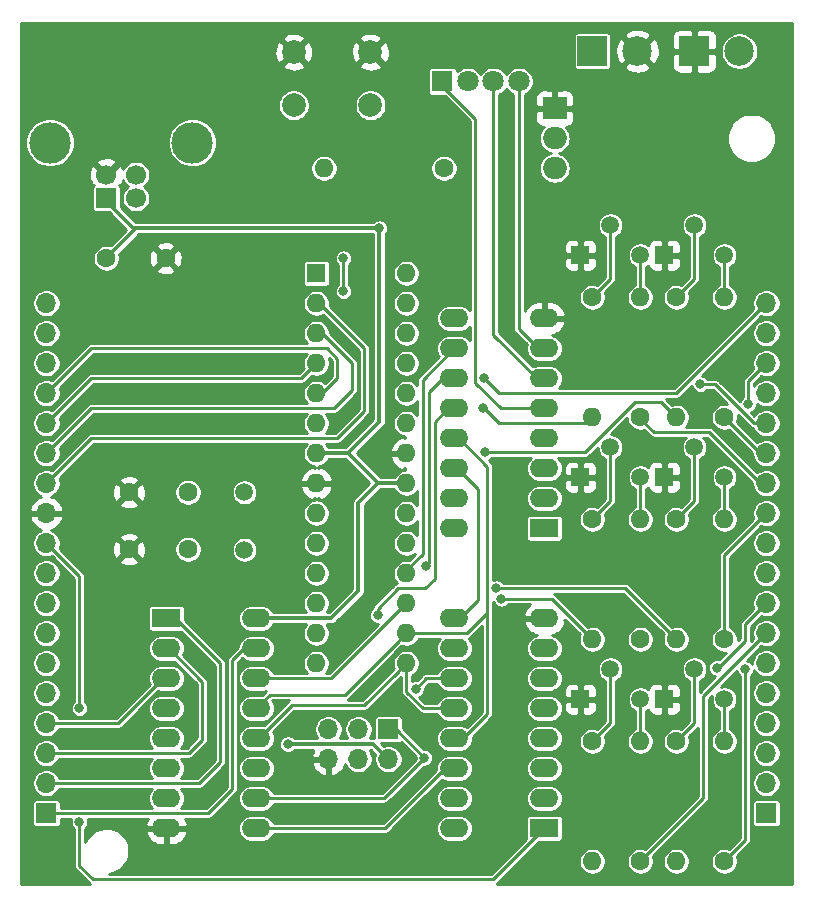
<source format=gbr>
G04 #@! TF.GenerationSoftware,KiCad,Pcbnew,5.1.6+dfsg1-1*
G04 #@! TF.CreationDate,2020-07-01T02:54:36-04:00*
G04 #@! TF.ProjectId,PCB,5043422e-6b69-4636-9164-5f7063625858,rev?*
G04 #@! TF.SameCoordinates,Original*
G04 #@! TF.FileFunction,Copper,L2,Bot*
G04 #@! TF.FilePolarity,Positive*
%FSLAX46Y46*%
G04 Gerber Fmt 4.6, Leading zero omitted, Abs format (unit mm)*
G04 Created by KiCad (PCBNEW 5.1.6+dfsg1-1) date 2020-07-01 02:54:36*
%MOMM*%
%LPD*%
G01*
G04 APERTURE LIST*
G04 #@! TA.AperFunction,ComponentPad*
%ADD10R,2.000000X1.905000*%
G04 #@! TD*
G04 #@! TA.AperFunction,ComponentPad*
%ADD11O,2.000000X1.905000*%
G04 #@! TD*
G04 #@! TA.AperFunction,ComponentPad*
%ADD12R,1.500000X1.500000*%
G04 #@! TD*
G04 #@! TA.AperFunction,ComponentPad*
%ADD13C,1.500000*%
G04 #@! TD*
G04 #@! TA.AperFunction,ComponentPad*
%ADD14O,1.600000X1.600000*%
G04 #@! TD*
G04 #@! TA.AperFunction,ComponentPad*
%ADD15C,1.600000*%
G04 #@! TD*
G04 #@! TA.AperFunction,ComponentPad*
%ADD16O,1.700000X1.700000*%
G04 #@! TD*
G04 #@! TA.AperFunction,ComponentPad*
%ADD17R,1.700000X1.700000*%
G04 #@! TD*
G04 #@! TA.AperFunction,ComponentPad*
%ADD18C,2.000000*%
G04 #@! TD*
G04 #@! TA.AperFunction,ComponentPad*
%ADD19C,3.500000*%
G04 #@! TD*
G04 #@! TA.AperFunction,ComponentPad*
%ADD20C,1.700000*%
G04 #@! TD*
G04 #@! TA.AperFunction,ComponentPad*
%ADD21C,1.800000*%
G04 #@! TD*
G04 #@! TA.AperFunction,ComponentPad*
%ADD22R,1.800000X1.800000*%
G04 #@! TD*
G04 #@! TA.AperFunction,ComponentPad*
%ADD23R,2.499360X2.499360*%
G04 #@! TD*
G04 #@! TA.AperFunction,ComponentPad*
%ADD24C,2.499360*%
G04 #@! TD*
G04 #@! TA.AperFunction,ComponentPad*
%ADD25R,2.400000X1.600000*%
G04 #@! TD*
G04 #@! TA.AperFunction,ComponentPad*
%ADD26O,2.400000X1.600000*%
G04 #@! TD*
G04 #@! TA.AperFunction,ComponentPad*
%ADD27R,1.600000X1.600000*%
G04 #@! TD*
G04 #@! TA.AperFunction,ViaPad*
%ADD28C,0.800000*%
G04 #@! TD*
G04 #@! TA.AperFunction,Conductor*
%ADD29C,0.350000*%
G04 #@! TD*
G04 #@! TA.AperFunction,Conductor*
%ADD30C,0.250000*%
G04 #@! TD*
G04 #@! TA.AperFunction,Conductor*
%ADD31C,0.254000*%
G04 #@! TD*
G04 APERTURE END LIST*
D10*
X147170000Y-85090000D03*
D11*
X147170000Y-87630000D03*
X147170000Y-90170000D03*
D12*
X149352000Y-135128000D03*
D13*
X154432000Y-135128000D03*
X151892000Y-132588000D03*
D12*
X156464000Y-135128000D03*
D13*
X161544000Y-135128000D03*
X159004000Y-132588000D03*
D12*
X149352000Y-116332000D03*
D13*
X154432000Y-116332000D03*
X151892000Y-113792000D03*
D12*
X156464000Y-116332000D03*
D13*
X161544000Y-116332000D03*
X159004000Y-113792000D03*
D12*
X149352000Y-97536000D03*
D13*
X154432000Y-97536000D03*
X151892000Y-94996000D03*
D12*
X156464000Y-97536000D03*
D13*
X161544000Y-97536000D03*
X159004000Y-94996000D03*
D14*
X154432000Y-138684000D03*
D15*
X154432000Y-148844000D03*
D14*
X161544000Y-138684000D03*
D15*
X161544000Y-148844000D03*
D14*
X154432000Y-119888000D03*
D15*
X154432000Y-130048000D03*
D14*
X161544000Y-119888000D03*
D15*
X161544000Y-130048000D03*
D14*
X154432000Y-101092000D03*
D15*
X154432000Y-111252000D03*
D14*
X161544000Y-101092000D03*
D15*
X161544000Y-111252000D03*
D16*
X128016000Y-140208000D03*
X128016000Y-137668000D03*
X130556000Y-140208000D03*
X130556000Y-137668000D03*
X133096000Y-140208000D03*
D17*
X133096000Y-137668000D03*
D18*
X125072000Y-84836000D03*
X125072000Y-80336000D03*
X131572000Y-84836000D03*
X131572000Y-80336000D03*
D14*
X127635000Y-90170000D03*
D15*
X137795000Y-90170000D03*
D19*
X116490000Y-88000000D03*
X104450000Y-88000000D03*
D20*
X109220000Y-90710000D03*
X111720000Y-90710000D03*
X111720000Y-92710000D03*
D17*
X109220000Y-92710000D03*
D21*
X144145000Y-82804000D03*
X141986000Y-82804000D03*
X139827000Y-82804000D03*
D22*
X137668000Y-82804000D03*
D23*
X150368000Y-80264000D03*
D24*
X154178000Y-80264000D03*
D23*
X159004000Y-80264000D03*
D24*
X162814000Y-80264000D03*
D13*
X120904000Y-122482000D03*
X120904000Y-117602000D03*
D17*
X165100000Y-144780000D03*
D16*
X165100000Y-142240000D03*
X165100000Y-139700000D03*
X165100000Y-137160000D03*
X165100000Y-134620000D03*
X165100000Y-132080000D03*
X165100000Y-129540000D03*
X165100000Y-127000000D03*
X165100000Y-124460000D03*
X165100000Y-121920000D03*
X165100000Y-119380000D03*
X165100000Y-116840000D03*
X165100000Y-114300000D03*
X165100000Y-111760000D03*
X165100000Y-109220000D03*
X165100000Y-106680000D03*
X165100000Y-104140000D03*
X165100000Y-101600000D03*
D17*
X104140000Y-144780000D03*
D16*
X104140000Y-142240000D03*
X104140000Y-139700000D03*
X104140000Y-137160000D03*
X104140000Y-134620000D03*
X104140000Y-132080000D03*
X104140000Y-129540000D03*
X104140000Y-127000000D03*
X104140000Y-124460000D03*
X104140000Y-121920000D03*
X104140000Y-119380000D03*
X104140000Y-116840000D03*
X104140000Y-114300000D03*
X104140000Y-111760000D03*
X104140000Y-109220000D03*
X104140000Y-106680000D03*
X104140000Y-104140000D03*
X104140000Y-101600000D03*
D25*
X114300000Y-128270000D03*
D26*
X121920000Y-146050000D03*
X114300000Y-130810000D03*
X121920000Y-143510000D03*
X114300000Y-133350000D03*
X121920000Y-140970000D03*
X114300000Y-135890000D03*
X121920000Y-138430000D03*
X114300000Y-138430000D03*
X121920000Y-135890000D03*
X114300000Y-140970000D03*
X121920000Y-133350000D03*
X114300000Y-143510000D03*
X121920000Y-130810000D03*
X114300000Y-146050000D03*
X121920000Y-128270000D03*
D27*
X127000000Y-99060000D03*
D14*
X134620000Y-132080000D03*
X127000000Y-101600000D03*
X134620000Y-129540000D03*
X127000000Y-104140000D03*
X134620000Y-127000000D03*
X127000000Y-106680000D03*
X134620000Y-124460000D03*
X127000000Y-109220000D03*
X134620000Y-121920000D03*
X127000000Y-111760000D03*
X134620000Y-119380000D03*
X127000000Y-114300000D03*
X134620000Y-116840000D03*
X127000000Y-116840000D03*
X134620000Y-114300000D03*
X127000000Y-119380000D03*
X134620000Y-111760000D03*
X127000000Y-121920000D03*
X134620000Y-109220000D03*
X127000000Y-124460000D03*
X134620000Y-106680000D03*
X127000000Y-127000000D03*
X134620000Y-104140000D03*
X127000000Y-129540000D03*
X134620000Y-101600000D03*
X127000000Y-132080000D03*
X134620000Y-99060000D03*
D15*
X150368000Y-138684000D03*
D14*
X150368000Y-148844000D03*
D15*
X109220000Y-97790000D03*
X114220000Y-97790000D03*
X111125000Y-122428000D03*
X116125000Y-122428000D03*
X111125000Y-117602000D03*
X116125000Y-117602000D03*
D25*
X146304000Y-120650000D03*
D26*
X138684000Y-102870000D03*
X146304000Y-118110000D03*
X138684000Y-105410000D03*
X146304000Y-115570000D03*
X138684000Y-107950000D03*
X146304000Y-113030000D03*
X138684000Y-110490000D03*
X146304000Y-110490000D03*
X138684000Y-113030000D03*
X146304000Y-107950000D03*
X138684000Y-115570000D03*
X146304000Y-105410000D03*
X138684000Y-118110000D03*
X146304000Y-102870000D03*
X138684000Y-120650000D03*
D25*
X146304000Y-146050000D03*
D26*
X138684000Y-128270000D03*
X146304000Y-143510000D03*
X138684000Y-130810000D03*
X146304000Y-140970000D03*
X138684000Y-133350000D03*
X146304000Y-138430000D03*
X138684000Y-135890000D03*
X146304000Y-135890000D03*
X138684000Y-138430000D03*
X146304000Y-133350000D03*
X138684000Y-140970000D03*
X146304000Y-130810000D03*
X138684000Y-143510000D03*
X146304000Y-128270000D03*
X138684000Y-146050000D03*
D15*
X157480000Y-138684000D03*
D14*
X157480000Y-148844000D03*
D15*
X150368000Y-119888000D03*
D14*
X150368000Y-130048000D03*
D15*
X157480000Y-119888000D03*
D14*
X157480000Y-130048000D03*
D15*
X150368000Y-101092000D03*
D14*
X150368000Y-111252000D03*
D15*
X157480000Y-101092000D03*
D14*
X157480000Y-111252000D03*
D28*
X124587000Y-138938000D03*
X132334022Y-95250000D03*
X135419000Y-134239000D03*
X136271000Y-123825008D03*
X136144000Y-140081000D03*
X141301660Y-114222340D03*
X141097000Y-110490000D03*
X142207979Y-125718502D03*
X142657990Y-126619000D03*
X132207000Y-128016000D03*
X106934000Y-135889980D03*
X106934000Y-145542000D03*
X141224000Y-107950000D03*
X163576000Y-110109000D03*
X159512000Y-108458000D03*
X156210000Y-124460000D03*
X111125000Y-120015000D03*
X129281347Y-100588653D03*
X129286000Y-97790000D03*
X163322000Y-132588000D03*
X160909000Y-132461000D03*
D29*
X150368000Y-80264000D02*
X150368000Y-81280000D01*
X127000000Y-114300000D02*
X129667000Y-114300000D01*
X132207000Y-116840000D02*
X134620000Y-116840000D01*
X129667000Y-114300000D02*
X132207000Y-116840000D01*
X130556000Y-118491000D02*
X132207000Y-116840000D01*
X130556000Y-125984000D02*
X130556000Y-118491000D01*
X128270000Y-128270000D02*
X130556000Y-125984000D01*
X121920000Y-128270000D02*
X128270000Y-128270000D01*
X133096000Y-140208000D02*
X131826000Y-138938000D01*
X131826000Y-138938000D02*
X124587000Y-138938000D01*
X114046000Y-95250000D02*
X132334022Y-95250000D01*
X129667000Y-114300000D02*
X132334022Y-111632978D01*
X132334022Y-111632978D02*
X132334022Y-95815685D01*
X132334022Y-95815685D02*
X132334022Y-95250000D01*
X111760000Y-95250000D02*
X109220000Y-97790000D01*
X114046000Y-95250000D02*
X111760000Y-95250000D01*
X111506000Y-95250000D02*
X114046000Y-95250000D01*
X109220000Y-92710000D02*
X109220000Y-92964000D01*
X109220000Y-92964000D02*
X111506000Y-95250000D01*
D30*
X128270000Y-133350000D02*
X134620000Y-127000000D01*
X121920000Y-133350000D02*
X128270000Y-133350000D01*
X136308000Y-133350000D02*
X135419000Y-134239000D01*
X138684000Y-133350000D02*
X136308000Y-133350000D01*
X138684000Y-107950000D02*
X137705000Y-107950000D01*
X136543999Y-123552009D02*
X136271000Y-123825008D01*
X136543999Y-109111001D02*
X136543999Y-123552009D01*
X137705000Y-107950000D02*
X136543999Y-109111001D01*
X133731000Y-137668000D02*
X133096000Y-137668000D01*
X136144000Y-140081000D02*
X133731000Y-137668000D01*
X135128000Y-141097000D02*
X136144000Y-140081000D01*
X132715000Y-143510000D02*
X135128000Y-141097000D01*
X121920000Y-143510000D02*
X132715000Y-143510000D01*
X134620000Y-124206000D02*
X134620000Y-124460000D01*
X136017000Y-122809000D02*
X134620000Y-124206000D01*
X136017000Y-108077000D02*
X136017000Y-122809000D01*
X138684000Y-105410000D02*
X136017000Y-108077000D01*
X149747160Y-114222340D02*
X141867345Y-114222340D01*
X141867345Y-114222340D02*
X141301660Y-114222340D01*
X153987500Y-109982000D02*
X149747160Y-114222340D01*
X157480000Y-111252000D02*
X156210000Y-109982000D01*
X156210000Y-109982000D02*
X153987500Y-109982000D01*
X142494000Y-111760000D02*
X149860000Y-111760000D01*
X141224000Y-110490000D02*
X142494000Y-111760000D01*
X149860000Y-111760000D02*
X150368000Y-111252000D01*
X141097000Y-110490000D02*
X141224000Y-110490000D01*
X157480000Y-130048000D02*
X153150502Y-125718502D01*
X153150502Y-125718502D02*
X142207979Y-125718502D01*
X150368000Y-130048000D02*
X146939000Y-126619000D01*
X146939000Y-126619000D02*
X142657990Y-126619000D01*
X127254000Y-101600000D02*
X127000000Y-101600000D01*
X131064000Y-105410000D02*
X127254000Y-101600000D01*
X131064000Y-110744000D02*
X131064000Y-105410000D01*
X107950000Y-113030000D02*
X128778000Y-113030000D01*
X128778000Y-113030000D02*
X131064000Y-110744000D01*
X104140000Y-116840000D02*
X107950000Y-113030000D01*
X127508000Y-104140000D02*
X127000000Y-104140000D01*
X130048000Y-106680000D02*
X127508000Y-104140000D01*
X128524000Y-110490000D02*
X130048000Y-108966000D01*
X107950000Y-110490000D02*
X128524000Y-110490000D01*
X130048000Y-108966000D02*
X130048000Y-106680000D01*
X104140000Y-114300000D02*
X107950000Y-110490000D01*
X125730000Y-107950000D02*
X127000000Y-106680000D01*
X107950000Y-107950000D02*
X125730000Y-107950000D01*
X104140000Y-111760000D02*
X107950000Y-107950000D01*
X128778000Y-107950000D02*
X127508000Y-109220000D01*
X128778000Y-106299000D02*
X128778000Y-107950000D01*
X127889000Y-105410000D02*
X128778000Y-106299000D01*
X127508000Y-109220000D02*
X127000000Y-109220000D01*
X107950000Y-105410000D02*
X127889000Y-105410000D01*
X104140000Y-109220000D02*
X107950000Y-105410000D01*
X139763500Y-129540000D02*
X134620000Y-129540000D01*
X141478000Y-127825500D02*
X139763500Y-129540000D01*
X141478000Y-124460000D02*
X141478000Y-127825500D01*
X141478000Y-115424000D02*
X141478000Y-124015500D01*
X141478000Y-124015500D02*
X141478000Y-124460000D01*
X139084000Y-113030000D02*
X141478000Y-115424000D01*
X138684000Y-113030000D02*
X139084000Y-113030000D01*
X133820001Y-130339999D02*
X134620000Y-129540000D01*
X129413000Y-134747000D02*
X133820001Y-130339999D01*
X123063000Y-134747000D02*
X129413000Y-134747000D01*
X121920000Y-135890000D02*
X123063000Y-134747000D01*
X141478000Y-136398000D02*
X141478000Y-124460000D01*
X138684000Y-138430000D02*
X139446000Y-138430000D01*
X139446000Y-138430000D02*
X141478000Y-136398000D01*
X134620000Y-133211370D02*
X134620000Y-132080000D01*
X134620000Y-134493000D02*
X134620000Y-133211370D01*
X136017000Y-135890000D02*
X134620000Y-134493000D01*
X138684000Y-135890000D02*
X136017000Y-135890000D01*
X131064000Y-135636000D02*
X133820001Y-132879999D01*
X122100000Y-138430000D02*
X124894000Y-135636000D01*
X121920000Y-138430000D02*
X122100000Y-138430000D01*
X133820001Y-132879999D02*
X134620000Y-132080000D01*
X124894000Y-135636000D02*
X131064000Y-135636000D01*
X132207000Y-127450315D02*
X132207000Y-128016000D01*
X133927315Y-125730000D02*
X132207000Y-127450315D01*
X138176000Y-110490000D02*
X137033000Y-111633000D01*
X136207500Y-125730000D02*
X133927315Y-125730000D01*
X138684000Y-110490000D02*
X138176000Y-110490000D01*
X137033000Y-111633000D02*
X137033000Y-124904500D01*
X137033000Y-124904500D02*
X136207500Y-125730000D01*
X140716000Y-126746000D02*
X139192000Y-128270000D01*
X140716000Y-117348000D02*
X140716000Y-126746000D01*
X139192000Y-128270000D02*
X138684000Y-128270000D01*
X138938000Y-115570000D02*
X140716000Y-117348000D01*
X138684000Y-115570000D02*
X138938000Y-115570000D01*
X161544000Y-116332000D02*
X161544000Y-119888000D01*
X154432000Y-138684000D02*
X154432000Y-135128000D01*
X154432000Y-97536000D02*
X154432000Y-101092000D01*
X161544000Y-136188660D02*
X161544000Y-138684000D01*
X161544000Y-135128000D02*
X161544000Y-136188660D01*
X161544000Y-97536000D02*
X161544000Y-101092000D01*
X154432000Y-119888000D02*
X154432000Y-116332000D01*
X106934000Y-124714000D02*
X106934000Y-135889980D01*
X104140000Y-121920000D02*
X106934000Y-124714000D01*
X106934000Y-146107685D02*
X106934000Y-145542000D01*
X106934000Y-149225000D02*
X106934000Y-146107685D01*
X146304000Y-146050000D02*
X141986000Y-150368000D01*
X108077000Y-150368000D02*
X106934000Y-149225000D01*
X141986000Y-150368000D02*
X108077000Y-150368000D01*
X110236000Y-137160000D02*
X104140000Y-137160000D01*
X114046000Y-133350000D02*
X110236000Y-137160000D01*
X114300000Y-133350000D02*
X114046000Y-133350000D01*
X114480000Y-130810000D02*
X117348000Y-133678000D01*
X105342081Y-139700000D02*
X104140000Y-139700000D01*
X117348000Y-133678000D02*
X117348000Y-138557000D01*
X116205000Y-139700000D02*
X105342081Y-139700000D01*
X114300000Y-130810000D02*
X114480000Y-130810000D01*
X117348000Y-138557000D02*
X116205000Y-139700000D01*
X115062000Y-128270000D02*
X114300000Y-128270000D01*
X118872000Y-132080000D02*
X115062000Y-128270000D01*
X118872000Y-140462000D02*
X118872000Y-132080000D01*
X117094000Y-142240000D02*
X118872000Y-140462000D01*
X104140000Y-142240000D02*
X117094000Y-142240000D01*
X120904000Y-130810000D02*
X121920000Y-130810000D01*
X119888000Y-142748000D02*
X119888000Y-131826000D01*
X104140000Y-144780000D02*
X117856000Y-144780000D01*
X119888000Y-131826000D02*
X120904000Y-130810000D01*
X117856000Y-144780000D02*
X119888000Y-142748000D01*
X142494000Y-109220000D02*
X157480000Y-109220000D01*
X157480000Y-109220000D02*
X165100000Y-101600000D01*
X141224000Y-107950000D02*
X142494000Y-109220000D01*
X163576000Y-108204000D02*
X163576000Y-110109000D01*
X165100000Y-106680000D02*
X163576000Y-108204000D01*
X164055499Y-111760000D02*
X165100000Y-111760000D01*
X159512000Y-108458000D02*
X160753499Y-108458000D01*
X160753499Y-108458000D02*
X164055499Y-111760000D01*
X129281347Y-97794653D02*
X129286000Y-97790000D01*
X129281347Y-100588653D02*
X129281347Y-97794653D01*
X132842000Y-146050000D02*
X121920000Y-146050000D01*
X138684000Y-140970000D02*
X137922000Y-140970000D01*
X137922000Y-140970000D02*
X132842000Y-146050000D01*
X144145000Y-84076792D02*
X144145000Y-82804000D01*
X144145000Y-103759000D02*
X144145000Y-84076792D01*
X145796000Y-105410000D02*
X144145000Y-103759000D01*
X146304000Y-105410000D02*
X145796000Y-105410000D01*
X145669000Y-107950000D02*
X146304000Y-107950000D01*
X141986000Y-104267000D02*
X145669000Y-107950000D01*
X141986000Y-82804000D02*
X141986000Y-104267000D01*
X137668000Y-83185000D02*
X137668000Y-82804000D01*
X140462000Y-85979000D02*
X137668000Y-83185000D01*
X140462000Y-108331000D02*
X140462000Y-85979000D01*
X142621000Y-110490000D02*
X140462000Y-108331000D01*
X146304000Y-110490000D02*
X142621000Y-110490000D01*
X159766000Y-134874000D02*
X165100000Y-129540000D01*
X154432000Y-148844000D02*
X159766000Y-143510000D01*
X159766000Y-143510000D02*
X159766000Y-134874000D01*
X163322000Y-147066000D02*
X163322000Y-132588000D01*
X161544000Y-148844000D02*
X163322000Y-147066000D01*
X164250001Y-127849999D02*
X165100000Y-127000000D01*
X163322000Y-128778000D02*
X164250001Y-127849999D01*
X163322000Y-130175000D02*
X163322000Y-128778000D01*
X161036000Y-132461000D02*
X163322000Y-130175000D01*
X160909000Y-132461000D02*
X161036000Y-132461000D01*
X161544000Y-122936000D02*
X161544000Y-130048000D01*
X165100000Y-119380000D02*
X161544000Y-122936000D01*
X160274000Y-112522000D02*
X164592000Y-116840000D01*
X155575000Y-112522000D02*
X160274000Y-112522000D01*
X154432000Y-111379000D02*
X155575000Y-112522000D01*
X164592000Y-116840000D02*
X165100000Y-116840000D01*
X154432000Y-111252000D02*
X154432000Y-111379000D01*
X164592000Y-114300000D02*
X161544000Y-111252000D01*
X165100000Y-114300000D02*
X164592000Y-114300000D01*
X159004000Y-99568000D02*
X159004000Y-94996000D01*
X157480000Y-101092000D02*
X159004000Y-99568000D01*
X151892000Y-99568000D02*
X151892000Y-94996000D01*
X150368000Y-101092000D02*
X151892000Y-99568000D01*
X159004000Y-118364000D02*
X159004000Y-113792000D01*
X157480000Y-119888000D02*
X159004000Y-118364000D01*
X151892000Y-118364000D02*
X151892000Y-113792000D01*
X150368000Y-119888000D02*
X151892000Y-118364000D01*
X159004000Y-137160000D02*
X159004000Y-132588000D01*
X157480000Y-138684000D02*
X159004000Y-137160000D01*
X151892000Y-137160000D02*
X151892000Y-132588000D01*
X150368000Y-138684000D02*
X151892000Y-137160000D01*
D31*
G36*
X167268001Y-95231733D02*
G01*
X167268000Y-150758000D01*
X142254801Y-150758000D01*
X142321369Y-150703369D01*
X142336151Y-150685357D01*
X144290478Y-148731030D01*
X149221000Y-148731030D01*
X149221000Y-148956970D01*
X149265078Y-149178568D01*
X149351542Y-149387308D01*
X149477067Y-149575170D01*
X149636830Y-149734933D01*
X149824692Y-149860458D01*
X150033432Y-149946922D01*
X150255030Y-149991000D01*
X150480970Y-149991000D01*
X150702568Y-149946922D01*
X150911308Y-149860458D01*
X151099170Y-149734933D01*
X151258933Y-149575170D01*
X151384458Y-149387308D01*
X151470922Y-149178568D01*
X151515000Y-148956970D01*
X151515000Y-148731030D01*
X153285000Y-148731030D01*
X153285000Y-148956970D01*
X153329078Y-149178568D01*
X153415542Y-149387308D01*
X153541067Y-149575170D01*
X153700830Y-149734933D01*
X153888692Y-149860458D01*
X154097432Y-149946922D01*
X154319030Y-149991000D01*
X154544970Y-149991000D01*
X154766568Y-149946922D01*
X154975308Y-149860458D01*
X155163170Y-149734933D01*
X155322933Y-149575170D01*
X155448458Y-149387308D01*
X155534922Y-149178568D01*
X155579000Y-148956970D01*
X155579000Y-148731030D01*
X156333000Y-148731030D01*
X156333000Y-148956970D01*
X156377078Y-149178568D01*
X156463542Y-149387308D01*
X156589067Y-149575170D01*
X156748830Y-149734933D01*
X156936692Y-149860458D01*
X157145432Y-149946922D01*
X157367030Y-149991000D01*
X157592970Y-149991000D01*
X157814568Y-149946922D01*
X158023308Y-149860458D01*
X158211170Y-149734933D01*
X158370933Y-149575170D01*
X158496458Y-149387308D01*
X158582922Y-149178568D01*
X158627000Y-148956970D01*
X158627000Y-148731030D01*
X158582922Y-148509432D01*
X158496458Y-148300692D01*
X158370933Y-148112830D01*
X158211170Y-147953067D01*
X158023308Y-147827542D01*
X157814568Y-147741078D01*
X157592970Y-147697000D01*
X157367030Y-147697000D01*
X157145432Y-147741078D01*
X156936692Y-147827542D01*
X156748830Y-147953067D01*
X156589067Y-148112830D01*
X156463542Y-148300692D01*
X156377078Y-148509432D01*
X156333000Y-148731030D01*
X155579000Y-148731030D01*
X155534922Y-148509432D01*
X155505385Y-148438123D01*
X160083364Y-143860145D01*
X160101369Y-143845369D01*
X160160352Y-143773498D01*
X160204180Y-143691500D01*
X160231170Y-143602528D01*
X160238000Y-143533180D01*
X160238000Y-143533179D01*
X160240283Y-143510001D01*
X160238000Y-143486821D01*
X160238000Y-135069508D01*
X160486591Y-134820917D01*
X160447000Y-135019955D01*
X160447000Y-135236045D01*
X160489157Y-135447983D01*
X160571851Y-135647624D01*
X160691904Y-135827297D01*
X160844703Y-135980096D01*
X161024376Y-136100149D01*
X161072001Y-136119876D01*
X161072001Y-136165471D01*
X161072000Y-136165481D01*
X161072001Y-137638005D01*
X161000692Y-137667542D01*
X160812830Y-137793067D01*
X160653067Y-137952830D01*
X160527542Y-138140692D01*
X160441078Y-138349432D01*
X160397000Y-138571030D01*
X160397000Y-138796970D01*
X160441078Y-139018568D01*
X160527542Y-139227308D01*
X160653067Y-139415170D01*
X160812830Y-139574933D01*
X161000692Y-139700458D01*
X161209432Y-139786922D01*
X161431030Y-139831000D01*
X161656970Y-139831000D01*
X161878568Y-139786922D01*
X162087308Y-139700458D01*
X162275170Y-139574933D01*
X162434933Y-139415170D01*
X162560458Y-139227308D01*
X162646922Y-139018568D01*
X162691000Y-138796970D01*
X162691000Y-138571030D01*
X162646922Y-138349432D01*
X162560458Y-138140692D01*
X162434933Y-137952830D01*
X162275170Y-137793067D01*
X162087308Y-137667542D01*
X162016000Y-137638005D01*
X162016000Y-136119876D01*
X162063624Y-136100149D01*
X162243297Y-135980096D01*
X162396096Y-135827297D01*
X162516149Y-135647624D01*
X162598843Y-135447983D01*
X162641000Y-135236045D01*
X162641000Y-135019955D01*
X162598843Y-134808017D01*
X162516149Y-134608376D01*
X162396096Y-134428703D01*
X162243297Y-134275904D01*
X162063624Y-134155851D01*
X161863983Y-134073157D01*
X161652045Y-134031000D01*
X161435955Y-134031000D01*
X161236917Y-134070591D01*
X162586769Y-132720739D01*
X162603707Y-132805892D01*
X162660018Y-132941837D01*
X162741768Y-133064184D01*
X162845816Y-133168232D01*
X162850001Y-133171028D01*
X162850000Y-146870491D01*
X161949876Y-147770615D01*
X161878568Y-147741078D01*
X161656970Y-147697000D01*
X161431030Y-147697000D01*
X161209432Y-147741078D01*
X161000692Y-147827542D01*
X160812830Y-147953067D01*
X160653067Y-148112830D01*
X160527542Y-148300692D01*
X160441078Y-148509432D01*
X160397000Y-148731030D01*
X160397000Y-148956970D01*
X160441078Y-149178568D01*
X160527542Y-149387308D01*
X160653067Y-149575170D01*
X160812830Y-149734933D01*
X161000692Y-149860458D01*
X161209432Y-149946922D01*
X161431030Y-149991000D01*
X161656970Y-149991000D01*
X161878568Y-149946922D01*
X162087308Y-149860458D01*
X162275170Y-149734933D01*
X162434933Y-149575170D01*
X162560458Y-149387308D01*
X162646922Y-149178568D01*
X162691000Y-148956970D01*
X162691000Y-148731030D01*
X162646922Y-148509432D01*
X162617385Y-148438124D01*
X163639362Y-147416147D01*
X163657369Y-147401369D01*
X163716352Y-147329498D01*
X163760180Y-147247500D01*
X163787170Y-147158528D01*
X163794000Y-147089180D01*
X163794000Y-147089179D01*
X163796283Y-147066000D01*
X163794000Y-147042820D01*
X163794000Y-143930000D01*
X163901322Y-143930000D01*
X163901322Y-145630000D01*
X163908022Y-145698024D01*
X163927864Y-145763433D01*
X163960085Y-145823715D01*
X164003447Y-145876553D01*
X164056285Y-145919915D01*
X164116567Y-145952136D01*
X164181976Y-145971978D01*
X164250000Y-145978678D01*
X165950000Y-145978678D01*
X166018024Y-145971978D01*
X166083433Y-145952136D01*
X166143715Y-145919915D01*
X166196553Y-145876553D01*
X166239915Y-145823715D01*
X166272136Y-145763433D01*
X166291978Y-145698024D01*
X166298678Y-145630000D01*
X166298678Y-143930000D01*
X166291978Y-143861976D01*
X166272136Y-143796567D01*
X166239915Y-143736285D01*
X166196553Y-143683447D01*
X166143715Y-143640085D01*
X166083433Y-143607864D01*
X166018024Y-143588022D01*
X165950000Y-143581322D01*
X164250000Y-143581322D01*
X164181976Y-143588022D01*
X164116567Y-143607864D01*
X164056285Y-143640085D01*
X164003447Y-143683447D01*
X163960085Y-143736285D01*
X163927864Y-143796567D01*
X163908022Y-143861976D01*
X163901322Y-143930000D01*
X163794000Y-143930000D01*
X163794000Y-142122106D01*
X163903000Y-142122106D01*
X163903000Y-142357894D01*
X163949000Y-142589152D01*
X164039232Y-142806992D01*
X164170229Y-143003043D01*
X164336957Y-143169771D01*
X164533008Y-143300768D01*
X164750848Y-143391000D01*
X164982106Y-143437000D01*
X165217894Y-143437000D01*
X165449152Y-143391000D01*
X165666992Y-143300768D01*
X165863043Y-143169771D01*
X166029771Y-143003043D01*
X166160768Y-142806992D01*
X166251000Y-142589152D01*
X166297000Y-142357894D01*
X166297000Y-142122106D01*
X166251000Y-141890848D01*
X166160768Y-141673008D01*
X166029771Y-141476957D01*
X165863043Y-141310229D01*
X165666992Y-141179232D01*
X165449152Y-141089000D01*
X165217894Y-141043000D01*
X164982106Y-141043000D01*
X164750848Y-141089000D01*
X164533008Y-141179232D01*
X164336957Y-141310229D01*
X164170229Y-141476957D01*
X164039232Y-141673008D01*
X163949000Y-141890848D01*
X163903000Y-142122106D01*
X163794000Y-142122106D01*
X163794000Y-139582106D01*
X163903000Y-139582106D01*
X163903000Y-139817894D01*
X163949000Y-140049152D01*
X164039232Y-140266992D01*
X164170229Y-140463043D01*
X164336957Y-140629771D01*
X164533008Y-140760768D01*
X164750848Y-140851000D01*
X164982106Y-140897000D01*
X165217894Y-140897000D01*
X165449152Y-140851000D01*
X165666992Y-140760768D01*
X165863043Y-140629771D01*
X166029771Y-140463043D01*
X166160768Y-140266992D01*
X166251000Y-140049152D01*
X166297000Y-139817894D01*
X166297000Y-139582106D01*
X166251000Y-139350848D01*
X166160768Y-139133008D01*
X166029771Y-138936957D01*
X165863043Y-138770229D01*
X165666992Y-138639232D01*
X165449152Y-138549000D01*
X165217894Y-138503000D01*
X164982106Y-138503000D01*
X164750848Y-138549000D01*
X164533008Y-138639232D01*
X164336957Y-138770229D01*
X164170229Y-138936957D01*
X164039232Y-139133008D01*
X163949000Y-139350848D01*
X163903000Y-139582106D01*
X163794000Y-139582106D01*
X163794000Y-137042106D01*
X163903000Y-137042106D01*
X163903000Y-137277894D01*
X163949000Y-137509152D01*
X164039232Y-137726992D01*
X164170229Y-137923043D01*
X164336957Y-138089771D01*
X164533008Y-138220768D01*
X164750848Y-138311000D01*
X164982106Y-138357000D01*
X165217894Y-138357000D01*
X165449152Y-138311000D01*
X165666992Y-138220768D01*
X165863043Y-138089771D01*
X166029771Y-137923043D01*
X166160768Y-137726992D01*
X166251000Y-137509152D01*
X166297000Y-137277894D01*
X166297000Y-137042106D01*
X166251000Y-136810848D01*
X166160768Y-136593008D01*
X166029771Y-136396957D01*
X165863043Y-136230229D01*
X165666992Y-136099232D01*
X165449152Y-136009000D01*
X165217894Y-135963000D01*
X164982106Y-135963000D01*
X164750848Y-136009000D01*
X164533008Y-136099232D01*
X164336957Y-136230229D01*
X164170229Y-136396957D01*
X164039232Y-136593008D01*
X163949000Y-136810848D01*
X163903000Y-137042106D01*
X163794000Y-137042106D01*
X163794000Y-134502106D01*
X163903000Y-134502106D01*
X163903000Y-134737894D01*
X163949000Y-134969152D01*
X164039232Y-135186992D01*
X164170229Y-135383043D01*
X164336957Y-135549771D01*
X164533008Y-135680768D01*
X164750848Y-135771000D01*
X164982106Y-135817000D01*
X165217894Y-135817000D01*
X165449152Y-135771000D01*
X165666992Y-135680768D01*
X165863043Y-135549771D01*
X166029771Y-135383043D01*
X166160768Y-135186992D01*
X166251000Y-134969152D01*
X166297000Y-134737894D01*
X166297000Y-134502106D01*
X166251000Y-134270848D01*
X166160768Y-134053008D01*
X166029771Y-133856957D01*
X165863043Y-133690229D01*
X165666992Y-133559232D01*
X165449152Y-133469000D01*
X165217894Y-133423000D01*
X164982106Y-133423000D01*
X164750848Y-133469000D01*
X164533008Y-133559232D01*
X164336957Y-133690229D01*
X164170229Y-133856957D01*
X164039232Y-134053008D01*
X163949000Y-134270848D01*
X163903000Y-134502106D01*
X163794000Y-134502106D01*
X163794000Y-133171028D01*
X163798184Y-133168232D01*
X163902232Y-133064184D01*
X163983982Y-132941837D01*
X164040293Y-132805892D01*
X164064406Y-132684668D01*
X164170229Y-132843043D01*
X164336957Y-133009771D01*
X164533008Y-133140768D01*
X164750848Y-133231000D01*
X164982106Y-133277000D01*
X165217894Y-133277000D01*
X165449152Y-133231000D01*
X165666992Y-133140768D01*
X165863043Y-133009771D01*
X166029771Y-132843043D01*
X166160768Y-132646992D01*
X166251000Y-132429152D01*
X166297000Y-132197894D01*
X166297000Y-131962106D01*
X166251000Y-131730848D01*
X166160768Y-131513008D01*
X166029771Y-131316957D01*
X165863043Y-131150229D01*
X165666992Y-131019232D01*
X165449152Y-130929000D01*
X165217894Y-130883000D01*
X164982106Y-130883000D01*
X164750848Y-130929000D01*
X164533008Y-131019232D01*
X164336957Y-131150229D01*
X164170229Y-131316957D01*
X164039232Y-131513008D01*
X163949000Y-131730848D01*
X163903000Y-131962106D01*
X163903000Y-132112965D01*
X163902232Y-132111816D01*
X163798184Y-132007768D01*
X163675837Y-131926018D01*
X163539892Y-131869707D01*
X163454740Y-131852769D01*
X164655856Y-130651653D01*
X164750848Y-130691000D01*
X164982106Y-130737000D01*
X165217894Y-130737000D01*
X165449152Y-130691000D01*
X165666992Y-130600768D01*
X165863043Y-130469771D01*
X166029771Y-130303043D01*
X166160768Y-130106992D01*
X166251000Y-129889152D01*
X166297000Y-129657894D01*
X166297000Y-129422106D01*
X166251000Y-129190848D01*
X166160768Y-128973008D01*
X166029771Y-128776957D01*
X165863043Y-128610229D01*
X165666992Y-128479232D01*
X165449152Y-128389000D01*
X165217894Y-128343000D01*
X164982106Y-128343000D01*
X164750848Y-128389000D01*
X164533008Y-128479232D01*
X164336957Y-128610229D01*
X164170229Y-128776957D01*
X164039232Y-128973008D01*
X163949000Y-129190848D01*
X163903000Y-129422106D01*
X163903000Y-129657894D01*
X163949000Y-129889152D01*
X163988347Y-129984144D01*
X163796151Y-130176340D01*
X163796283Y-130175001D01*
X163794000Y-130151821D01*
X163794000Y-128973508D01*
X164600146Y-128167363D01*
X164600150Y-128167358D01*
X164655855Y-128111653D01*
X164750848Y-128151000D01*
X164982106Y-128197000D01*
X165217894Y-128197000D01*
X165449152Y-128151000D01*
X165666992Y-128060768D01*
X165863043Y-127929771D01*
X166029771Y-127763043D01*
X166160768Y-127566992D01*
X166251000Y-127349152D01*
X166297000Y-127117894D01*
X166297000Y-126882106D01*
X166251000Y-126650848D01*
X166160768Y-126433008D01*
X166029771Y-126236957D01*
X165863043Y-126070229D01*
X165666992Y-125939232D01*
X165449152Y-125849000D01*
X165217894Y-125803000D01*
X164982106Y-125803000D01*
X164750848Y-125849000D01*
X164533008Y-125939232D01*
X164336957Y-126070229D01*
X164170229Y-126236957D01*
X164039232Y-126433008D01*
X163949000Y-126650848D01*
X163903000Y-126882106D01*
X163903000Y-127117894D01*
X163949000Y-127349152D01*
X163988347Y-127444145D01*
X163932642Y-127499850D01*
X163932637Y-127499854D01*
X163004639Y-128427853D01*
X162986632Y-128442631D01*
X162971855Y-128460637D01*
X162927648Y-128514503D01*
X162883821Y-128596500D01*
X162856830Y-128685473D01*
X162847717Y-128778000D01*
X162850001Y-128801190D01*
X162850000Y-129979492D01*
X162691000Y-130138492D01*
X162691000Y-129935030D01*
X162646922Y-129713432D01*
X162560458Y-129504692D01*
X162434933Y-129316830D01*
X162275170Y-129157067D01*
X162087308Y-129031542D01*
X162016000Y-129002005D01*
X162016000Y-124342106D01*
X163903000Y-124342106D01*
X163903000Y-124577894D01*
X163949000Y-124809152D01*
X164039232Y-125026992D01*
X164170229Y-125223043D01*
X164336957Y-125389771D01*
X164533008Y-125520768D01*
X164750848Y-125611000D01*
X164982106Y-125657000D01*
X165217894Y-125657000D01*
X165449152Y-125611000D01*
X165666992Y-125520768D01*
X165863043Y-125389771D01*
X166029771Y-125223043D01*
X166160768Y-125026992D01*
X166251000Y-124809152D01*
X166297000Y-124577894D01*
X166297000Y-124342106D01*
X166251000Y-124110848D01*
X166160768Y-123893008D01*
X166029771Y-123696957D01*
X165863043Y-123530229D01*
X165666992Y-123399232D01*
X165449152Y-123309000D01*
X165217894Y-123263000D01*
X164982106Y-123263000D01*
X164750848Y-123309000D01*
X164533008Y-123399232D01*
X164336957Y-123530229D01*
X164170229Y-123696957D01*
X164039232Y-123893008D01*
X163949000Y-124110848D01*
X163903000Y-124342106D01*
X162016000Y-124342106D01*
X162016000Y-123131508D01*
X163345402Y-121802106D01*
X163903000Y-121802106D01*
X163903000Y-122037894D01*
X163949000Y-122269152D01*
X164039232Y-122486992D01*
X164170229Y-122683043D01*
X164336957Y-122849771D01*
X164533008Y-122980768D01*
X164750848Y-123071000D01*
X164982106Y-123117000D01*
X165217894Y-123117000D01*
X165449152Y-123071000D01*
X165666992Y-122980768D01*
X165863043Y-122849771D01*
X166029771Y-122683043D01*
X166160768Y-122486992D01*
X166251000Y-122269152D01*
X166297000Y-122037894D01*
X166297000Y-121802106D01*
X166251000Y-121570848D01*
X166160768Y-121353008D01*
X166029771Y-121156957D01*
X165863043Y-120990229D01*
X165666992Y-120859232D01*
X165449152Y-120769000D01*
X165217894Y-120723000D01*
X164982106Y-120723000D01*
X164750848Y-120769000D01*
X164533008Y-120859232D01*
X164336957Y-120990229D01*
X164170229Y-121156957D01*
X164039232Y-121353008D01*
X163949000Y-121570848D01*
X163903000Y-121802106D01*
X163345402Y-121802106D01*
X164655855Y-120491653D01*
X164750848Y-120531000D01*
X164982106Y-120577000D01*
X165217894Y-120577000D01*
X165449152Y-120531000D01*
X165666992Y-120440768D01*
X165863043Y-120309771D01*
X166029771Y-120143043D01*
X166160768Y-119946992D01*
X166251000Y-119729152D01*
X166297000Y-119497894D01*
X166297000Y-119262106D01*
X166251000Y-119030848D01*
X166160768Y-118813008D01*
X166029771Y-118616957D01*
X165863043Y-118450229D01*
X165666992Y-118319232D01*
X165449152Y-118229000D01*
X165217894Y-118183000D01*
X164982106Y-118183000D01*
X164750848Y-118229000D01*
X164533008Y-118319232D01*
X164336957Y-118450229D01*
X164170229Y-118616957D01*
X164039232Y-118813008D01*
X163949000Y-119030848D01*
X163903000Y-119262106D01*
X163903000Y-119497894D01*
X163949000Y-119729152D01*
X163988347Y-119824145D01*
X161226643Y-122585849D01*
X161208631Y-122600631D01*
X161149648Y-122672502D01*
X161105820Y-122754501D01*
X161091416Y-122801983D01*
X161078830Y-122843473D01*
X161069717Y-122936000D01*
X161072000Y-122959180D01*
X161072001Y-129002005D01*
X161000692Y-129031542D01*
X160812830Y-129157067D01*
X160653067Y-129316830D01*
X160527542Y-129504692D01*
X160441078Y-129713432D01*
X160397000Y-129935030D01*
X160397000Y-130160970D01*
X160441078Y-130382568D01*
X160527542Y-130591308D01*
X160653067Y-130779170D01*
X160812830Y-130938933D01*
X161000692Y-131064458D01*
X161209432Y-131150922D01*
X161431030Y-131195000D01*
X161634492Y-131195000D01*
X161093439Y-131736053D01*
X160982573Y-131714000D01*
X160835427Y-131714000D01*
X160691108Y-131742707D01*
X160555163Y-131799018D01*
X160432816Y-131880768D01*
X160328768Y-131984816D01*
X160247018Y-132107163D01*
X160190707Y-132243108D01*
X160162000Y-132387427D01*
X160162000Y-132534573D01*
X160190707Y-132678892D01*
X160247018Y-132814837D01*
X160328768Y-132937184D01*
X160432816Y-133041232D01*
X160555163Y-133122982D01*
X160691108Y-133179293D01*
X160776261Y-133196231D01*
X159476000Y-134496492D01*
X159476000Y-133579876D01*
X159523624Y-133560149D01*
X159703297Y-133440096D01*
X159856096Y-133287297D01*
X159976149Y-133107624D01*
X160058843Y-132907983D01*
X160101000Y-132696045D01*
X160101000Y-132479955D01*
X160058843Y-132268017D01*
X159976149Y-132068376D01*
X159856096Y-131888703D01*
X159703297Y-131735904D01*
X159523624Y-131615851D01*
X159323983Y-131533157D01*
X159112045Y-131491000D01*
X158895955Y-131491000D01*
X158684017Y-131533157D01*
X158484376Y-131615851D01*
X158304703Y-131735904D01*
X158151904Y-131888703D01*
X158031851Y-132068376D01*
X157949157Y-132268017D01*
X157907000Y-132479955D01*
X157907000Y-132696045D01*
X157949157Y-132907983D01*
X158031851Y-133107624D01*
X158151904Y-133287297D01*
X158304703Y-133440096D01*
X158484376Y-133560149D01*
X158532001Y-133579876D01*
X158532000Y-136964492D01*
X157885877Y-137610615D01*
X157814568Y-137581078D01*
X157592970Y-137537000D01*
X157367030Y-137537000D01*
X157145432Y-137581078D01*
X156936692Y-137667542D01*
X156748830Y-137793067D01*
X156589067Y-137952830D01*
X156463542Y-138140692D01*
X156377078Y-138349432D01*
X156333000Y-138571030D01*
X156333000Y-138796970D01*
X156377078Y-139018568D01*
X156463542Y-139227308D01*
X156589067Y-139415170D01*
X156748830Y-139574933D01*
X156936692Y-139700458D01*
X157145432Y-139786922D01*
X157367030Y-139831000D01*
X157592970Y-139831000D01*
X157814568Y-139786922D01*
X158023308Y-139700458D01*
X158211170Y-139574933D01*
X158370933Y-139415170D01*
X158496458Y-139227308D01*
X158582922Y-139018568D01*
X158627000Y-138796970D01*
X158627000Y-138571030D01*
X158582922Y-138349432D01*
X158553385Y-138278123D01*
X159294001Y-137537507D01*
X159294000Y-143314491D01*
X154837877Y-147770615D01*
X154766568Y-147741078D01*
X154544970Y-147697000D01*
X154319030Y-147697000D01*
X154097432Y-147741078D01*
X153888692Y-147827542D01*
X153700830Y-147953067D01*
X153541067Y-148112830D01*
X153415542Y-148300692D01*
X153329078Y-148509432D01*
X153285000Y-148731030D01*
X151515000Y-148731030D01*
X151470922Y-148509432D01*
X151384458Y-148300692D01*
X151258933Y-148112830D01*
X151099170Y-147953067D01*
X150911308Y-147827542D01*
X150702568Y-147741078D01*
X150480970Y-147697000D01*
X150255030Y-147697000D01*
X150033432Y-147741078D01*
X149824692Y-147827542D01*
X149636830Y-147953067D01*
X149477067Y-148112830D01*
X149351542Y-148300692D01*
X149265078Y-148509432D01*
X149221000Y-148731030D01*
X144290478Y-148731030D01*
X145822831Y-147198678D01*
X147504000Y-147198678D01*
X147572024Y-147191978D01*
X147637433Y-147172136D01*
X147697715Y-147139915D01*
X147750553Y-147096553D01*
X147793915Y-147043715D01*
X147826136Y-146983433D01*
X147845978Y-146918024D01*
X147852678Y-146850000D01*
X147852678Y-145250000D01*
X147845978Y-145181976D01*
X147826136Y-145116567D01*
X147793915Y-145056285D01*
X147750553Y-145003447D01*
X147697715Y-144960085D01*
X147637433Y-144927864D01*
X147572024Y-144908022D01*
X147504000Y-144901322D01*
X145104000Y-144901322D01*
X145035976Y-144908022D01*
X144970567Y-144927864D01*
X144910285Y-144960085D01*
X144857447Y-145003447D01*
X144814085Y-145056285D01*
X144781864Y-145116567D01*
X144762022Y-145181976D01*
X144755322Y-145250000D01*
X144755322Y-146850000D01*
X144762022Y-146918024D01*
X144763522Y-146922969D01*
X141790492Y-149896000D01*
X109441927Y-149896000D01*
X109787919Y-149827178D01*
X110142250Y-149680409D01*
X110461140Y-149467334D01*
X110732334Y-149196140D01*
X110945409Y-148877250D01*
X111092178Y-148522919D01*
X111167000Y-148146763D01*
X111167000Y-147763237D01*
X111092178Y-147387081D01*
X110945409Y-147032750D01*
X110732334Y-146713860D01*
X110461140Y-146442666D01*
X110395848Y-146399039D01*
X112508096Y-146399039D01*
X112525633Y-146481818D01*
X112636285Y-146741646D01*
X112795500Y-146974895D01*
X112997161Y-147172601D01*
X113233517Y-147327166D01*
X113495486Y-147432650D01*
X113773000Y-147485000D01*
X114173000Y-147485000D01*
X114173000Y-146177000D01*
X114427000Y-146177000D01*
X114427000Y-147485000D01*
X114827000Y-147485000D01*
X115104514Y-147432650D01*
X115366483Y-147327166D01*
X115602839Y-147172601D01*
X115804500Y-146974895D01*
X115963715Y-146741646D01*
X116074367Y-146481818D01*
X116091904Y-146399039D01*
X115969915Y-146177000D01*
X114427000Y-146177000D01*
X114173000Y-146177000D01*
X112630085Y-146177000D01*
X112508096Y-146399039D01*
X110395848Y-146399039D01*
X110142250Y-146229591D01*
X109787919Y-146082822D01*
X109622912Y-146050000D01*
X120367451Y-146050000D01*
X120389597Y-146274851D01*
X120455184Y-146491061D01*
X120561691Y-146690322D01*
X120705025Y-146864975D01*
X120879678Y-147008309D01*
X121078939Y-147114816D01*
X121295149Y-147180403D01*
X121463660Y-147197000D01*
X122376340Y-147197000D01*
X122544851Y-147180403D01*
X122761061Y-147114816D01*
X122960322Y-147008309D01*
X123134975Y-146864975D01*
X123278309Y-146690322D01*
X123368279Y-146522000D01*
X132818820Y-146522000D01*
X132842000Y-146524283D01*
X132865180Y-146522000D01*
X132934528Y-146515170D01*
X133023500Y-146488180D01*
X133105498Y-146444352D01*
X133177369Y-146385369D01*
X133192151Y-146367357D01*
X133509508Y-146050000D01*
X137131451Y-146050000D01*
X137153597Y-146274851D01*
X137219184Y-146491061D01*
X137325691Y-146690322D01*
X137469025Y-146864975D01*
X137643678Y-147008309D01*
X137842939Y-147114816D01*
X138059149Y-147180403D01*
X138227660Y-147197000D01*
X139140340Y-147197000D01*
X139308851Y-147180403D01*
X139525061Y-147114816D01*
X139724322Y-147008309D01*
X139898975Y-146864975D01*
X140042309Y-146690322D01*
X140148816Y-146491061D01*
X140214403Y-146274851D01*
X140236549Y-146050000D01*
X140214403Y-145825149D01*
X140148816Y-145608939D01*
X140042309Y-145409678D01*
X139898975Y-145235025D01*
X139724322Y-145091691D01*
X139525061Y-144985184D01*
X139308851Y-144919597D01*
X139140340Y-144903000D01*
X138227660Y-144903000D01*
X138059149Y-144919597D01*
X137842939Y-144985184D01*
X137643678Y-145091691D01*
X137469025Y-145235025D01*
X137325691Y-145409678D01*
X137219184Y-145608939D01*
X137153597Y-145825149D01*
X137131451Y-146050000D01*
X133509508Y-146050000D01*
X136049508Y-143510000D01*
X137131451Y-143510000D01*
X137153597Y-143734851D01*
X137219184Y-143951061D01*
X137325691Y-144150322D01*
X137469025Y-144324975D01*
X137643678Y-144468309D01*
X137842939Y-144574816D01*
X138059149Y-144640403D01*
X138227660Y-144657000D01*
X139140340Y-144657000D01*
X139308851Y-144640403D01*
X139525061Y-144574816D01*
X139724322Y-144468309D01*
X139898975Y-144324975D01*
X140042309Y-144150322D01*
X140148816Y-143951061D01*
X140214403Y-143734851D01*
X140236549Y-143510000D01*
X144751451Y-143510000D01*
X144773597Y-143734851D01*
X144839184Y-143951061D01*
X144945691Y-144150322D01*
X145089025Y-144324975D01*
X145263678Y-144468309D01*
X145462939Y-144574816D01*
X145679149Y-144640403D01*
X145847660Y-144657000D01*
X146760340Y-144657000D01*
X146928851Y-144640403D01*
X147145061Y-144574816D01*
X147344322Y-144468309D01*
X147518975Y-144324975D01*
X147662309Y-144150322D01*
X147768816Y-143951061D01*
X147834403Y-143734851D01*
X147856549Y-143510000D01*
X147834403Y-143285149D01*
X147768816Y-143068939D01*
X147662309Y-142869678D01*
X147518975Y-142695025D01*
X147344322Y-142551691D01*
X147145061Y-142445184D01*
X146928851Y-142379597D01*
X146760340Y-142363000D01*
X145847660Y-142363000D01*
X145679149Y-142379597D01*
X145462939Y-142445184D01*
X145263678Y-142551691D01*
X145089025Y-142695025D01*
X144945691Y-142869678D01*
X144839184Y-143068939D01*
X144773597Y-143285149D01*
X144751451Y-143510000D01*
X140236549Y-143510000D01*
X140214403Y-143285149D01*
X140148816Y-143068939D01*
X140042309Y-142869678D01*
X139898975Y-142695025D01*
X139724322Y-142551691D01*
X139525061Y-142445184D01*
X139308851Y-142379597D01*
X139140340Y-142363000D01*
X138227660Y-142363000D01*
X138059149Y-142379597D01*
X137842939Y-142445184D01*
X137643678Y-142551691D01*
X137469025Y-142695025D01*
X137325691Y-142869678D01*
X137219184Y-143068939D01*
X137153597Y-143285149D01*
X137131451Y-143510000D01*
X136049508Y-143510000D01*
X137636824Y-141922684D01*
X137643678Y-141928309D01*
X137842939Y-142034816D01*
X138059149Y-142100403D01*
X138227660Y-142117000D01*
X139140340Y-142117000D01*
X139308851Y-142100403D01*
X139525061Y-142034816D01*
X139724322Y-141928309D01*
X139898975Y-141784975D01*
X140042309Y-141610322D01*
X140148816Y-141411061D01*
X140214403Y-141194851D01*
X140236549Y-140970000D01*
X144751451Y-140970000D01*
X144773597Y-141194851D01*
X144839184Y-141411061D01*
X144945691Y-141610322D01*
X145089025Y-141784975D01*
X145263678Y-141928309D01*
X145462939Y-142034816D01*
X145679149Y-142100403D01*
X145847660Y-142117000D01*
X146760340Y-142117000D01*
X146928851Y-142100403D01*
X147145061Y-142034816D01*
X147344322Y-141928309D01*
X147518975Y-141784975D01*
X147662309Y-141610322D01*
X147768816Y-141411061D01*
X147834403Y-141194851D01*
X147856549Y-140970000D01*
X147834403Y-140745149D01*
X147768816Y-140528939D01*
X147662309Y-140329678D01*
X147518975Y-140155025D01*
X147344322Y-140011691D01*
X147145061Y-139905184D01*
X146928851Y-139839597D01*
X146760340Y-139823000D01*
X145847660Y-139823000D01*
X145679149Y-139839597D01*
X145462939Y-139905184D01*
X145263678Y-140011691D01*
X145089025Y-140155025D01*
X144945691Y-140329678D01*
X144839184Y-140528939D01*
X144773597Y-140745149D01*
X144751451Y-140970000D01*
X140236549Y-140970000D01*
X140214403Y-140745149D01*
X140148816Y-140528939D01*
X140042309Y-140329678D01*
X139898975Y-140155025D01*
X139724322Y-140011691D01*
X139525061Y-139905184D01*
X139308851Y-139839597D01*
X139140340Y-139823000D01*
X138227660Y-139823000D01*
X138059149Y-139839597D01*
X137842939Y-139905184D01*
X137643678Y-140011691D01*
X137469025Y-140155025D01*
X137325691Y-140329678D01*
X137219184Y-140528939D01*
X137153597Y-140745149D01*
X137131451Y-140970000D01*
X137142483Y-141082008D01*
X132646492Y-145578000D01*
X123368279Y-145578000D01*
X123278309Y-145409678D01*
X123134975Y-145235025D01*
X122960322Y-145091691D01*
X122761061Y-144985184D01*
X122544851Y-144919597D01*
X122376340Y-144903000D01*
X121463660Y-144903000D01*
X121295149Y-144919597D01*
X121078939Y-144985184D01*
X120879678Y-145091691D01*
X120705025Y-145235025D01*
X120561691Y-145409678D01*
X120455184Y-145608939D01*
X120389597Y-145825149D01*
X120367451Y-146050000D01*
X109622912Y-146050000D01*
X109411763Y-146008000D01*
X109028237Y-146008000D01*
X108652081Y-146082822D01*
X108297750Y-146229591D01*
X107978860Y-146442666D01*
X107707666Y-146713860D01*
X107494591Y-147032750D01*
X107406000Y-147246627D01*
X107406000Y-146125028D01*
X107410184Y-146122232D01*
X107514232Y-146018184D01*
X107595982Y-145895837D01*
X107652293Y-145759892D01*
X107681000Y-145615573D01*
X107681000Y-145468427D01*
X107652293Y-145324108D01*
X107622424Y-145252000D01*
X112708882Y-145252000D01*
X112636285Y-145358354D01*
X112525633Y-145618182D01*
X112508096Y-145700961D01*
X112630085Y-145923000D01*
X114173000Y-145923000D01*
X114173000Y-145903000D01*
X114427000Y-145903000D01*
X114427000Y-145923000D01*
X115969915Y-145923000D01*
X116091904Y-145700961D01*
X116074367Y-145618182D01*
X115963715Y-145358354D01*
X115891118Y-145252000D01*
X117832820Y-145252000D01*
X117856000Y-145254283D01*
X117879180Y-145252000D01*
X117948528Y-145245170D01*
X118037500Y-145218180D01*
X118119498Y-145174352D01*
X118191369Y-145115369D01*
X118206151Y-145097357D01*
X119793508Y-143510000D01*
X120367451Y-143510000D01*
X120389597Y-143734851D01*
X120455184Y-143951061D01*
X120561691Y-144150322D01*
X120705025Y-144324975D01*
X120879678Y-144468309D01*
X121078939Y-144574816D01*
X121295149Y-144640403D01*
X121463660Y-144657000D01*
X122376340Y-144657000D01*
X122544851Y-144640403D01*
X122761061Y-144574816D01*
X122960322Y-144468309D01*
X123134975Y-144324975D01*
X123278309Y-144150322D01*
X123368279Y-143982000D01*
X132691820Y-143982000D01*
X132715000Y-143984283D01*
X132738180Y-143982000D01*
X132807528Y-143975170D01*
X132896500Y-143948180D01*
X132978498Y-143904352D01*
X133050369Y-143845369D01*
X133065151Y-143827357D01*
X135478144Y-141414364D01*
X136065491Y-140827018D01*
X136070427Y-140828000D01*
X136217573Y-140828000D01*
X136361892Y-140799293D01*
X136497837Y-140742982D01*
X136620184Y-140661232D01*
X136724232Y-140557184D01*
X136805982Y-140434837D01*
X136862293Y-140298892D01*
X136891000Y-140154573D01*
X136891000Y-140007427D01*
X136862293Y-139863108D01*
X136805982Y-139727163D01*
X136724232Y-139604816D01*
X136620184Y-139500768D01*
X136497837Y-139419018D01*
X136361892Y-139362707D01*
X136217573Y-139334000D01*
X136070427Y-139334000D01*
X136065490Y-139334982D01*
X134294678Y-137564170D01*
X134294678Y-136818000D01*
X134287978Y-136749976D01*
X134268136Y-136684567D01*
X134235915Y-136624285D01*
X134192553Y-136571447D01*
X134139715Y-136528085D01*
X134079433Y-136495864D01*
X134014024Y-136476022D01*
X133946000Y-136469322D01*
X132246000Y-136469322D01*
X132177976Y-136476022D01*
X132112567Y-136495864D01*
X132052285Y-136528085D01*
X131999447Y-136571447D01*
X131956085Y-136624285D01*
X131923864Y-136684567D01*
X131904022Y-136749976D01*
X131897322Y-136818000D01*
X131897322Y-138420500D01*
X131851636Y-138416000D01*
X131851628Y-138416000D01*
X131826000Y-138413476D01*
X131800372Y-138416000D01*
X131495822Y-138416000D01*
X131616768Y-138234992D01*
X131707000Y-138017152D01*
X131753000Y-137785894D01*
X131753000Y-137550106D01*
X131707000Y-137318848D01*
X131616768Y-137101008D01*
X131485771Y-136904957D01*
X131319043Y-136738229D01*
X131122992Y-136607232D01*
X130905152Y-136517000D01*
X130673894Y-136471000D01*
X130438106Y-136471000D01*
X130206848Y-136517000D01*
X129989008Y-136607232D01*
X129792957Y-136738229D01*
X129626229Y-136904957D01*
X129495232Y-137101008D01*
X129405000Y-137318848D01*
X129359000Y-137550106D01*
X129359000Y-137785894D01*
X129405000Y-138017152D01*
X129495232Y-138234992D01*
X129616178Y-138416000D01*
X128955822Y-138416000D01*
X129076768Y-138234992D01*
X129167000Y-138017152D01*
X129213000Y-137785894D01*
X129213000Y-137550106D01*
X129167000Y-137318848D01*
X129076768Y-137101008D01*
X128945771Y-136904957D01*
X128779043Y-136738229D01*
X128582992Y-136607232D01*
X128365152Y-136517000D01*
X128133894Y-136471000D01*
X127898106Y-136471000D01*
X127666848Y-136517000D01*
X127449008Y-136607232D01*
X127252957Y-136738229D01*
X127086229Y-136904957D01*
X126955232Y-137101008D01*
X126865000Y-137318848D01*
X126819000Y-137550106D01*
X126819000Y-137785894D01*
X126865000Y-138017152D01*
X126955232Y-138234992D01*
X127076178Y-138416000D01*
X125121416Y-138416000D01*
X125063184Y-138357768D01*
X124940837Y-138276018D01*
X124804892Y-138219707D01*
X124660573Y-138191000D01*
X124513427Y-138191000D01*
X124369108Y-138219707D01*
X124233163Y-138276018D01*
X124110816Y-138357768D01*
X124006768Y-138461816D01*
X123925018Y-138584163D01*
X123868707Y-138720108D01*
X123840000Y-138864427D01*
X123840000Y-139011573D01*
X123868707Y-139155892D01*
X123925018Y-139291837D01*
X124006768Y-139414184D01*
X124110816Y-139518232D01*
X124233163Y-139599982D01*
X124369108Y-139656293D01*
X124513427Y-139685000D01*
X124660573Y-139685000D01*
X124804892Y-139656293D01*
X124940837Y-139599982D01*
X125063184Y-139518232D01*
X125121416Y-139460000D01*
X126741386Y-139460000D01*
X126671843Y-139576748D01*
X126574519Y-139851109D01*
X126695186Y-140081000D01*
X127889000Y-140081000D01*
X127889000Y-140061000D01*
X128143000Y-140061000D01*
X128143000Y-140081000D01*
X128163000Y-140081000D01*
X128163000Y-140335000D01*
X128143000Y-140335000D01*
X128143000Y-141528155D01*
X128372890Y-141649476D01*
X128520099Y-141604825D01*
X128782920Y-141479641D01*
X129016269Y-141305588D01*
X129211178Y-141089355D01*
X129360157Y-140839252D01*
X129434749Y-140628973D01*
X129495232Y-140774992D01*
X129626229Y-140971043D01*
X129792957Y-141137771D01*
X129989008Y-141268768D01*
X130206848Y-141359000D01*
X130438106Y-141405000D01*
X130673894Y-141405000D01*
X130905152Y-141359000D01*
X131122992Y-141268768D01*
X131319043Y-141137771D01*
X131485771Y-140971043D01*
X131616768Y-140774992D01*
X131707000Y-140557152D01*
X131753000Y-140325894D01*
X131753000Y-140090106D01*
X131707000Y-139858848D01*
X131616768Y-139641008D01*
X131495822Y-139460000D01*
X131609781Y-139460000D01*
X131963636Y-139813855D01*
X131945000Y-139858848D01*
X131899000Y-140090106D01*
X131899000Y-140325894D01*
X131945000Y-140557152D01*
X132035232Y-140774992D01*
X132166229Y-140971043D01*
X132332957Y-141137771D01*
X132529008Y-141268768D01*
X132746848Y-141359000D01*
X132978106Y-141405000D01*
X133213894Y-141405000D01*
X133445152Y-141359000D01*
X133662992Y-141268768D01*
X133859043Y-141137771D01*
X134025771Y-140971043D01*
X134156768Y-140774992D01*
X134247000Y-140557152D01*
X134293000Y-140325894D01*
X134293000Y-140090106D01*
X134247000Y-139858848D01*
X134156768Y-139641008D01*
X134025771Y-139444957D01*
X133859043Y-139278229D01*
X133662992Y-139147232D01*
X133445152Y-139057000D01*
X133213894Y-139011000D01*
X132978106Y-139011000D01*
X132746848Y-139057000D01*
X132701855Y-139075636D01*
X132492897Y-138866678D01*
X133946000Y-138866678D01*
X134014024Y-138859978D01*
X134079433Y-138840136D01*
X134139715Y-138807915D01*
X134174698Y-138779206D01*
X135397982Y-140002490D01*
X135397000Y-140007427D01*
X135397000Y-140154573D01*
X135397982Y-140159509D01*
X134810636Y-140746856D01*
X132519492Y-143038000D01*
X123368279Y-143038000D01*
X123278309Y-142869678D01*
X123134975Y-142695025D01*
X122960322Y-142551691D01*
X122761061Y-142445184D01*
X122544851Y-142379597D01*
X122376340Y-142363000D01*
X121463660Y-142363000D01*
X121295149Y-142379597D01*
X121078939Y-142445184D01*
X120879678Y-142551691D01*
X120705025Y-142695025D01*
X120561691Y-142869678D01*
X120455184Y-143068939D01*
X120389597Y-143285149D01*
X120367451Y-143510000D01*
X119793508Y-143510000D01*
X120205362Y-143098147D01*
X120223369Y-143083369D01*
X120282352Y-143011498D01*
X120326180Y-142929500D01*
X120353170Y-142840528D01*
X120360000Y-142771180D01*
X120360000Y-142771179D01*
X120362283Y-142748000D01*
X120360000Y-142724820D01*
X120360000Y-140970000D01*
X120367451Y-140970000D01*
X120389597Y-141194851D01*
X120455184Y-141411061D01*
X120561691Y-141610322D01*
X120705025Y-141784975D01*
X120879678Y-141928309D01*
X121078939Y-142034816D01*
X121295149Y-142100403D01*
X121463660Y-142117000D01*
X122376340Y-142117000D01*
X122544851Y-142100403D01*
X122761061Y-142034816D01*
X122960322Y-141928309D01*
X123134975Y-141784975D01*
X123278309Y-141610322D01*
X123384816Y-141411061D01*
X123450403Y-141194851D01*
X123472549Y-140970000D01*
X123450403Y-140745149D01*
X123395722Y-140564891D01*
X126574519Y-140564891D01*
X126671843Y-140839252D01*
X126820822Y-141089355D01*
X127015731Y-141305588D01*
X127249080Y-141479641D01*
X127511901Y-141604825D01*
X127659110Y-141649476D01*
X127889000Y-141528155D01*
X127889000Y-140335000D01*
X126695186Y-140335000D01*
X126574519Y-140564891D01*
X123395722Y-140564891D01*
X123384816Y-140528939D01*
X123278309Y-140329678D01*
X123134975Y-140155025D01*
X122960322Y-140011691D01*
X122761061Y-139905184D01*
X122544851Y-139839597D01*
X122376340Y-139823000D01*
X121463660Y-139823000D01*
X121295149Y-139839597D01*
X121078939Y-139905184D01*
X120879678Y-140011691D01*
X120705025Y-140155025D01*
X120561691Y-140329678D01*
X120455184Y-140528939D01*
X120389597Y-140745149D01*
X120367451Y-140970000D01*
X120360000Y-140970000D01*
X120360000Y-132021508D01*
X120733316Y-131648193D01*
X120879678Y-131768309D01*
X121078939Y-131874816D01*
X121295149Y-131940403D01*
X121463660Y-131957000D01*
X122376340Y-131957000D01*
X122544851Y-131940403D01*
X122761061Y-131874816D01*
X122960322Y-131768309D01*
X123134975Y-131624975D01*
X123278309Y-131450322D01*
X123384816Y-131251061D01*
X123450403Y-131034851D01*
X123472549Y-130810000D01*
X123450403Y-130585149D01*
X123384816Y-130368939D01*
X123278309Y-130169678D01*
X123134975Y-129995025D01*
X122960322Y-129851691D01*
X122761061Y-129745184D01*
X122544851Y-129679597D01*
X122376340Y-129663000D01*
X121463660Y-129663000D01*
X121295149Y-129679597D01*
X121078939Y-129745184D01*
X120879678Y-129851691D01*
X120705025Y-129995025D01*
X120561691Y-130169678D01*
X120455184Y-130368939D01*
X120389597Y-130585149D01*
X120381759Y-130664733D01*
X119570639Y-131475853D01*
X119552632Y-131490631D01*
X119537855Y-131508637D01*
X119493648Y-131562503D01*
X119449821Y-131644500D01*
X119422830Y-131733473D01*
X119413717Y-131826000D01*
X119416001Y-131849190D01*
X119416000Y-142552491D01*
X117660492Y-144308000D01*
X115528906Y-144308000D01*
X115658309Y-144150322D01*
X115764816Y-143951061D01*
X115830403Y-143734851D01*
X115852549Y-143510000D01*
X115830403Y-143285149D01*
X115764816Y-143068939D01*
X115658309Y-142869678D01*
X115528906Y-142712000D01*
X117070820Y-142712000D01*
X117094000Y-142714283D01*
X117117180Y-142712000D01*
X117186528Y-142705170D01*
X117275500Y-142678180D01*
X117357498Y-142634352D01*
X117429369Y-142575369D01*
X117444151Y-142557357D01*
X119189362Y-140812147D01*
X119207369Y-140797369D01*
X119266352Y-140725498D01*
X119310180Y-140643500D01*
X119337170Y-140554528D01*
X119344000Y-140485180D01*
X119344000Y-140485179D01*
X119346283Y-140462000D01*
X119344000Y-140438820D01*
X119344000Y-132103180D01*
X119346283Y-132080000D01*
X119337170Y-131987472D01*
X119310180Y-131898500D01*
X119266352Y-131816502D01*
X119222145Y-131762636D01*
X119207369Y-131744631D01*
X119189362Y-131729853D01*
X115848678Y-128389170D01*
X115848678Y-127470000D01*
X115841978Y-127401976D01*
X115822136Y-127336567D01*
X115789915Y-127276285D01*
X115746553Y-127223447D01*
X115693715Y-127180085D01*
X115633433Y-127147864D01*
X115568024Y-127128022D01*
X115500000Y-127121322D01*
X113100000Y-127121322D01*
X113031976Y-127128022D01*
X112966567Y-127147864D01*
X112906285Y-127180085D01*
X112853447Y-127223447D01*
X112810085Y-127276285D01*
X112777864Y-127336567D01*
X112758022Y-127401976D01*
X112751322Y-127470000D01*
X112751322Y-129070000D01*
X112758022Y-129138024D01*
X112777864Y-129203433D01*
X112810085Y-129263715D01*
X112853447Y-129316553D01*
X112906285Y-129359915D01*
X112966567Y-129392136D01*
X113031976Y-129411978D01*
X113100000Y-129418678D01*
X115500000Y-129418678D01*
X115539299Y-129414807D01*
X118400001Y-132275510D01*
X118400000Y-140266491D01*
X116898492Y-141768000D01*
X115528906Y-141768000D01*
X115658309Y-141610322D01*
X115764816Y-141411061D01*
X115830403Y-141194851D01*
X115852549Y-140970000D01*
X115830403Y-140745149D01*
X115764816Y-140528939D01*
X115658309Y-140329678D01*
X115528906Y-140172000D01*
X116181820Y-140172000D01*
X116205000Y-140174283D01*
X116228180Y-140172000D01*
X116297528Y-140165170D01*
X116386500Y-140138180D01*
X116468498Y-140094352D01*
X116540369Y-140035369D01*
X116555151Y-140017357D01*
X117665362Y-138907147D01*
X117683369Y-138892369D01*
X117742352Y-138820498D01*
X117786180Y-138738500D01*
X117813170Y-138649528D01*
X117816915Y-138611500D01*
X117822283Y-138557001D01*
X117820000Y-138533821D01*
X117820000Y-133701177D01*
X117822283Y-133677999D01*
X117815164Y-133605722D01*
X117813170Y-133585472D01*
X117786180Y-133496500D01*
X117742352Y-133414502D01*
X117683369Y-133342631D01*
X117665362Y-133327853D01*
X115703425Y-131365916D01*
X115764816Y-131251061D01*
X115830403Y-131034851D01*
X115852549Y-130810000D01*
X115830403Y-130585149D01*
X115764816Y-130368939D01*
X115658309Y-130169678D01*
X115514975Y-129995025D01*
X115340322Y-129851691D01*
X115141061Y-129745184D01*
X114924851Y-129679597D01*
X114756340Y-129663000D01*
X113843660Y-129663000D01*
X113675149Y-129679597D01*
X113458939Y-129745184D01*
X113259678Y-129851691D01*
X113085025Y-129995025D01*
X112941691Y-130169678D01*
X112835184Y-130368939D01*
X112769597Y-130585149D01*
X112747451Y-130810000D01*
X112769597Y-131034851D01*
X112835184Y-131251061D01*
X112941691Y-131450322D01*
X113085025Y-131624975D01*
X113259678Y-131768309D01*
X113458939Y-131874816D01*
X113675149Y-131940403D01*
X113843660Y-131957000D01*
X114756340Y-131957000D01*
X114924851Y-131940403D01*
X114938695Y-131936203D01*
X116876000Y-133873509D01*
X116876001Y-138361490D01*
X116009492Y-139228000D01*
X115528906Y-139228000D01*
X115658309Y-139070322D01*
X115764816Y-138871061D01*
X115830403Y-138654851D01*
X115852549Y-138430000D01*
X115830403Y-138205149D01*
X115764816Y-137988939D01*
X115658309Y-137789678D01*
X115514975Y-137615025D01*
X115340322Y-137471691D01*
X115141061Y-137365184D01*
X114924851Y-137299597D01*
X114756340Y-137283000D01*
X113843660Y-137283000D01*
X113675149Y-137299597D01*
X113458939Y-137365184D01*
X113259678Y-137471691D01*
X113085025Y-137615025D01*
X112941691Y-137789678D01*
X112835184Y-137988939D01*
X112769597Y-138205149D01*
X112747451Y-138430000D01*
X112769597Y-138654851D01*
X112835184Y-138871061D01*
X112941691Y-139070322D01*
X113071094Y-139228000D01*
X105240115Y-139228000D01*
X105200768Y-139133008D01*
X105069771Y-138936957D01*
X104903043Y-138770229D01*
X104706992Y-138639232D01*
X104489152Y-138549000D01*
X104257894Y-138503000D01*
X104022106Y-138503000D01*
X103790848Y-138549000D01*
X103573008Y-138639232D01*
X103376957Y-138770229D01*
X103210229Y-138936957D01*
X103079232Y-139133008D01*
X102989000Y-139350848D01*
X102943000Y-139582106D01*
X102943000Y-139817894D01*
X102989000Y-140049152D01*
X103079232Y-140266992D01*
X103210229Y-140463043D01*
X103376957Y-140629771D01*
X103573008Y-140760768D01*
X103790848Y-140851000D01*
X104022106Y-140897000D01*
X104257894Y-140897000D01*
X104489152Y-140851000D01*
X104706992Y-140760768D01*
X104903043Y-140629771D01*
X105069771Y-140463043D01*
X105200768Y-140266992D01*
X105240115Y-140172000D01*
X113071094Y-140172000D01*
X112941691Y-140329678D01*
X112835184Y-140528939D01*
X112769597Y-140745149D01*
X112747451Y-140970000D01*
X112769597Y-141194851D01*
X112835184Y-141411061D01*
X112941691Y-141610322D01*
X113071094Y-141768000D01*
X105240115Y-141768000D01*
X105200768Y-141673008D01*
X105069771Y-141476957D01*
X104903043Y-141310229D01*
X104706992Y-141179232D01*
X104489152Y-141089000D01*
X104257894Y-141043000D01*
X104022106Y-141043000D01*
X103790848Y-141089000D01*
X103573008Y-141179232D01*
X103376957Y-141310229D01*
X103210229Y-141476957D01*
X103079232Y-141673008D01*
X102989000Y-141890848D01*
X102943000Y-142122106D01*
X102943000Y-142357894D01*
X102989000Y-142589152D01*
X103079232Y-142806992D01*
X103210229Y-143003043D01*
X103376957Y-143169771D01*
X103573008Y-143300768D01*
X103790848Y-143391000D01*
X104022106Y-143437000D01*
X104257894Y-143437000D01*
X104489152Y-143391000D01*
X104706992Y-143300768D01*
X104903043Y-143169771D01*
X105069771Y-143003043D01*
X105200768Y-142806992D01*
X105240115Y-142712000D01*
X113071094Y-142712000D01*
X112941691Y-142869678D01*
X112835184Y-143068939D01*
X112769597Y-143285149D01*
X112747451Y-143510000D01*
X112769597Y-143734851D01*
X112835184Y-143951061D01*
X112941691Y-144150322D01*
X113071094Y-144308000D01*
X105338678Y-144308000D01*
X105338678Y-143930000D01*
X105331978Y-143861976D01*
X105312136Y-143796567D01*
X105279915Y-143736285D01*
X105236553Y-143683447D01*
X105183715Y-143640085D01*
X105123433Y-143607864D01*
X105058024Y-143588022D01*
X104990000Y-143581322D01*
X103290000Y-143581322D01*
X103221976Y-143588022D01*
X103156567Y-143607864D01*
X103096285Y-143640085D01*
X103043447Y-143683447D01*
X103000085Y-143736285D01*
X102967864Y-143796567D01*
X102948022Y-143861976D01*
X102941322Y-143930000D01*
X102941322Y-145630000D01*
X102948022Y-145698024D01*
X102967864Y-145763433D01*
X103000085Y-145823715D01*
X103043447Y-145876553D01*
X103096285Y-145919915D01*
X103156567Y-145952136D01*
X103221976Y-145971978D01*
X103290000Y-145978678D01*
X104990000Y-145978678D01*
X105058024Y-145971978D01*
X105123433Y-145952136D01*
X105183715Y-145919915D01*
X105236553Y-145876553D01*
X105279915Y-145823715D01*
X105312136Y-145763433D01*
X105331978Y-145698024D01*
X105338678Y-145630000D01*
X105338678Y-145252000D01*
X106245576Y-145252000D01*
X106215707Y-145324108D01*
X106187000Y-145468427D01*
X106187000Y-145615573D01*
X106215707Y-145759892D01*
X106272018Y-145895837D01*
X106353768Y-146018184D01*
X106457816Y-146122232D01*
X106462000Y-146125028D01*
X106462000Y-146130864D01*
X106462001Y-146130874D01*
X106462000Y-149201820D01*
X106459717Y-149225000D01*
X106462000Y-149248179D01*
X106468830Y-149317527D01*
X106495820Y-149406499D01*
X106539648Y-149488498D01*
X106598631Y-149560369D01*
X106616643Y-149575151D01*
X107726853Y-150685362D01*
X107741631Y-150703369D01*
X107808199Y-150758000D01*
X101972000Y-150758000D01*
X101972000Y-137042106D01*
X102943000Y-137042106D01*
X102943000Y-137277894D01*
X102989000Y-137509152D01*
X103079232Y-137726992D01*
X103210229Y-137923043D01*
X103376957Y-138089771D01*
X103573008Y-138220768D01*
X103790848Y-138311000D01*
X104022106Y-138357000D01*
X104257894Y-138357000D01*
X104489152Y-138311000D01*
X104706992Y-138220768D01*
X104903043Y-138089771D01*
X105069771Y-137923043D01*
X105200768Y-137726992D01*
X105240115Y-137632000D01*
X110212820Y-137632000D01*
X110236000Y-137634283D01*
X110259180Y-137632000D01*
X110328528Y-137625170D01*
X110417500Y-137598180D01*
X110499498Y-137554352D01*
X110571369Y-137495369D01*
X110586151Y-137477357D01*
X112173508Y-135890000D01*
X112747451Y-135890000D01*
X112769597Y-136114851D01*
X112835184Y-136331061D01*
X112941691Y-136530322D01*
X113085025Y-136704975D01*
X113259678Y-136848309D01*
X113458939Y-136954816D01*
X113675149Y-137020403D01*
X113843660Y-137037000D01*
X114756340Y-137037000D01*
X114924851Y-137020403D01*
X115141061Y-136954816D01*
X115340322Y-136848309D01*
X115514975Y-136704975D01*
X115658309Y-136530322D01*
X115764816Y-136331061D01*
X115830403Y-136114851D01*
X115852549Y-135890000D01*
X115830403Y-135665149D01*
X115764816Y-135448939D01*
X115658309Y-135249678D01*
X115514975Y-135075025D01*
X115340322Y-134931691D01*
X115141061Y-134825184D01*
X114924851Y-134759597D01*
X114756340Y-134743000D01*
X113843660Y-134743000D01*
X113675149Y-134759597D01*
X113458939Y-134825184D01*
X113259678Y-134931691D01*
X113085025Y-135075025D01*
X112941691Y-135249678D01*
X112835184Y-135448939D01*
X112769597Y-135665149D01*
X112747451Y-135890000D01*
X112173508Y-135890000D01*
X113604528Y-134458980D01*
X113675149Y-134480403D01*
X113843660Y-134497000D01*
X114756340Y-134497000D01*
X114924851Y-134480403D01*
X115141061Y-134414816D01*
X115340322Y-134308309D01*
X115514975Y-134164975D01*
X115658309Y-133990322D01*
X115764816Y-133791061D01*
X115830403Y-133574851D01*
X115852549Y-133350000D01*
X115830403Y-133125149D01*
X115764816Y-132908939D01*
X115658309Y-132709678D01*
X115514975Y-132535025D01*
X115340322Y-132391691D01*
X115141061Y-132285184D01*
X114924851Y-132219597D01*
X114756340Y-132203000D01*
X113843660Y-132203000D01*
X113675149Y-132219597D01*
X113458939Y-132285184D01*
X113259678Y-132391691D01*
X113085025Y-132535025D01*
X112941691Y-132709678D01*
X112835184Y-132908939D01*
X112769597Y-133125149D01*
X112747451Y-133350000D01*
X112769597Y-133574851D01*
X112835184Y-133791061D01*
X112870799Y-133857692D01*
X110040492Y-136688000D01*
X105240115Y-136688000D01*
X105200768Y-136593008D01*
X105069771Y-136396957D01*
X104903043Y-136230229D01*
X104706992Y-136099232D01*
X104489152Y-136009000D01*
X104257894Y-135963000D01*
X104022106Y-135963000D01*
X103790848Y-136009000D01*
X103573008Y-136099232D01*
X103376957Y-136230229D01*
X103210229Y-136396957D01*
X103079232Y-136593008D01*
X102989000Y-136810848D01*
X102943000Y-137042106D01*
X101972000Y-137042106D01*
X101972000Y-134502106D01*
X102943000Y-134502106D01*
X102943000Y-134737894D01*
X102989000Y-134969152D01*
X103079232Y-135186992D01*
X103210229Y-135383043D01*
X103376957Y-135549771D01*
X103573008Y-135680768D01*
X103790848Y-135771000D01*
X104022106Y-135817000D01*
X104257894Y-135817000D01*
X104489152Y-135771000D01*
X104706992Y-135680768D01*
X104903043Y-135549771D01*
X105069771Y-135383043D01*
X105200768Y-135186992D01*
X105291000Y-134969152D01*
X105337000Y-134737894D01*
X105337000Y-134502106D01*
X105291000Y-134270848D01*
X105200768Y-134053008D01*
X105069771Y-133856957D01*
X104903043Y-133690229D01*
X104706992Y-133559232D01*
X104489152Y-133469000D01*
X104257894Y-133423000D01*
X104022106Y-133423000D01*
X103790848Y-133469000D01*
X103573008Y-133559232D01*
X103376957Y-133690229D01*
X103210229Y-133856957D01*
X103079232Y-134053008D01*
X102989000Y-134270848D01*
X102943000Y-134502106D01*
X101972000Y-134502106D01*
X101972000Y-131962106D01*
X102943000Y-131962106D01*
X102943000Y-132197894D01*
X102989000Y-132429152D01*
X103079232Y-132646992D01*
X103210229Y-132843043D01*
X103376957Y-133009771D01*
X103573008Y-133140768D01*
X103790848Y-133231000D01*
X104022106Y-133277000D01*
X104257894Y-133277000D01*
X104489152Y-133231000D01*
X104706992Y-133140768D01*
X104903043Y-133009771D01*
X105069771Y-132843043D01*
X105200768Y-132646992D01*
X105291000Y-132429152D01*
X105337000Y-132197894D01*
X105337000Y-131962106D01*
X105291000Y-131730848D01*
X105200768Y-131513008D01*
X105069771Y-131316957D01*
X104903043Y-131150229D01*
X104706992Y-131019232D01*
X104489152Y-130929000D01*
X104257894Y-130883000D01*
X104022106Y-130883000D01*
X103790848Y-130929000D01*
X103573008Y-131019232D01*
X103376957Y-131150229D01*
X103210229Y-131316957D01*
X103079232Y-131513008D01*
X102989000Y-131730848D01*
X102943000Y-131962106D01*
X101972000Y-131962106D01*
X101972000Y-129422106D01*
X102943000Y-129422106D01*
X102943000Y-129657894D01*
X102989000Y-129889152D01*
X103079232Y-130106992D01*
X103210229Y-130303043D01*
X103376957Y-130469771D01*
X103573008Y-130600768D01*
X103790848Y-130691000D01*
X104022106Y-130737000D01*
X104257894Y-130737000D01*
X104489152Y-130691000D01*
X104706992Y-130600768D01*
X104903043Y-130469771D01*
X105069771Y-130303043D01*
X105200768Y-130106992D01*
X105291000Y-129889152D01*
X105337000Y-129657894D01*
X105337000Y-129422106D01*
X105291000Y-129190848D01*
X105200768Y-128973008D01*
X105069771Y-128776957D01*
X104903043Y-128610229D01*
X104706992Y-128479232D01*
X104489152Y-128389000D01*
X104257894Y-128343000D01*
X104022106Y-128343000D01*
X103790848Y-128389000D01*
X103573008Y-128479232D01*
X103376957Y-128610229D01*
X103210229Y-128776957D01*
X103079232Y-128973008D01*
X102989000Y-129190848D01*
X102943000Y-129422106D01*
X101972000Y-129422106D01*
X101972000Y-126882106D01*
X102943000Y-126882106D01*
X102943000Y-127117894D01*
X102989000Y-127349152D01*
X103079232Y-127566992D01*
X103210229Y-127763043D01*
X103376957Y-127929771D01*
X103573008Y-128060768D01*
X103790848Y-128151000D01*
X104022106Y-128197000D01*
X104257894Y-128197000D01*
X104489152Y-128151000D01*
X104706992Y-128060768D01*
X104903043Y-127929771D01*
X105069771Y-127763043D01*
X105200768Y-127566992D01*
X105291000Y-127349152D01*
X105337000Y-127117894D01*
X105337000Y-126882106D01*
X105291000Y-126650848D01*
X105200768Y-126433008D01*
X105069771Y-126236957D01*
X104903043Y-126070229D01*
X104706992Y-125939232D01*
X104489152Y-125849000D01*
X104257894Y-125803000D01*
X104022106Y-125803000D01*
X103790848Y-125849000D01*
X103573008Y-125939232D01*
X103376957Y-126070229D01*
X103210229Y-126236957D01*
X103079232Y-126433008D01*
X102989000Y-126650848D01*
X102943000Y-126882106D01*
X101972000Y-126882106D01*
X101972000Y-124342106D01*
X102943000Y-124342106D01*
X102943000Y-124577894D01*
X102989000Y-124809152D01*
X103079232Y-125026992D01*
X103210229Y-125223043D01*
X103376957Y-125389771D01*
X103573008Y-125520768D01*
X103790848Y-125611000D01*
X104022106Y-125657000D01*
X104257894Y-125657000D01*
X104489152Y-125611000D01*
X104706992Y-125520768D01*
X104903043Y-125389771D01*
X105069771Y-125223043D01*
X105200768Y-125026992D01*
X105291000Y-124809152D01*
X105337000Y-124577894D01*
X105337000Y-124342106D01*
X105291000Y-124110848D01*
X105200768Y-123893008D01*
X105069771Y-123696957D01*
X104903043Y-123530229D01*
X104706992Y-123399232D01*
X104489152Y-123309000D01*
X104257894Y-123263000D01*
X104022106Y-123263000D01*
X103790848Y-123309000D01*
X103573008Y-123399232D01*
X103376957Y-123530229D01*
X103210229Y-123696957D01*
X103079232Y-123893008D01*
X102989000Y-124110848D01*
X102943000Y-124342106D01*
X101972000Y-124342106D01*
X101972000Y-119736890D01*
X102698524Y-119736890D01*
X102743175Y-119884099D01*
X102868359Y-120146920D01*
X103042412Y-120380269D01*
X103258645Y-120575178D01*
X103508748Y-120724157D01*
X103719027Y-120798749D01*
X103573008Y-120859232D01*
X103376957Y-120990229D01*
X103210229Y-121156957D01*
X103079232Y-121353008D01*
X102989000Y-121570848D01*
X102943000Y-121802106D01*
X102943000Y-122037894D01*
X102989000Y-122269152D01*
X103079232Y-122486992D01*
X103210229Y-122683043D01*
X103376957Y-122849771D01*
X103573008Y-122980768D01*
X103790848Y-123071000D01*
X104022106Y-123117000D01*
X104257894Y-123117000D01*
X104489152Y-123071000D01*
X104584145Y-123031653D01*
X106462000Y-124909509D01*
X106462001Y-135306952D01*
X106457816Y-135309748D01*
X106353768Y-135413796D01*
X106272018Y-135536143D01*
X106215707Y-135672088D01*
X106187000Y-135816407D01*
X106187000Y-135963553D01*
X106215707Y-136107872D01*
X106272018Y-136243817D01*
X106353768Y-136366164D01*
X106457816Y-136470212D01*
X106580163Y-136551962D01*
X106716108Y-136608273D01*
X106860427Y-136636980D01*
X107007573Y-136636980D01*
X107151892Y-136608273D01*
X107287837Y-136551962D01*
X107410184Y-136470212D01*
X107514232Y-136366164D01*
X107595982Y-136243817D01*
X107652293Y-136107872D01*
X107681000Y-135963553D01*
X107681000Y-135816407D01*
X107652293Y-135672088D01*
X107595982Y-135536143D01*
X107514232Y-135413796D01*
X107410184Y-135309748D01*
X107406000Y-135306952D01*
X107406000Y-124737180D01*
X107408283Y-124714000D01*
X107399170Y-124621472D01*
X107372180Y-124532500D01*
X107328352Y-124450502D01*
X107317123Y-124436820D01*
X107269369Y-124378631D01*
X107251362Y-124363853D01*
X107234539Y-124347030D01*
X125853000Y-124347030D01*
X125853000Y-124572970D01*
X125897078Y-124794568D01*
X125983542Y-125003308D01*
X126109067Y-125191170D01*
X126268830Y-125350933D01*
X126456692Y-125476458D01*
X126665432Y-125562922D01*
X126887030Y-125607000D01*
X127112970Y-125607000D01*
X127334568Y-125562922D01*
X127543308Y-125476458D01*
X127731170Y-125350933D01*
X127890933Y-125191170D01*
X128016458Y-125003308D01*
X128102922Y-124794568D01*
X128147000Y-124572970D01*
X128147000Y-124347030D01*
X128102922Y-124125432D01*
X128016458Y-123916692D01*
X127890933Y-123728830D01*
X127731170Y-123569067D01*
X127543308Y-123443542D01*
X127334568Y-123357078D01*
X127112970Y-123313000D01*
X126887030Y-123313000D01*
X126665432Y-123357078D01*
X126456692Y-123443542D01*
X126268830Y-123569067D01*
X126109067Y-123728830D01*
X125983542Y-123916692D01*
X125897078Y-124125432D01*
X125853000Y-124347030D01*
X107234539Y-124347030D01*
X106308211Y-123420702D01*
X110311903Y-123420702D01*
X110383486Y-123664671D01*
X110638996Y-123785571D01*
X110913184Y-123854300D01*
X111195512Y-123868217D01*
X111475130Y-123826787D01*
X111741292Y-123731603D01*
X111866514Y-123664671D01*
X111938097Y-123420702D01*
X111125000Y-122607605D01*
X110311903Y-123420702D01*
X106308211Y-123420702D01*
X105386021Y-122498512D01*
X109684783Y-122498512D01*
X109726213Y-122778130D01*
X109821397Y-123044292D01*
X109888329Y-123169514D01*
X110132298Y-123241097D01*
X110945395Y-122428000D01*
X111304605Y-122428000D01*
X112117702Y-123241097D01*
X112361671Y-123169514D01*
X112482571Y-122914004D01*
X112551300Y-122639816D01*
X112565217Y-122357488D01*
X112558927Y-122315030D01*
X114978000Y-122315030D01*
X114978000Y-122540970D01*
X115022078Y-122762568D01*
X115108542Y-122971308D01*
X115234067Y-123159170D01*
X115393830Y-123318933D01*
X115581692Y-123444458D01*
X115790432Y-123530922D01*
X116012030Y-123575000D01*
X116237970Y-123575000D01*
X116459568Y-123530922D01*
X116668308Y-123444458D01*
X116856170Y-123318933D01*
X117015933Y-123159170D01*
X117141458Y-122971308D01*
X117227922Y-122762568D01*
X117272000Y-122540970D01*
X117272000Y-122373955D01*
X119807000Y-122373955D01*
X119807000Y-122590045D01*
X119849157Y-122801983D01*
X119931851Y-123001624D01*
X120051904Y-123181297D01*
X120204703Y-123334096D01*
X120384376Y-123454149D01*
X120584017Y-123536843D01*
X120795955Y-123579000D01*
X121012045Y-123579000D01*
X121223983Y-123536843D01*
X121423624Y-123454149D01*
X121603297Y-123334096D01*
X121756096Y-123181297D01*
X121876149Y-123001624D01*
X121958843Y-122801983D01*
X122001000Y-122590045D01*
X122001000Y-122373955D01*
X121958843Y-122162017D01*
X121876149Y-121962376D01*
X121772351Y-121807030D01*
X125853000Y-121807030D01*
X125853000Y-122032970D01*
X125897078Y-122254568D01*
X125983542Y-122463308D01*
X126109067Y-122651170D01*
X126268830Y-122810933D01*
X126456692Y-122936458D01*
X126665432Y-123022922D01*
X126887030Y-123067000D01*
X127112970Y-123067000D01*
X127334568Y-123022922D01*
X127543308Y-122936458D01*
X127731170Y-122810933D01*
X127890933Y-122651170D01*
X128016458Y-122463308D01*
X128102922Y-122254568D01*
X128147000Y-122032970D01*
X128147000Y-121807030D01*
X128102922Y-121585432D01*
X128016458Y-121376692D01*
X127890933Y-121188830D01*
X127731170Y-121029067D01*
X127543308Y-120903542D01*
X127334568Y-120817078D01*
X127112970Y-120773000D01*
X126887030Y-120773000D01*
X126665432Y-120817078D01*
X126456692Y-120903542D01*
X126268830Y-121029067D01*
X126109067Y-121188830D01*
X125983542Y-121376692D01*
X125897078Y-121585432D01*
X125853000Y-121807030D01*
X121772351Y-121807030D01*
X121756096Y-121782703D01*
X121603297Y-121629904D01*
X121423624Y-121509851D01*
X121223983Y-121427157D01*
X121012045Y-121385000D01*
X120795955Y-121385000D01*
X120584017Y-121427157D01*
X120384376Y-121509851D01*
X120204703Y-121629904D01*
X120051904Y-121782703D01*
X119931851Y-121962376D01*
X119849157Y-122162017D01*
X119807000Y-122373955D01*
X117272000Y-122373955D01*
X117272000Y-122315030D01*
X117227922Y-122093432D01*
X117141458Y-121884692D01*
X117015933Y-121696830D01*
X116856170Y-121537067D01*
X116668308Y-121411542D01*
X116459568Y-121325078D01*
X116237970Y-121281000D01*
X116012030Y-121281000D01*
X115790432Y-121325078D01*
X115581692Y-121411542D01*
X115393830Y-121537067D01*
X115234067Y-121696830D01*
X115108542Y-121884692D01*
X115022078Y-122093432D01*
X114978000Y-122315030D01*
X112558927Y-122315030D01*
X112523787Y-122077870D01*
X112428603Y-121811708D01*
X112361671Y-121686486D01*
X112117702Y-121614903D01*
X111304605Y-122428000D01*
X110945395Y-122428000D01*
X110132298Y-121614903D01*
X109888329Y-121686486D01*
X109767429Y-121941996D01*
X109698700Y-122216184D01*
X109684783Y-122498512D01*
X105386021Y-122498512D01*
X105251653Y-122364145D01*
X105291000Y-122269152D01*
X105337000Y-122037894D01*
X105337000Y-121802106D01*
X105291000Y-121570848D01*
X105234854Y-121435298D01*
X110311903Y-121435298D01*
X111125000Y-122248395D01*
X111938097Y-121435298D01*
X111866514Y-121191329D01*
X111611004Y-121070429D01*
X111336816Y-121001700D01*
X111054488Y-120987783D01*
X110774870Y-121029213D01*
X110508708Y-121124397D01*
X110383486Y-121191329D01*
X110311903Y-121435298D01*
X105234854Y-121435298D01*
X105200768Y-121353008D01*
X105069771Y-121156957D01*
X104903043Y-120990229D01*
X104706992Y-120859232D01*
X104560973Y-120798749D01*
X104771252Y-120724157D01*
X105021355Y-120575178D01*
X105237588Y-120380269D01*
X105411641Y-120146920D01*
X105536825Y-119884099D01*
X105581476Y-119736890D01*
X105460155Y-119507000D01*
X104267000Y-119507000D01*
X104267000Y-119527000D01*
X104013000Y-119527000D01*
X104013000Y-119507000D01*
X102819845Y-119507000D01*
X102698524Y-119736890D01*
X101972000Y-119736890D01*
X101972000Y-119023110D01*
X102698524Y-119023110D01*
X102819845Y-119253000D01*
X104013000Y-119253000D01*
X104013000Y-119233000D01*
X104267000Y-119233000D01*
X104267000Y-119253000D01*
X105460155Y-119253000D01*
X105581476Y-119023110D01*
X105536825Y-118875901D01*
X105411641Y-118613080D01*
X105397934Y-118594702D01*
X110311903Y-118594702D01*
X110383486Y-118838671D01*
X110638996Y-118959571D01*
X110913184Y-119028300D01*
X111195512Y-119042217D01*
X111475130Y-119000787D01*
X111741292Y-118905603D01*
X111866514Y-118838671D01*
X111938097Y-118594702D01*
X111125000Y-117781605D01*
X110311903Y-118594702D01*
X105397934Y-118594702D01*
X105237588Y-118379731D01*
X105021355Y-118184822D01*
X104771252Y-118035843D01*
X104560973Y-117961251D01*
X104706992Y-117900768D01*
X104903043Y-117769771D01*
X105000302Y-117672512D01*
X109684783Y-117672512D01*
X109726213Y-117952130D01*
X109821397Y-118218292D01*
X109888329Y-118343514D01*
X110132298Y-118415097D01*
X110945395Y-117602000D01*
X111304605Y-117602000D01*
X112117702Y-118415097D01*
X112361671Y-118343514D01*
X112482571Y-118088004D01*
X112551300Y-117813816D01*
X112565217Y-117531488D01*
X112558927Y-117489030D01*
X114978000Y-117489030D01*
X114978000Y-117714970D01*
X115022078Y-117936568D01*
X115108542Y-118145308D01*
X115234067Y-118333170D01*
X115393830Y-118492933D01*
X115581692Y-118618458D01*
X115790432Y-118704922D01*
X116012030Y-118749000D01*
X116237970Y-118749000D01*
X116459568Y-118704922D01*
X116668308Y-118618458D01*
X116856170Y-118492933D01*
X117015933Y-118333170D01*
X117141458Y-118145308D01*
X117227922Y-117936568D01*
X117272000Y-117714970D01*
X117272000Y-117493955D01*
X119807000Y-117493955D01*
X119807000Y-117710045D01*
X119849157Y-117921983D01*
X119931851Y-118121624D01*
X120051904Y-118301297D01*
X120204703Y-118454096D01*
X120384376Y-118574149D01*
X120584017Y-118656843D01*
X120795955Y-118699000D01*
X121012045Y-118699000D01*
X121223983Y-118656843D01*
X121423624Y-118574149D01*
X121603297Y-118454096D01*
X121756096Y-118301297D01*
X121876149Y-118121624D01*
X121958843Y-117921983D01*
X122001000Y-117710045D01*
X122001000Y-117493955D01*
X121958843Y-117282017D01*
X121920331Y-117189039D01*
X125608096Y-117189039D01*
X125648754Y-117323087D01*
X125768963Y-117577420D01*
X125936481Y-117803414D01*
X126144869Y-117992385D01*
X126386119Y-118137070D01*
X126650960Y-118231909D01*
X126872998Y-118110625D01*
X126872998Y-118235791D01*
X126665432Y-118277078D01*
X126456692Y-118363542D01*
X126268830Y-118489067D01*
X126109067Y-118648830D01*
X125983542Y-118836692D01*
X125897078Y-119045432D01*
X125853000Y-119267030D01*
X125853000Y-119492970D01*
X125897078Y-119714568D01*
X125983542Y-119923308D01*
X126109067Y-120111170D01*
X126268830Y-120270933D01*
X126456692Y-120396458D01*
X126665432Y-120482922D01*
X126887030Y-120527000D01*
X127112970Y-120527000D01*
X127334568Y-120482922D01*
X127543308Y-120396458D01*
X127731170Y-120270933D01*
X127890933Y-120111170D01*
X128016458Y-119923308D01*
X128102922Y-119714568D01*
X128147000Y-119492970D01*
X128147000Y-119267030D01*
X128102922Y-119045432D01*
X128016458Y-118836692D01*
X127890933Y-118648830D01*
X127731170Y-118489067D01*
X127543308Y-118363542D01*
X127334568Y-118277078D01*
X127127002Y-118235791D01*
X127127002Y-118110625D01*
X127349040Y-118231909D01*
X127613881Y-118137070D01*
X127855131Y-117992385D01*
X128063519Y-117803414D01*
X128231037Y-117577420D01*
X128351246Y-117323087D01*
X128391904Y-117189039D01*
X128269915Y-116967000D01*
X127127000Y-116967000D01*
X127127000Y-116987000D01*
X126873000Y-116987000D01*
X126873000Y-116967000D01*
X125730085Y-116967000D01*
X125608096Y-117189039D01*
X121920331Y-117189039D01*
X121876149Y-117082376D01*
X121756096Y-116902703D01*
X121603297Y-116749904D01*
X121423624Y-116629851D01*
X121223983Y-116547157D01*
X121012045Y-116505000D01*
X120795955Y-116505000D01*
X120584017Y-116547157D01*
X120384376Y-116629851D01*
X120204703Y-116749904D01*
X120051904Y-116902703D01*
X119931851Y-117082376D01*
X119849157Y-117282017D01*
X119807000Y-117493955D01*
X117272000Y-117493955D01*
X117272000Y-117489030D01*
X117227922Y-117267432D01*
X117141458Y-117058692D01*
X117015933Y-116870830D01*
X116856170Y-116711067D01*
X116668308Y-116585542D01*
X116459568Y-116499078D01*
X116237970Y-116455000D01*
X116012030Y-116455000D01*
X115790432Y-116499078D01*
X115581692Y-116585542D01*
X115393830Y-116711067D01*
X115234067Y-116870830D01*
X115108542Y-117058692D01*
X115022078Y-117267432D01*
X114978000Y-117489030D01*
X112558927Y-117489030D01*
X112523787Y-117251870D01*
X112428603Y-116985708D01*
X112361671Y-116860486D01*
X112117702Y-116788903D01*
X111304605Y-117602000D01*
X110945395Y-117602000D01*
X110132298Y-116788903D01*
X109888329Y-116860486D01*
X109767429Y-117115996D01*
X109698700Y-117390184D01*
X109684783Y-117672512D01*
X105000302Y-117672512D01*
X105069771Y-117603043D01*
X105200768Y-117406992D01*
X105291000Y-117189152D01*
X105337000Y-116957894D01*
X105337000Y-116722106D01*
X105314562Y-116609298D01*
X110311903Y-116609298D01*
X111125000Y-117422395D01*
X111938097Y-116609298D01*
X111866514Y-116365329D01*
X111611004Y-116244429D01*
X111336816Y-116175700D01*
X111054488Y-116161783D01*
X110774870Y-116203213D01*
X110508708Y-116298397D01*
X110383486Y-116365329D01*
X110311903Y-116609298D01*
X105314562Y-116609298D01*
X105291000Y-116490848D01*
X105251653Y-116395855D01*
X108145509Y-113502000D01*
X126175897Y-113502000D01*
X126109067Y-113568830D01*
X125983542Y-113756692D01*
X125897078Y-113965432D01*
X125853000Y-114187030D01*
X125853000Y-114412970D01*
X125897078Y-114634568D01*
X125983542Y-114843308D01*
X126109067Y-115031170D01*
X126268830Y-115190933D01*
X126456692Y-115316458D01*
X126665432Y-115402922D01*
X126872998Y-115444209D01*
X126872998Y-115569375D01*
X126650960Y-115448091D01*
X126386119Y-115542930D01*
X126144869Y-115687615D01*
X125936481Y-115876586D01*
X125768963Y-116102580D01*
X125648754Y-116356913D01*
X125608096Y-116490961D01*
X125730085Y-116713000D01*
X126873000Y-116713000D01*
X126873000Y-116693000D01*
X127127000Y-116693000D01*
X127127000Y-116713000D01*
X128269915Y-116713000D01*
X128391904Y-116490961D01*
X128351246Y-116356913D01*
X128231037Y-116102580D01*
X128063519Y-115876586D01*
X127855131Y-115687615D01*
X127613881Y-115542930D01*
X127349040Y-115448091D01*
X127127002Y-115569375D01*
X127127002Y-115444209D01*
X127334568Y-115402922D01*
X127543308Y-115316458D01*
X127731170Y-115190933D01*
X127890933Y-115031170D01*
X128016458Y-114843308D01*
X128025284Y-114822000D01*
X129450781Y-114822000D01*
X131468781Y-116840000D01*
X130205015Y-118103766D01*
X130185106Y-118120105D01*
X130168767Y-118140014D01*
X130168763Y-118140018D01*
X130119874Y-118199590D01*
X130071403Y-118290273D01*
X130041554Y-118388670D01*
X130031476Y-118491000D01*
X130034001Y-118516638D01*
X130034000Y-125767781D01*
X128053781Y-127748000D01*
X127874103Y-127748000D01*
X127890933Y-127731170D01*
X128016458Y-127543308D01*
X128102922Y-127334568D01*
X128147000Y-127112970D01*
X128147000Y-126887030D01*
X128102922Y-126665432D01*
X128016458Y-126456692D01*
X127890933Y-126268830D01*
X127731170Y-126109067D01*
X127543308Y-125983542D01*
X127334568Y-125897078D01*
X127112970Y-125853000D01*
X126887030Y-125853000D01*
X126665432Y-125897078D01*
X126456692Y-125983542D01*
X126268830Y-126109067D01*
X126109067Y-126268830D01*
X125983542Y-126456692D01*
X125897078Y-126665432D01*
X125853000Y-126887030D01*
X125853000Y-127112970D01*
X125897078Y-127334568D01*
X125983542Y-127543308D01*
X126109067Y-127731170D01*
X126125897Y-127748000D01*
X123341553Y-127748000D01*
X123278309Y-127629678D01*
X123134975Y-127455025D01*
X122960322Y-127311691D01*
X122761061Y-127205184D01*
X122544851Y-127139597D01*
X122376340Y-127123000D01*
X121463660Y-127123000D01*
X121295149Y-127139597D01*
X121078939Y-127205184D01*
X120879678Y-127311691D01*
X120705025Y-127455025D01*
X120561691Y-127629678D01*
X120455184Y-127828939D01*
X120389597Y-128045149D01*
X120367451Y-128270000D01*
X120389597Y-128494851D01*
X120455184Y-128711061D01*
X120561691Y-128910322D01*
X120705025Y-129084975D01*
X120879678Y-129228309D01*
X121078939Y-129334816D01*
X121295149Y-129400403D01*
X121463660Y-129417000D01*
X122376340Y-129417000D01*
X122544851Y-129400403D01*
X122761061Y-129334816D01*
X122960322Y-129228309D01*
X123134975Y-129084975D01*
X123278309Y-128910322D01*
X123341553Y-128792000D01*
X126125897Y-128792000D01*
X126109067Y-128808830D01*
X125983542Y-128996692D01*
X125897078Y-129205432D01*
X125853000Y-129427030D01*
X125853000Y-129652970D01*
X125897078Y-129874568D01*
X125983542Y-130083308D01*
X126109067Y-130271170D01*
X126268830Y-130430933D01*
X126456692Y-130556458D01*
X126665432Y-130642922D01*
X126887030Y-130687000D01*
X127112970Y-130687000D01*
X127334568Y-130642922D01*
X127543308Y-130556458D01*
X127731170Y-130430933D01*
X127890933Y-130271170D01*
X128016458Y-130083308D01*
X128102922Y-129874568D01*
X128147000Y-129652970D01*
X128147000Y-129427030D01*
X128102922Y-129205432D01*
X128016458Y-128996692D01*
X127890933Y-128808830D01*
X127874103Y-128792000D01*
X128244372Y-128792000D01*
X128270000Y-128794524D01*
X128295628Y-128792000D01*
X128295636Y-128792000D01*
X128372330Y-128784446D01*
X128470727Y-128754598D01*
X128561410Y-128706127D01*
X128640895Y-128640895D01*
X128657238Y-128620981D01*
X130906981Y-126371238D01*
X130926895Y-126354895D01*
X130992127Y-126275410D01*
X131040598Y-126184727D01*
X131070446Y-126086330D01*
X131078000Y-126009636D01*
X131078000Y-126009629D01*
X131080524Y-125984001D01*
X131078000Y-125958373D01*
X131078000Y-118707219D01*
X132423220Y-117362000D01*
X133594716Y-117362000D01*
X133603542Y-117383308D01*
X133729067Y-117571170D01*
X133888830Y-117730933D01*
X134076692Y-117856458D01*
X134285432Y-117942922D01*
X134507030Y-117987000D01*
X134732970Y-117987000D01*
X134954568Y-117942922D01*
X135163308Y-117856458D01*
X135351170Y-117730933D01*
X135510933Y-117571170D01*
X135545001Y-117520184D01*
X135545001Y-118699816D01*
X135510933Y-118648830D01*
X135351170Y-118489067D01*
X135163308Y-118363542D01*
X134954568Y-118277078D01*
X134732970Y-118233000D01*
X134507030Y-118233000D01*
X134285432Y-118277078D01*
X134076692Y-118363542D01*
X133888830Y-118489067D01*
X133729067Y-118648830D01*
X133603542Y-118836692D01*
X133517078Y-119045432D01*
X133473000Y-119267030D01*
X133473000Y-119492970D01*
X133517078Y-119714568D01*
X133603542Y-119923308D01*
X133729067Y-120111170D01*
X133888830Y-120270933D01*
X134076692Y-120396458D01*
X134285432Y-120482922D01*
X134507030Y-120527000D01*
X134732970Y-120527000D01*
X134954568Y-120482922D01*
X135163308Y-120396458D01*
X135351170Y-120270933D01*
X135510933Y-120111170D01*
X135545001Y-120060184D01*
X135545001Y-121239816D01*
X135510933Y-121188830D01*
X135351170Y-121029067D01*
X135163308Y-120903542D01*
X134954568Y-120817078D01*
X134732970Y-120773000D01*
X134507030Y-120773000D01*
X134285432Y-120817078D01*
X134076692Y-120903542D01*
X133888830Y-121029067D01*
X133729067Y-121188830D01*
X133603542Y-121376692D01*
X133517078Y-121585432D01*
X133473000Y-121807030D01*
X133473000Y-122032970D01*
X133517078Y-122254568D01*
X133603542Y-122463308D01*
X133729067Y-122651170D01*
X133888830Y-122810933D01*
X134076692Y-122936458D01*
X134285432Y-123022922D01*
X134507030Y-123067000D01*
X134732970Y-123067000D01*
X134954568Y-123022922D01*
X135163308Y-122936458D01*
X135340288Y-122818204D01*
X134826824Y-123331668D01*
X134732970Y-123313000D01*
X134507030Y-123313000D01*
X134285432Y-123357078D01*
X134076692Y-123443542D01*
X133888830Y-123569067D01*
X133729067Y-123728830D01*
X133603542Y-123916692D01*
X133517078Y-124125432D01*
X133473000Y-124347030D01*
X133473000Y-124572970D01*
X133517078Y-124794568D01*
X133603542Y-125003308D01*
X133729067Y-125191170D01*
X133810189Y-125272292D01*
X133745814Y-125291820D01*
X133663817Y-125335648D01*
X133591946Y-125394631D01*
X133577169Y-125412637D01*
X131889643Y-127100164D01*
X131871631Y-127114946D01*
X131812648Y-127186817D01*
X131768820Y-127268816D01*
X131744450Y-127349152D01*
X131741830Y-127357788D01*
X131734385Y-127433384D01*
X131730816Y-127435768D01*
X131626768Y-127539816D01*
X131545018Y-127662163D01*
X131488707Y-127798108D01*
X131460000Y-127942427D01*
X131460000Y-128089573D01*
X131488707Y-128233892D01*
X131545018Y-128369837D01*
X131626768Y-128492184D01*
X131730816Y-128596232D01*
X131853163Y-128677982D01*
X131989108Y-128734293D01*
X132133427Y-128763000D01*
X132189491Y-128763000D01*
X128074492Y-132878000D01*
X127824103Y-132878000D01*
X127890933Y-132811170D01*
X128016458Y-132623308D01*
X128102922Y-132414568D01*
X128147000Y-132192970D01*
X128147000Y-131967030D01*
X128102922Y-131745432D01*
X128016458Y-131536692D01*
X127890933Y-131348830D01*
X127731170Y-131189067D01*
X127543308Y-131063542D01*
X127334568Y-130977078D01*
X127112970Y-130933000D01*
X126887030Y-130933000D01*
X126665432Y-130977078D01*
X126456692Y-131063542D01*
X126268830Y-131189067D01*
X126109067Y-131348830D01*
X125983542Y-131536692D01*
X125897078Y-131745432D01*
X125853000Y-131967030D01*
X125853000Y-132192970D01*
X125897078Y-132414568D01*
X125983542Y-132623308D01*
X126109067Y-132811170D01*
X126175897Y-132878000D01*
X123368279Y-132878000D01*
X123278309Y-132709678D01*
X123134975Y-132535025D01*
X122960322Y-132391691D01*
X122761061Y-132285184D01*
X122544851Y-132219597D01*
X122376340Y-132203000D01*
X121463660Y-132203000D01*
X121295149Y-132219597D01*
X121078939Y-132285184D01*
X120879678Y-132391691D01*
X120705025Y-132535025D01*
X120561691Y-132709678D01*
X120455184Y-132908939D01*
X120389597Y-133125149D01*
X120367451Y-133350000D01*
X120389597Y-133574851D01*
X120455184Y-133791061D01*
X120561691Y-133990322D01*
X120705025Y-134164975D01*
X120879678Y-134308309D01*
X121078939Y-134414816D01*
X121295149Y-134480403D01*
X121463660Y-134497000D01*
X122376340Y-134497000D01*
X122544851Y-134480403D01*
X122713070Y-134429374D01*
X122712854Y-134429637D01*
X122397416Y-134745076D01*
X122376340Y-134743000D01*
X121463660Y-134743000D01*
X121295149Y-134759597D01*
X121078939Y-134825184D01*
X120879678Y-134931691D01*
X120705025Y-135075025D01*
X120561691Y-135249678D01*
X120455184Y-135448939D01*
X120389597Y-135665149D01*
X120367451Y-135890000D01*
X120389597Y-136114851D01*
X120455184Y-136331061D01*
X120561691Y-136530322D01*
X120705025Y-136704975D01*
X120879678Y-136848309D01*
X121078939Y-136954816D01*
X121295149Y-137020403D01*
X121463660Y-137037000D01*
X122376340Y-137037000D01*
X122544851Y-137020403D01*
X122761061Y-136954816D01*
X122960322Y-136848309D01*
X123134975Y-136704975D01*
X123278309Y-136530322D01*
X123384816Y-136331061D01*
X123450403Y-136114851D01*
X123472549Y-135890000D01*
X123450403Y-135665149D01*
X123384816Y-135448939D01*
X123278309Y-135249678D01*
X123255556Y-135221953D01*
X123258509Y-135219000D01*
X124672874Y-135219000D01*
X124630502Y-135241648D01*
X124558631Y-135300631D01*
X124543854Y-135318637D01*
X122558695Y-137303797D01*
X122544851Y-137299597D01*
X122376340Y-137283000D01*
X121463660Y-137283000D01*
X121295149Y-137299597D01*
X121078939Y-137365184D01*
X120879678Y-137471691D01*
X120705025Y-137615025D01*
X120561691Y-137789678D01*
X120455184Y-137988939D01*
X120389597Y-138205149D01*
X120367451Y-138430000D01*
X120389597Y-138654851D01*
X120455184Y-138871061D01*
X120561691Y-139070322D01*
X120705025Y-139244975D01*
X120879678Y-139388309D01*
X121078939Y-139494816D01*
X121295149Y-139560403D01*
X121463660Y-139577000D01*
X122376340Y-139577000D01*
X122544851Y-139560403D01*
X122761061Y-139494816D01*
X122960322Y-139388309D01*
X123134975Y-139244975D01*
X123278309Y-139070322D01*
X123384816Y-138871061D01*
X123450403Y-138654851D01*
X123472549Y-138430000D01*
X123450403Y-138205149D01*
X123384816Y-137988939D01*
X123323425Y-137874084D01*
X125089509Y-136108000D01*
X131040820Y-136108000D01*
X131064000Y-136110283D01*
X131087180Y-136108000D01*
X131156528Y-136101170D01*
X131245500Y-136074180D01*
X131327498Y-136030352D01*
X131399369Y-135971369D01*
X131414151Y-135953357D01*
X134148000Y-133219509D01*
X134148000Y-133234549D01*
X134148001Y-133234559D01*
X134148000Y-134469820D01*
X134145717Y-134493000D01*
X134148000Y-134516179D01*
X134154830Y-134585527D01*
X134181820Y-134674499D01*
X134225648Y-134756498D01*
X134284631Y-134828369D01*
X134302643Y-134843151D01*
X135666849Y-136207357D01*
X135681631Y-136225369D01*
X135753502Y-136284352D01*
X135835500Y-136328180D01*
X135924472Y-136355170D01*
X135993820Y-136362000D01*
X135993822Y-136362000D01*
X136016999Y-136364283D01*
X136040177Y-136362000D01*
X137235721Y-136362000D01*
X137325691Y-136530322D01*
X137469025Y-136704975D01*
X137643678Y-136848309D01*
X137842939Y-136954816D01*
X138059149Y-137020403D01*
X138227660Y-137037000D01*
X139140340Y-137037000D01*
X139308851Y-137020403D01*
X139525061Y-136954816D01*
X139724322Y-136848309D01*
X139898975Y-136704975D01*
X140042309Y-136530322D01*
X140148816Y-136331061D01*
X140214403Y-136114851D01*
X140236549Y-135890000D01*
X140214403Y-135665149D01*
X140148816Y-135448939D01*
X140042309Y-135249678D01*
X139898975Y-135075025D01*
X139724322Y-134931691D01*
X139525061Y-134825184D01*
X139308851Y-134759597D01*
X139140340Y-134743000D01*
X138227660Y-134743000D01*
X138059149Y-134759597D01*
X137842939Y-134825184D01*
X137643678Y-134931691D01*
X137469025Y-135075025D01*
X137325691Y-135249678D01*
X137235721Y-135418000D01*
X136212508Y-135418000D01*
X135718145Y-134923637D01*
X135772837Y-134900982D01*
X135895184Y-134819232D01*
X135999232Y-134715184D01*
X136080982Y-134592837D01*
X136137293Y-134456892D01*
X136166000Y-134312573D01*
X136166000Y-134165427D01*
X136165018Y-134160490D01*
X136503509Y-133822000D01*
X137235721Y-133822000D01*
X137325691Y-133990322D01*
X137469025Y-134164975D01*
X137643678Y-134308309D01*
X137842939Y-134414816D01*
X138059149Y-134480403D01*
X138227660Y-134497000D01*
X139140340Y-134497000D01*
X139308851Y-134480403D01*
X139525061Y-134414816D01*
X139724322Y-134308309D01*
X139898975Y-134164975D01*
X140042309Y-133990322D01*
X140148816Y-133791061D01*
X140214403Y-133574851D01*
X140236549Y-133350000D01*
X140214403Y-133125149D01*
X140148816Y-132908939D01*
X140042309Y-132709678D01*
X139898975Y-132535025D01*
X139724322Y-132391691D01*
X139525061Y-132285184D01*
X139308851Y-132219597D01*
X139140340Y-132203000D01*
X138227660Y-132203000D01*
X138059149Y-132219597D01*
X137842939Y-132285184D01*
X137643678Y-132391691D01*
X137469025Y-132535025D01*
X137325691Y-132709678D01*
X137235721Y-132878000D01*
X136331180Y-132878000D01*
X136308000Y-132875717D01*
X136215472Y-132884830D01*
X136126499Y-132911820D01*
X136086874Y-132933000D01*
X136044502Y-132955648D01*
X135972631Y-133014631D01*
X135957854Y-133032637D01*
X135497510Y-133492982D01*
X135492573Y-133492000D01*
X135345427Y-133492000D01*
X135201108Y-133520707D01*
X135092000Y-133565902D01*
X135092000Y-133125995D01*
X135163308Y-133096458D01*
X135351170Y-132970933D01*
X135510933Y-132811170D01*
X135636458Y-132623308D01*
X135722922Y-132414568D01*
X135767000Y-132192970D01*
X135767000Y-131967030D01*
X135722922Y-131745432D01*
X135636458Y-131536692D01*
X135510933Y-131348830D01*
X135351170Y-131189067D01*
X135163308Y-131063542D01*
X134954568Y-130977078D01*
X134732970Y-130933000D01*
X134507030Y-130933000D01*
X134285432Y-130977078D01*
X134076692Y-131063542D01*
X133888830Y-131189067D01*
X133729067Y-131348830D01*
X133603542Y-131536692D01*
X133517078Y-131745432D01*
X133473000Y-131967030D01*
X133473000Y-132192970D01*
X133517078Y-132414568D01*
X133546615Y-132485877D01*
X133502643Y-132529849D01*
X133502637Y-132529854D01*
X130868492Y-135164000D01*
X129634126Y-135164000D01*
X129676498Y-135141352D01*
X129748369Y-135082369D01*
X129763151Y-135064357D01*
X134170146Y-130657363D01*
X134170151Y-130657357D01*
X134214123Y-130613385D01*
X134285432Y-130642922D01*
X134507030Y-130687000D01*
X134732970Y-130687000D01*
X134954568Y-130642922D01*
X135163308Y-130556458D01*
X135351170Y-130430933D01*
X135510933Y-130271170D01*
X135636458Y-130083308D01*
X135665995Y-130012000D01*
X137455094Y-130012000D01*
X137325691Y-130169678D01*
X137219184Y-130368939D01*
X137153597Y-130585149D01*
X137131451Y-130810000D01*
X137153597Y-131034851D01*
X137219184Y-131251061D01*
X137325691Y-131450322D01*
X137469025Y-131624975D01*
X137643678Y-131768309D01*
X137842939Y-131874816D01*
X138059149Y-131940403D01*
X138227660Y-131957000D01*
X139140340Y-131957000D01*
X139308851Y-131940403D01*
X139525061Y-131874816D01*
X139724322Y-131768309D01*
X139898975Y-131624975D01*
X140042309Y-131450322D01*
X140148816Y-131251061D01*
X140214403Y-131034851D01*
X140236549Y-130810000D01*
X140214403Y-130585149D01*
X140148816Y-130368939D01*
X140042309Y-130169678D01*
X139898975Y-129995025D01*
X139896410Y-129992920D01*
X139945000Y-129978180D01*
X140026998Y-129934352D01*
X140098869Y-129875369D01*
X140113651Y-129857357D01*
X141006001Y-128965008D01*
X141006000Y-136202491D01*
X139731176Y-137477316D01*
X139724322Y-137471691D01*
X139525061Y-137365184D01*
X139308851Y-137299597D01*
X139140340Y-137283000D01*
X138227660Y-137283000D01*
X138059149Y-137299597D01*
X137842939Y-137365184D01*
X137643678Y-137471691D01*
X137469025Y-137615025D01*
X137325691Y-137789678D01*
X137219184Y-137988939D01*
X137153597Y-138205149D01*
X137131451Y-138430000D01*
X137153597Y-138654851D01*
X137219184Y-138871061D01*
X137325691Y-139070322D01*
X137469025Y-139244975D01*
X137643678Y-139388309D01*
X137842939Y-139494816D01*
X138059149Y-139560403D01*
X138227660Y-139577000D01*
X139140340Y-139577000D01*
X139308851Y-139560403D01*
X139525061Y-139494816D01*
X139724322Y-139388309D01*
X139898975Y-139244975D01*
X140042309Y-139070322D01*
X140148816Y-138871061D01*
X140214403Y-138654851D01*
X140236549Y-138430000D01*
X144751451Y-138430000D01*
X144773597Y-138654851D01*
X144839184Y-138871061D01*
X144945691Y-139070322D01*
X145089025Y-139244975D01*
X145263678Y-139388309D01*
X145462939Y-139494816D01*
X145679149Y-139560403D01*
X145847660Y-139577000D01*
X146760340Y-139577000D01*
X146928851Y-139560403D01*
X147145061Y-139494816D01*
X147344322Y-139388309D01*
X147518975Y-139244975D01*
X147662309Y-139070322D01*
X147768816Y-138871061D01*
X147834403Y-138654851D01*
X147842658Y-138571030D01*
X149221000Y-138571030D01*
X149221000Y-138796970D01*
X149265078Y-139018568D01*
X149351542Y-139227308D01*
X149477067Y-139415170D01*
X149636830Y-139574933D01*
X149824692Y-139700458D01*
X150033432Y-139786922D01*
X150255030Y-139831000D01*
X150480970Y-139831000D01*
X150702568Y-139786922D01*
X150911308Y-139700458D01*
X151099170Y-139574933D01*
X151258933Y-139415170D01*
X151384458Y-139227308D01*
X151470922Y-139018568D01*
X151515000Y-138796970D01*
X151515000Y-138571030D01*
X153285000Y-138571030D01*
X153285000Y-138796970D01*
X153329078Y-139018568D01*
X153415542Y-139227308D01*
X153541067Y-139415170D01*
X153700830Y-139574933D01*
X153888692Y-139700458D01*
X154097432Y-139786922D01*
X154319030Y-139831000D01*
X154544970Y-139831000D01*
X154766568Y-139786922D01*
X154975308Y-139700458D01*
X155163170Y-139574933D01*
X155322933Y-139415170D01*
X155448458Y-139227308D01*
X155534922Y-139018568D01*
X155579000Y-138796970D01*
X155579000Y-138571030D01*
X155534922Y-138349432D01*
X155448458Y-138140692D01*
X155322933Y-137952830D01*
X155163170Y-137793067D01*
X154975308Y-137667542D01*
X154904000Y-137638005D01*
X154904000Y-136119876D01*
X154951624Y-136100149D01*
X155089807Y-136007819D01*
X155124498Y-136122180D01*
X155183463Y-136232494D01*
X155262815Y-136329185D01*
X155359506Y-136408537D01*
X155469820Y-136467502D01*
X155589518Y-136503812D01*
X155714000Y-136516072D01*
X156178250Y-136513000D01*
X156337000Y-136354250D01*
X156337000Y-135255000D01*
X156591000Y-135255000D01*
X156591000Y-136354250D01*
X156749750Y-136513000D01*
X157214000Y-136516072D01*
X157338482Y-136503812D01*
X157458180Y-136467502D01*
X157568494Y-136408537D01*
X157665185Y-136329185D01*
X157744537Y-136232494D01*
X157803502Y-136122180D01*
X157839812Y-136002482D01*
X157852072Y-135878000D01*
X157849000Y-135413750D01*
X157690250Y-135255000D01*
X156591000Y-135255000D01*
X156337000Y-135255000D01*
X156317000Y-135255000D01*
X156317000Y-135001000D01*
X156337000Y-135001000D01*
X156337000Y-133901750D01*
X156591000Y-133901750D01*
X156591000Y-135001000D01*
X157690250Y-135001000D01*
X157849000Y-134842250D01*
X157852072Y-134378000D01*
X157839812Y-134253518D01*
X157803502Y-134133820D01*
X157744537Y-134023506D01*
X157665185Y-133926815D01*
X157568494Y-133847463D01*
X157458180Y-133788498D01*
X157338482Y-133752188D01*
X157214000Y-133739928D01*
X156749750Y-133743000D01*
X156591000Y-133901750D01*
X156337000Y-133901750D01*
X156178250Y-133743000D01*
X155714000Y-133739928D01*
X155589518Y-133752188D01*
X155469820Y-133788498D01*
X155359506Y-133847463D01*
X155262815Y-133926815D01*
X155183463Y-134023506D01*
X155124498Y-134133820D01*
X155089807Y-134248181D01*
X154951624Y-134155851D01*
X154751983Y-134073157D01*
X154540045Y-134031000D01*
X154323955Y-134031000D01*
X154112017Y-134073157D01*
X153912376Y-134155851D01*
X153732703Y-134275904D01*
X153579904Y-134428703D01*
X153459851Y-134608376D01*
X153377157Y-134808017D01*
X153335000Y-135019955D01*
X153335000Y-135236045D01*
X153377157Y-135447983D01*
X153459851Y-135647624D01*
X153579904Y-135827297D01*
X153732703Y-135980096D01*
X153912376Y-136100149D01*
X153960001Y-136119876D01*
X153960000Y-137638005D01*
X153888692Y-137667542D01*
X153700830Y-137793067D01*
X153541067Y-137952830D01*
X153415542Y-138140692D01*
X153329078Y-138349432D01*
X153285000Y-138571030D01*
X151515000Y-138571030D01*
X151470922Y-138349432D01*
X151441385Y-138278123D01*
X152209357Y-137510151D01*
X152227369Y-137495369D01*
X152286352Y-137423498D01*
X152330180Y-137341500D01*
X152357170Y-137252528D01*
X152364000Y-137183180D01*
X152364000Y-137183179D01*
X152366283Y-137160001D01*
X152364000Y-137136823D01*
X152364000Y-133579876D01*
X152411624Y-133560149D01*
X152591297Y-133440096D01*
X152744096Y-133287297D01*
X152864149Y-133107624D01*
X152946843Y-132907983D01*
X152989000Y-132696045D01*
X152989000Y-132479955D01*
X152946843Y-132268017D01*
X152864149Y-132068376D01*
X152744096Y-131888703D01*
X152591297Y-131735904D01*
X152411624Y-131615851D01*
X152211983Y-131533157D01*
X152000045Y-131491000D01*
X151783955Y-131491000D01*
X151572017Y-131533157D01*
X151372376Y-131615851D01*
X151192703Y-131735904D01*
X151039904Y-131888703D01*
X150919851Y-132068376D01*
X150837157Y-132268017D01*
X150795000Y-132479955D01*
X150795000Y-132696045D01*
X150837157Y-132907983D01*
X150919851Y-133107624D01*
X151039904Y-133287297D01*
X151192703Y-133440096D01*
X151372376Y-133560149D01*
X151420001Y-133579876D01*
X151420000Y-136964492D01*
X150773877Y-137610615D01*
X150702568Y-137581078D01*
X150480970Y-137537000D01*
X150255030Y-137537000D01*
X150033432Y-137581078D01*
X149824692Y-137667542D01*
X149636830Y-137793067D01*
X149477067Y-137952830D01*
X149351542Y-138140692D01*
X149265078Y-138349432D01*
X149221000Y-138571030D01*
X147842658Y-138571030D01*
X147856549Y-138430000D01*
X147834403Y-138205149D01*
X147768816Y-137988939D01*
X147662309Y-137789678D01*
X147518975Y-137615025D01*
X147344322Y-137471691D01*
X147145061Y-137365184D01*
X146928851Y-137299597D01*
X146760340Y-137283000D01*
X145847660Y-137283000D01*
X145679149Y-137299597D01*
X145462939Y-137365184D01*
X145263678Y-137471691D01*
X145089025Y-137615025D01*
X144945691Y-137789678D01*
X144839184Y-137988939D01*
X144773597Y-138205149D01*
X144751451Y-138430000D01*
X140236549Y-138430000D01*
X140225517Y-138317991D01*
X141795362Y-136748147D01*
X141813369Y-136733369D01*
X141872352Y-136661498D01*
X141916180Y-136579500D01*
X141943170Y-136490528D01*
X141950000Y-136421180D01*
X141950000Y-136421179D01*
X141952283Y-136398000D01*
X141950000Y-136374820D01*
X141950000Y-135890000D01*
X144751451Y-135890000D01*
X144773597Y-136114851D01*
X144839184Y-136331061D01*
X144945691Y-136530322D01*
X145089025Y-136704975D01*
X145263678Y-136848309D01*
X145462939Y-136954816D01*
X145679149Y-137020403D01*
X145847660Y-137037000D01*
X146760340Y-137037000D01*
X146928851Y-137020403D01*
X147145061Y-136954816D01*
X147344322Y-136848309D01*
X147518975Y-136704975D01*
X147662309Y-136530322D01*
X147768816Y-136331061D01*
X147834403Y-136114851D01*
X147856549Y-135890000D01*
X147855368Y-135878000D01*
X147963928Y-135878000D01*
X147976188Y-136002482D01*
X148012498Y-136122180D01*
X148071463Y-136232494D01*
X148150815Y-136329185D01*
X148247506Y-136408537D01*
X148357820Y-136467502D01*
X148477518Y-136503812D01*
X148602000Y-136516072D01*
X149066250Y-136513000D01*
X149225000Y-136354250D01*
X149225000Y-135255000D01*
X149479000Y-135255000D01*
X149479000Y-136354250D01*
X149637750Y-136513000D01*
X150102000Y-136516072D01*
X150226482Y-136503812D01*
X150346180Y-136467502D01*
X150456494Y-136408537D01*
X150553185Y-136329185D01*
X150632537Y-136232494D01*
X150691502Y-136122180D01*
X150727812Y-136002482D01*
X150740072Y-135878000D01*
X150737000Y-135413750D01*
X150578250Y-135255000D01*
X149479000Y-135255000D01*
X149225000Y-135255000D01*
X148125750Y-135255000D01*
X147967000Y-135413750D01*
X147963928Y-135878000D01*
X147855368Y-135878000D01*
X147834403Y-135665149D01*
X147768816Y-135448939D01*
X147662309Y-135249678D01*
X147518975Y-135075025D01*
X147344322Y-134931691D01*
X147145061Y-134825184D01*
X146928851Y-134759597D01*
X146760340Y-134743000D01*
X145847660Y-134743000D01*
X145679149Y-134759597D01*
X145462939Y-134825184D01*
X145263678Y-134931691D01*
X145089025Y-135075025D01*
X144945691Y-135249678D01*
X144839184Y-135448939D01*
X144773597Y-135665149D01*
X144751451Y-135890000D01*
X141950000Y-135890000D01*
X141950000Y-133350000D01*
X144751451Y-133350000D01*
X144773597Y-133574851D01*
X144839184Y-133791061D01*
X144945691Y-133990322D01*
X145089025Y-134164975D01*
X145263678Y-134308309D01*
X145462939Y-134414816D01*
X145679149Y-134480403D01*
X145847660Y-134497000D01*
X146760340Y-134497000D01*
X146928851Y-134480403D01*
X147145061Y-134414816D01*
X147213939Y-134378000D01*
X147963928Y-134378000D01*
X147967000Y-134842250D01*
X148125750Y-135001000D01*
X149225000Y-135001000D01*
X149225000Y-133901750D01*
X149479000Y-133901750D01*
X149479000Y-135001000D01*
X150578250Y-135001000D01*
X150737000Y-134842250D01*
X150740072Y-134378000D01*
X150727812Y-134253518D01*
X150691502Y-134133820D01*
X150632537Y-134023506D01*
X150553185Y-133926815D01*
X150456494Y-133847463D01*
X150346180Y-133788498D01*
X150226482Y-133752188D01*
X150102000Y-133739928D01*
X149637750Y-133743000D01*
X149479000Y-133901750D01*
X149225000Y-133901750D01*
X149066250Y-133743000D01*
X148602000Y-133739928D01*
X148477518Y-133752188D01*
X148357820Y-133788498D01*
X148247506Y-133847463D01*
X148150815Y-133926815D01*
X148071463Y-134023506D01*
X148012498Y-134133820D01*
X147976188Y-134253518D01*
X147963928Y-134378000D01*
X147213939Y-134378000D01*
X147344322Y-134308309D01*
X147518975Y-134164975D01*
X147662309Y-133990322D01*
X147768816Y-133791061D01*
X147834403Y-133574851D01*
X147856549Y-133350000D01*
X147834403Y-133125149D01*
X147768816Y-132908939D01*
X147662309Y-132709678D01*
X147518975Y-132535025D01*
X147344322Y-132391691D01*
X147145061Y-132285184D01*
X146928851Y-132219597D01*
X146760340Y-132203000D01*
X145847660Y-132203000D01*
X145679149Y-132219597D01*
X145462939Y-132285184D01*
X145263678Y-132391691D01*
X145089025Y-132535025D01*
X144945691Y-132709678D01*
X144839184Y-132908939D01*
X144773597Y-133125149D01*
X144751451Y-133350000D01*
X141950000Y-133350000D01*
X141950000Y-127848680D01*
X141952283Y-127825501D01*
X141950000Y-127802321D01*
X141950000Y-126861765D01*
X141996008Y-126972837D01*
X142077758Y-127095184D01*
X142181806Y-127199232D01*
X142304153Y-127280982D01*
X142440098Y-127337293D01*
X142584417Y-127366000D01*
X142731563Y-127366000D01*
X142875882Y-127337293D01*
X143011827Y-127280982D01*
X143134174Y-127199232D01*
X143238222Y-127095184D01*
X143241018Y-127091000D01*
X145087405Y-127091000D01*
X145001161Y-127147399D01*
X144799500Y-127345105D01*
X144640285Y-127578354D01*
X144529633Y-127838182D01*
X144512096Y-127920961D01*
X144634085Y-128143000D01*
X146177000Y-128143000D01*
X146177000Y-128123000D01*
X146431000Y-128123000D01*
X146431000Y-128143000D01*
X146451000Y-128143000D01*
X146451000Y-128397000D01*
X146431000Y-128397000D01*
X146431000Y-128417000D01*
X146177000Y-128417000D01*
X146177000Y-128397000D01*
X144634085Y-128397000D01*
X144512096Y-128619039D01*
X144529633Y-128701818D01*
X144640285Y-128961646D01*
X144799500Y-129194895D01*
X145001161Y-129392601D01*
X145237517Y-129547166D01*
X145499486Y-129652650D01*
X145665034Y-129683879D01*
X145462939Y-129745184D01*
X145263678Y-129851691D01*
X145089025Y-129995025D01*
X144945691Y-130169678D01*
X144839184Y-130368939D01*
X144773597Y-130585149D01*
X144751451Y-130810000D01*
X144773597Y-131034851D01*
X144839184Y-131251061D01*
X144945691Y-131450322D01*
X145089025Y-131624975D01*
X145263678Y-131768309D01*
X145462939Y-131874816D01*
X145679149Y-131940403D01*
X145847660Y-131957000D01*
X146760340Y-131957000D01*
X146928851Y-131940403D01*
X147145061Y-131874816D01*
X147344322Y-131768309D01*
X147518975Y-131624975D01*
X147662309Y-131450322D01*
X147768816Y-131251061D01*
X147834403Y-131034851D01*
X147856549Y-130810000D01*
X147834403Y-130585149D01*
X147768816Y-130368939D01*
X147662309Y-130169678D01*
X147518975Y-129995025D01*
X147344322Y-129851691D01*
X147145061Y-129745184D01*
X146942966Y-129683879D01*
X147108514Y-129652650D01*
X147370483Y-129547166D01*
X147606839Y-129392601D01*
X147808500Y-129194895D01*
X147967715Y-128961646D01*
X148078367Y-128701818D01*
X148095904Y-128619039D01*
X147973916Y-128397002D01*
X148049494Y-128397002D01*
X149294615Y-129642123D01*
X149265078Y-129713432D01*
X149221000Y-129935030D01*
X149221000Y-130160970D01*
X149265078Y-130382568D01*
X149351542Y-130591308D01*
X149477067Y-130779170D01*
X149636830Y-130938933D01*
X149824692Y-131064458D01*
X150033432Y-131150922D01*
X150255030Y-131195000D01*
X150480970Y-131195000D01*
X150702568Y-131150922D01*
X150911308Y-131064458D01*
X151099170Y-130938933D01*
X151258933Y-130779170D01*
X151384458Y-130591308D01*
X151470922Y-130382568D01*
X151515000Y-130160970D01*
X151515000Y-129935030D01*
X153285000Y-129935030D01*
X153285000Y-130160970D01*
X153329078Y-130382568D01*
X153415542Y-130591308D01*
X153541067Y-130779170D01*
X153700830Y-130938933D01*
X153888692Y-131064458D01*
X154097432Y-131150922D01*
X154319030Y-131195000D01*
X154544970Y-131195000D01*
X154766568Y-131150922D01*
X154975308Y-131064458D01*
X155163170Y-130938933D01*
X155322933Y-130779170D01*
X155448458Y-130591308D01*
X155534922Y-130382568D01*
X155579000Y-130160970D01*
X155579000Y-129935030D01*
X155534922Y-129713432D01*
X155448458Y-129504692D01*
X155322933Y-129316830D01*
X155163170Y-129157067D01*
X154975308Y-129031542D01*
X154766568Y-128945078D01*
X154544970Y-128901000D01*
X154319030Y-128901000D01*
X154097432Y-128945078D01*
X153888692Y-129031542D01*
X153700830Y-129157067D01*
X153541067Y-129316830D01*
X153415542Y-129504692D01*
X153329078Y-129713432D01*
X153285000Y-129935030D01*
X151515000Y-129935030D01*
X151470922Y-129713432D01*
X151384458Y-129504692D01*
X151258933Y-129316830D01*
X151099170Y-129157067D01*
X150911308Y-129031542D01*
X150702568Y-128945078D01*
X150480970Y-128901000D01*
X150255030Y-128901000D01*
X150033432Y-128945078D01*
X149962123Y-128974615D01*
X147289151Y-126301643D01*
X147274369Y-126283631D01*
X147202498Y-126224648D01*
X147138614Y-126190502D01*
X152954994Y-126190502D01*
X156406615Y-129642124D01*
X156377078Y-129713432D01*
X156333000Y-129935030D01*
X156333000Y-130160970D01*
X156377078Y-130382568D01*
X156463542Y-130591308D01*
X156589067Y-130779170D01*
X156748830Y-130938933D01*
X156936692Y-131064458D01*
X157145432Y-131150922D01*
X157367030Y-131195000D01*
X157592970Y-131195000D01*
X157814568Y-131150922D01*
X158023308Y-131064458D01*
X158211170Y-130938933D01*
X158370933Y-130779170D01*
X158496458Y-130591308D01*
X158582922Y-130382568D01*
X158627000Y-130160970D01*
X158627000Y-129935030D01*
X158582922Y-129713432D01*
X158496458Y-129504692D01*
X158370933Y-129316830D01*
X158211170Y-129157067D01*
X158023308Y-129031542D01*
X157814568Y-128945078D01*
X157592970Y-128901000D01*
X157367030Y-128901000D01*
X157145432Y-128945078D01*
X157074124Y-128974615D01*
X153500653Y-125401145D01*
X153485871Y-125383133D01*
X153414000Y-125324150D01*
X153332002Y-125280322D01*
X153243030Y-125253332D01*
X153173682Y-125246502D01*
X153150502Y-125244219D01*
X153127322Y-125246502D01*
X142791007Y-125246502D01*
X142788211Y-125242318D01*
X142684163Y-125138270D01*
X142561816Y-125056520D01*
X142425871Y-125000209D01*
X142281552Y-124971502D01*
X142134406Y-124971502D01*
X141990087Y-125000209D01*
X141950000Y-125016814D01*
X141950000Y-119850000D01*
X144755322Y-119850000D01*
X144755322Y-121450000D01*
X144762022Y-121518024D01*
X144781864Y-121583433D01*
X144814085Y-121643715D01*
X144857447Y-121696553D01*
X144910285Y-121739915D01*
X144970567Y-121772136D01*
X145035976Y-121791978D01*
X145104000Y-121798678D01*
X147504000Y-121798678D01*
X147572024Y-121791978D01*
X147637433Y-121772136D01*
X147697715Y-121739915D01*
X147750553Y-121696553D01*
X147793915Y-121643715D01*
X147826136Y-121583433D01*
X147845978Y-121518024D01*
X147852678Y-121450000D01*
X147852678Y-119850000D01*
X147845978Y-119781976D01*
X147826136Y-119716567D01*
X147793915Y-119656285D01*
X147750553Y-119603447D01*
X147697715Y-119560085D01*
X147637433Y-119527864D01*
X147572024Y-119508022D01*
X147504000Y-119501322D01*
X145104000Y-119501322D01*
X145035976Y-119508022D01*
X144970567Y-119527864D01*
X144910285Y-119560085D01*
X144857447Y-119603447D01*
X144814085Y-119656285D01*
X144781864Y-119716567D01*
X144762022Y-119781976D01*
X144755322Y-119850000D01*
X141950000Y-119850000D01*
X141950000Y-118110000D01*
X144751451Y-118110000D01*
X144773597Y-118334851D01*
X144839184Y-118551061D01*
X144945691Y-118750322D01*
X145089025Y-118924975D01*
X145263678Y-119068309D01*
X145462939Y-119174816D01*
X145679149Y-119240403D01*
X145847660Y-119257000D01*
X146760340Y-119257000D01*
X146928851Y-119240403D01*
X147145061Y-119174816D01*
X147344322Y-119068309D01*
X147518975Y-118924975D01*
X147662309Y-118750322D01*
X147768816Y-118551061D01*
X147834403Y-118334851D01*
X147856549Y-118110000D01*
X147834403Y-117885149D01*
X147768816Y-117668939D01*
X147662309Y-117469678D01*
X147518975Y-117295025D01*
X147344322Y-117151691D01*
X147213940Y-117082000D01*
X147963928Y-117082000D01*
X147976188Y-117206482D01*
X148012498Y-117326180D01*
X148071463Y-117436494D01*
X148150815Y-117533185D01*
X148247506Y-117612537D01*
X148357820Y-117671502D01*
X148477518Y-117707812D01*
X148602000Y-117720072D01*
X149066250Y-117717000D01*
X149225000Y-117558250D01*
X149225000Y-116459000D01*
X149479000Y-116459000D01*
X149479000Y-117558250D01*
X149637750Y-117717000D01*
X150102000Y-117720072D01*
X150226482Y-117707812D01*
X150346180Y-117671502D01*
X150456494Y-117612537D01*
X150553185Y-117533185D01*
X150632537Y-117436494D01*
X150691502Y-117326180D01*
X150727812Y-117206482D01*
X150740072Y-117082000D01*
X150737000Y-116617750D01*
X150578250Y-116459000D01*
X149479000Y-116459000D01*
X149225000Y-116459000D01*
X148125750Y-116459000D01*
X147967000Y-116617750D01*
X147963928Y-117082000D01*
X147213940Y-117082000D01*
X147145061Y-117045184D01*
X146928851Y-116979597D01*
X146760340Y-116963000D01*
X145847660Y-116963000D01*
X145679149Y-116979597D01*
X145462939Y-117045184D01*
X145263678Y-117151691D01*
X145089025Y-117295025D01*
X144945691Y-117469678D01*
X144839184Y-117668939D01*
X144773597Y-117885149D01*
X144751451Y-118110000D01*
X141950000Y-118110000D01*
X141950000Y-115447179D01*
X141952283Y-115423999D01*
X141943170Y-115331472D01*
X141938615Y-115316458D01*
X141916180Y-115242500D01*
X141872352Y-115160502D01*
X141813369Y-115088631D01*
X141795357Y-115073849D01*
X141620377Y-114898869D01*
X141655497Y-114884322D01*
X141777844Y-114802572D01*
X141881892Y-114698524D01*
X141884688Y-114694340D01*
X145162970Y-114694340D01*
X145089025Y-114755025D01*
X144945691Y-114929678D01*
X144839184Y-115128939D01*
X144773597Y-115345149D01*
X144751451Y-115570000D01*
X144773597Y-115794851D01*
X144839184Y-116011061D01*
X144945691Y-116210322D01*
X145089025Y-116384975D01*
X145263678Y-116528309D01*
X145462939Y-116634816D01*
X145679149Y-116700403D01*
X145847660Y-116717000D01*
X146760340Y-116717000D01*
X146928851Y-116700403D01*
X147145061Y-116634816D01*
X147344322Y-116528309D01*
X147518975Y-116384975D01*
X147662309Y-116210322D01*
X147768816Y-116011061D01*
X147834403Y-115794851D01*
X147855367Y-115582000D01*
X147963928Y-115582000D01*
X147967000Y-116046250D01*
X148125750Y-116205000D01*
X149225000Y-116205000D01*
X149225000Y-115105750D01*
X149479000Y-115105750D01*
X149479000Y-116205000D01*
X150578250Y-116205000D01*
X150737000Y-116046250D01*
X150740072Y-115582000D01*
X150727812Y-115457518D01*
X150691502Y-115337820D01*
X150632537Y-115227506D01*
X150553185Y-115130815D01*
X150456494Y-115051463D01*
X150346180Y-114992498D01*
X150226482Y-114956188D01*
X150102000Y-114943928D01*
X149637750Y-114947000D01*
X149479000Y-115105750D01*
X149225000Y-115105750D01*
X149066250Y-114947000D01*
X148602000Y-114943928D01*
X148477518Y-114956188D01*
X148357820Y-114992498D01*
X148247506Y-115051463D01*
X148150815Y-115130815D01*
X148071463Y-115227506D01*
X148012498Y-115337820D01*
X147976188Y-115457518D01*
X147963928Y-115582000D01*
X147855367Y-115582000D01*
X147856549Y-115570000D01*
X147834403Y-115345149D01*
X147768816Y-115128939D01*
X147662309Y-114929678D01*
X147518975Y-114755025D01*
X147445030Y-114694340D01*
X149723980Y-114694340D01*
X149747160Y-114696623D01*
X149770340Y-114694340D01*
X149839688Y-114687510D01*
X149928660Y-114660520D01*
X150010658Y-114616692D01*
X150082529Y-114557709D01*
X150097311Y-114539697D01*
X150795000Y-113842008D01*
X150795000Y-113900045D01*
X150837157Y-114111983D01*
X150919851Y-114311624D01*
X151039904Y-114491297D01*
X151192703Y-114644096D01*
X151372376Y-114764149D01*
X151420001Y-114783876D01*
X151420000Y-118168492D01*
X150773877Y-118814615D01*
X150702568Y-118785078D01*
X150480970Y-118741000D01*
X150255030Y-118741000D01*
X150033432Y-118785078D01*
X149824692Y-118871542D01*
X149636830Y-118997067D01*
X149477067Y-119156830D01*
X149351542Y-119344692D01*
X149265078Y-119553432D01*
X149221000Y-119775030D01*
X149221000Y-120000970D01*
X149265078Y-120222568D01*
X149351542Y-120431308D01*
X149477067Y-120619170D01*
X149636830Y-120778933D01*
X149824692Y-120904458D01*
X150033432Y-120990922D01*
X150255030Y-121035000D01*
X150480970Y-121035000D01*
X150702568Y-120990922D01*
X150911308Y-120904458D01*
X151099170Y-120778933D01*
X151258933Y-120619170D01*
X151384458Y-120431308D01*
X151470922Y-120222568D01*
X151515000Y-120000970D01*
X151515000Y-119775030D01*
X153285000Y-119775030D01*
X153285000Y-120000970D01*
X153329078Y-120222568D01*
X153415542Y-120431308D01*
X153541067Y-120619170D01*
X153700830Y-120778933D01*
X153888692Y-120904458D01*
X154097432Y-120990922D01*
X154319030Y-121035000D01*
X154544970Y-121035000D01*
X154766568Y-120990922D01*
X154975308Y-120904458D01*
X155163170Y-120778933D01*
X155322933Y-120619170D01*
X155448458Y-120431308D01*
X155534922Y-120222568D01*
X155579000Y-120000970D01*
X155579000Y-119775030D01*
X155534922Y-119553432D01*
X155448458Y-119344692D01*
X155322933Y-119156830D01*
X155163170Y-118997067D01*
X154975308Y-118871542D01*
X154904000Y-118842005D01*
X154904000Y-117323876D01*
X154951624Y-117304149D01*
X155089807Y-117211819D01*
X155124498Y-117326180D01*
X155183463Y-117436494D01*
X155262815Y-117533185D01*
X155359506Y-117612537D01*
X155469820Y-117671502D01*
X155589518Y-117707812D01*
X155714000Y-117720072D01*
X156178250Y-117717000D01*
X156337000Y-117558250D01*
X156337000Y-116459000D01*
X156591000Y-116459000D01*
X156591000Y-117558250D01*
X156749750Y-117717000D01*
X157214000Y-117720072D01*
X157338482Y-117707812D01*
X157458180Y-117671502D01*
X157568494Y-117612537D01*
X157665185Y-117533185D01*
X157744537Y-117436494D01*
X157803502Y-117326180D01*
X157839812Y-117206482D01*
X157852072Y-117082000D01*
X157849000Y-116617750D01*
X157690250Y-116459000D01*
X156591000Y-116459000D01*
X156337000Y-116459000D01*
X156317000Y-116459000D01*
X156317000Y-116205000D01*
X156337000Y-116205000D01*
X156337000Y-115105750D01*
X156591000Y-115105750D01*
X156591000Y-116205000D01*
X157690250Y-116205000D01*
X157849000Y-116046250D01*
X157852072Y-115582000D01*
X157839812Y-115457518D01*
X157803502Y-115337820D01*
X157744537Y-115227506D01*
X157665185Y-115130815D01*
X157568494Y-115051463D01*
X157458180Y-114992498D01*
X157338482Y-114956188D01*
X157214000Y-114943928D01*
X156749750Y-114947000D01*
X156591000Y-115105750D01*
X156337000Y-115105750D01*
X156178250Y-114947000D01*
X155714000Y-114943928D01*
X155589518Y-114956188D01*
X155469820Y-114992498D01*
X155359506Y-115051463D01*
X155262815Y-115130815D01*
X155183463Y-115227506D01*
X155124498Y-115337820D01*
X155089807Y-115452181D01*
X154951624Y-115359851D01*
X154751983Y-115277157D01*
X154540045Y-115235000D01*
X154323955Y-115235000D01*
X154112017Y-115277157D01*
X153912376Y-115359851D01*
X153732703Y-115479904D01*
X153579904Y-115632703D01*
X153459851Y-115812376D01*
X153377157Y-116012017D01*
X153335000Y-116223955D01*
X153335000Y-116440045D01*
X153377157Y-116651983D01*
X153459851Y-116851624D01*
X153579904Y-117031297D01*
X153732703Y-117184096D01*
X153912376Y-117304149D01*
X153960001Y-117323876D01*
X153960000Y-118842005D01*
X153888692Y-118871542D01*
X153700830Y-118997067D01*
X153541067Y-119156830D01*
X153415542Y-119344692D01*
X153329078Y-119553432D01*
X153285000Y-119775030D01*
X151515000Y-119775030D01*
X151470922Y-119553432D01*
X151441385Y-119482123D01*
X152209357Y-118714151D01*
X152227369Y-118699369D01*
X152286352Y-118627498D01*
X152330180Y-118545500D01*
X152357170Y-118456528D01*
X152364000Y-118387180D01*
X152364000Y-118387179D01*
X152366283Y-118364001D01*
X152364000Y-118340823D01*
X152364000Y-114783876D01*
X152411624Y-114764149D01*
X152591297Y-114644096D01*
X152744096Y-114491297D01*
X152864149Y-114311624D01*
X152946843Y-114111983D01*
X152989000Y-113900045D01*
X152989000Y-113683955D01*
X152946843Y-113472017D01*
X152864149Y-113272376D01*
X152744096Y-113092703D01*
X152591297Y-112939904D01*
X152411624Y-112819851D01*
X152211983Y-112737157D01*
X152000045Y-112695000D01*
X151942008Y-112695000D01*
X153285000Y-111352008D01*
X153285000Y-111364970D01*
X153329078Y-111586568D01*
X153415542Y-111795308D01*
X153541067Y-111983170D01*
X153700830Y-112142933D01*
X153888692Y-112268458D01*
X154097432Y-112354922D01*
X154319030Y-112399000D01*
X154544970Y-112399000D01*
X154744753Y-112359261D01*
X155224853Y-112839362D01*
X155239631Y-112857369D01*
X155311502Y-112916352D01*
X155393500Y-112960180D01*
X155482472Y-112987170D01*
X155574999Y-112996283D01*
X155598179Y-112994000D01*
X158250607Y-112994000D01*
X158151904Y-113092703D01*
X158031851Y-113272376D01*
X157949157Y-113472017D01*
X157907000Y-113683955D01*
X157907000Y-113900045D01*
X157949157Y-114111983D01*
X158031851Y-114311624D01*
X158151904Y-114491297D01*
X158304703Y-114644096D01*
X158484376Y-114764149D01*
X158532001Y-114783876D01*
X158532000Y-118168492D01*
X157885877Y-118814615D01*
X157814568Y-118785078D01*
X157592970Y-118741000D01*
X157367030Y-118741000D01*
X157145432Y-118785078D01*
X156936692Y-118871542D01*
X156748830Y-118997067D01*
X156589067Y-119156830D01*
X156463542Y-119344692D01*
X156377078Y-119553432D01*
X156333000Y-119775030D01*
X156333000Y-120000970D01*
X156377078Y-120222568D01*
X156463542Y-120431308D01*
X156589067Y-120619170D01*
X156748830Y-120778933D01*
X156936692Y-120904458D01*
X157145432Y-120990922D01*
X157367030Y-121035000D01*
X157592970Y-121035000D01*
X157814568Y-120990922D01*
X158023308Y-120904458D01*
X158211170Y-120778933D01*
X158370933Y-120619170D01*
X158496458Y-120431308D01*
X158582922Y-120222568D01*
X158627000Y-120000970D01*
X158627000Y-119775030D01*
X160397000Y-119775030D01*
X160397000Y-120000970D01*
X160441078Y-120222568D01*
X160527542Y-120431308D01*
X160653067Y-120619170D01*
X160812830Y-120778933D01*
X161000692Y-120904458D01*
X161209432Y-120990922D01*
X161431030Y-121035000D01*
X161656970Y-121035000D01*
X161878568Y-120990922D01*
X162087308Y-120904458D01*
X162275170Y-120778933D01*
X162434933Y-120619170D01*
X162560458Y-120431308D01*
X162646922Y-120222568D01*
X162691000Y-120000970D01*
X162691000Y-119775030D01*
X162646922Y-119553432D01*
X162560458Y-119344692D01*
X162434933Y-119156830D01*
X162275170Y-118997067D01*
X162087308Y-118871542D01*
X162016000Y-118842005D01*
X162016000Y-117323876D01*
X162063624Y-117304149D01*
X162243297Y-117184096D01*
X162396096Y-117031297D01*
X162516149Y-116851624D01*
X162598843Y-116651983D01*
X162641000Y-116440045D01*
X162641000Y-116223955D01*
X162598843Y-116012017D01*
X162516149Y-115812376D01*
X162396096Y-115632703D01*
X162243297Y-115479904D01*
X162063624Y-115359851D01*
X161863983Y-115277157D01*
X161652045Y-115235000D01*
X161435955Y-115235000D01*
X161224017Y-115277157D01*
X161024376Y-115359851D01*
X160844703Y-115479904D01*
X160691904Y-115632703D01*
X160571851Y-115812376D01*
X160489157Y-116012017D01*
X160447000Y-116223955D01*
X160447000Y-116440045D01*
X160489157Y-116651983D01*
X160571851Y-116851624D01*
X160691904Y-117031297D01*
X160844703Y-117184096D01*
X161024376Y-117304149D01*
X161072000Y-117323876D01*
X161072001Y-118842005D01*
X161000692Y-118871542D01*
X160812830Y-118997067D01*
X160653067Y-119156830D01*
X160527542Y-119344692D01*
X160441078Y-119553432D01*
X160397000Y-119775030D01*
X158627000Y-119775030D01*
X158582922Y-119553432D01*
X158553385Y-119482123D01*
X159321357Y-118714151D01*
X159339369Y-118699369D01*
X159398352Y-118627498D01*
X159442180Y-118545500D01*
X159469170Y-118456528D01*
X159476000Y-118387180D01*
X159476000Y-118387179D01*
X159478283Y-118364001D01*
X159476000Y-118340823D01*
X159476000Y-114783876D01*
X159523624Y-114764149D01*
X159703297Y-114644096D01*
X159856096Y-114491297D01*
X159976149Y-114311624D01*
X160058843Y-114111983D01*
X160101000Y-113900045D01*
X160101000Y-113683955D01*
X160058843Y-113472017D01*
X159976149Y-113272376D01*
X159856096Y-113092703D01*
X159757393Y-112994000D01*
X160078492Y-112994000D01*
X163903000Y-116818509D01*
X163903000Y-116957894D01*
X163949000Y-117189152D01*
X164039232Y-117406992D01*
X164170229Y-117603043D01*
X164336957Y-117769771D01*
X164533008Y-117900768D01*
X164750848Y-117991000D01*
X164982106Y-118037000D01*
X165217894Y-118037000D01*
X165449152Y-117991000D01*
X165666992Y-117900768D01*
X165863043Y-117769771D01*
X166029771Y-117603043D01*
X166160768Y-117406992D01*
X166251000Y-117189152D01*
X166297000Y-116957894D01*
X166297000Y-116722106D01*
X166251000Y-116490848D01*
X166160768Y-116273008D01*
X166029771Y-116076957D01*
X165863043Y-115910229D01*
X165666992Y-115779232D01*
X165449152Y-115689000D01*
X165217894Y-115643000D01*
X164982106Y-115643000D01*
X164750848Y-115689000D01*
X164533008Y-115779232D01*
X164336957Y-115910229D01*
X164333347Y-115913839D01*
X160624151Y-112204643D01*
X160609369Y-112186631D01*
X160537498Y-112127648D01*
X160455500Y-112083820D01*
X160366528Y-112056830D01*
X160297180Y-112050000D01*
X160274000Y-112047717D01*
X160250820Y-112050000D01*
X158304103Y-112050000D01*
X158370933Y-111983170D01*
X158496458Y-111795308D01*
X158582922Y-111586568D01*
X158627000Y-111364970D01*
X158627000Y-111139030D01*
X158582922Y-110917432D01*
X158496458Y-110708692D01*
X158370933Y-110520830D01*
X158211170Y-110361067D01*
X158023308Y-110235542D01*
X157814568Y-110149078D01*
X157592970Y-110105000D01*
X157367030Y-110105000D01*
X157145432Y-110149078D01*
X157074123Y-110178615D01*
X156587508Y-109692000D01*
X157456820Y-109692000D01*
X157480000Y-109694283D01*
X157503180Y-109692000D01*
X157572528Y-109685170D01*
X157661500Y-109658180D01*
X157743498Y-109614352D01*
X157815369Y-109555369D01*
X157830151Y-109537357D01*
X158776769Y-108590739D01*
X158793707Y-108675892D01*
X158850018Y-108811837D01*
X158931768Y-108934184D01*
X159035816Y-109038232D01*
X159158163Y-109119982D01*
X159294108Y-109176293D01*
X159438427Y-109205000D01*
X159585573Y-109205000D01*
X159729892Y-109176293D01*
X159865837Y-109119982D01*
X159988184Y-109038232D01*
X160092232Y-108934184D01*
X160095028Y-108930000D01*
X160557991Y-108930000D01*
X161751866Y-110123876D01*
X161656970Y-110105000D01*
X161431030Y-110105000D01*
X161209432Y-110149078D01*
X161000692Y-110235542D01*
X160812830Y-110361067D01*
X160653067Y-110520830D01*
X160527542Y-110708692D01*
X160441078Y-110917432D01*
X160397000Y-111139030D01*
X160397000Y-111364970D01*
X160441078Y-111586568D01*
X160527542Y-111795308D01*
X160653067Y-111983170D01*
X160812830Y-112142933D01*
X161000692Y-112268458D01*
X161209432Y-112354922D01*
X161431030Y-112399000D01*
X161656970Y-112399000D01*
X161878568Y-112354922D01*
X161949876Y-112325385D01*
X163903000Y-114278509D01*
X163903000Y-114417894D01*
X163949000Y-114649152D01*
X164039232Y-114866992D01*
X164170229Y-115063043D01*
X164336957Y-115229771D01*
X164533008Y-115360768D01*
X164750848Y-115451000D01*
X164982106Y-115497000D01*
X165217894Y-115497000D01*
X165449152Y-115451000D01*
X165666992Y-115360768D01*
X165863043Y-115229771D01*
X166029771Y-115063043D01*
X166160768Y-114866992D01*
X166251000Y-114649152D01*
X166297000Y-114417894D01*
X166297000Y-114182106D01*
X166251000Y-113950848D01*
X166160768Y-113733008D01*
X166029771Y-113536957D01*
X165863043Y-113370229D01*
X165666992Y-113239232D01*
X165449152Y-113149000D01*
X165217894Y-113103000D01*
X164982106Y-113103000D01*
X164750848Y-113149000D01*
X164533008Y-113239232D01*
X164336957Y-113370229D01*
X164333347Y-113373839D01*
X162617385Y-111657876D01*
X162646922Y-111586568D01*
X162691000Y-111364970D01*
X162691000Y-111139030D01*
X162672124Y-111044134D01*
X163705352Y-112077362D01*
X163720130Y-112095369D01*
X163792001Y-112154352D01*
X163873999Y-112198180D01*
X163962971Y-112225170D01*
X163998506Y-112228670D01*
X164039232Y-112326992D01*
X164170229Y-112523043D01*
X164336957Y-112689771D01*
X164533008Y-112820768D01*
X164750848Y-112911000D01*
X164982106Y-112957000D01*
X165217894Y-112957000D01*
X165449152Y-112911000D01*
X165666992Y-112820768D01*
X165863043Y-112689771D01*
X166029771Y-112523043D01*
X166160768Y-112326992D01*
X166251000Y-112109152D01*
X166297000Y-111877894D01*
X166297000Y-111642106D01*
X166251000Y-111410848D01*
X166160768Y-111193008D01*
X166029771Y-110996957D01*
X165863043Y-110830229D01*
X165666992Y-110699232D01*
X165449152Y-110609000D01*
X165217894Y-110563000D01*
X164982106Y-110563000D01*
X164750848Y-110609000D01*
X164533008Y-110699232D01*
X164336957Y-110830229D01*
X164170229Y-110996957D01*
X164086009Y-111123001D01*
X163790897Y-110827889D01*
X163793892Y-110827293D01*
X163929837Y-110770982D01*
X164052184Y-110689232D01*
X164156232Y-110585184D01*
X164237982Y-110462837D01*
X164294293Y-110326892D01*
X164323000Y-110182573D01*
X164323000Y-110135814D01*
X164336957Y-110149771D01*
X164533008Y-110280768D01*
X164750848Y-110371000D01*
X164982106Y-110417000D01*
X165217894Y-110417000D01*
X165449152Y-110371000D01*
X165666992Y-110280768D01*
X165863043Y-110149771D01*
X166029771Y-109983043D01*
X166160768Y-109786992D01*
X166251000Y-109569152D01*
X166297000Y-109337894D01*
X166297000Y-109102106D01*
X166251000Y-108870848D01*
X166160768Y-108653008D01*
X166029771Y-108456957D01*
X165863043Y-108290229D01*
X165666992Y-108159232D01*
X165449152Y-108069000D01*
X165217894Y-108023000D01*
X164982106Y-108023000D01*
X164750848Y-108069000D01*
X164533008Y-108159232D01*
X164336957Y-108290229D01*
X164170229Y-108456957D01*
X164048000Y-108639886D01*
X164048000Y-108399508D01*
X164655855Y-107791653D01*
X164750848Y-107831000D01*
X164982106Y-107877000D01*
X165217894Y-107877000D01*
X165449152Y-107831000D01*
X165666992Y-107740768D01*
X165863043Y-107609771D01*
X166029771Y-107443043D01*
X166160768Y-107246992D01*
X166251000Y-107029152D01*
X166297000Y-106797894D01*
X166297000Y-106562106D01*
X166251000Y-106330848D01*
X166160768Y-106113008D01*
X166029771Y-105916957D01*
X165863043Y-105750229D01*
X165666992Y-105619232D01*
X165449152Y-105529000D01*
X165217894Y-105483000D01*
X164982106Y-105483000D01*
X164750848Y-105529000D01*
X164533008Y-105619232D01*
X164336957Y-105750229D01*
X164170229Y-105916957D01*
X164039232Y-106113008D01*
X163949000Y-106330848D01*
X163903000Y-106562106D01*
X163903000Y-106797894D01*
X163949000Y-107029152D01*
X163988347Y-107124145D01*
X163258643Y-107853849D01*
X163240631Y-107868631D01*
X163181648Y-107940502D01*
X163137820Y-108022501D01*
X163122501Y-108073000D01*
X163110830Y-108111473D01*
X163101717Y-108204000D01*
X163104000Y-108227180D01*
X163104001Y-109525972D01*
X163099816Y-109528768D01*
X162995768Y-109632816D01*
X162914018Y-109755163D01*
X162857707Y-109891108D01*
X162857111Y-109894104D01*
X161103650Y-108140643D01*
X161088868Y-108122631D01*
X161016997Y-108063648D01*
X160934999Y-108019820D01*
X160846027Y-107992830D01*
X160776679Y-107986000D01*
X160753499Y-107983717D01*
X160730319Y-107986000D01*
X160095028Y-107986000D01*
X160092232Y-107981816D01*
X159988184Y-107877768D01*
X159865837Y-107796018D01*
X159729892Y-107739707D01*
X159644739Y-107722769D01*
X163345402Y-104022106D01*
X163903000Y-104022106D01*
X163903000Y-104257894D01*
X163949000Y-104489152D01*
X164039232Y-104706992D01*
X164170229Y-104903043D01*
X164336957Y-105069771D01*
X164533008Y-105200768D01*
X164750848Y-105291000D01*
X164982106Y-105337000D01*
X165217894Y-105337000D01*
X165449152Y-105291000D01*
X165666992Y-105200768D01*
X165863043Y-105069771D01*
X166029771Y-104903043D01*
X166160768Y-104706992D01*
X166251000Y-104489152D01*
X166297000Y-104257894D01*
X166297000Y-104022106D01*
X166251000Y-103790848D01*
X166160768Y-103573008D01*
X166029771Y-103376957D01*
X165863043Y-103210229D01*
X165666992Y-103079232D01*
X165449152Y-102989000D01*
X165217894Y-102943000D01*
X164982106Y-102943000D01*
X164750848Y-102989000D01*
X164533008Y-103079232D01*
X164336957Y-103210229D01*
X164170229Y-103376957D01*
X164039232Y-103573008D01*
X163949000Y-103790848D01*
X163903000Y-104022106D01*
X163345402Y-104022106D01*
X164655855Y-102711653D01*
X164750848Y-102751000D01*
X164982106Y-102797000D01*
X165217894Y-102797000D01*
X165449152Y-102751000D01*
X165666992Y-102660768D01*
X165863043Y-102529771D01*
X166029771Y-102363043D01*
X166160768Y-102166992D01*
X166251000Y-101949152D01*
X166297000Y-101717894D01*
X166297000Y-101482106D01*
X166251000Y-101250848D01*
X166160768Y-101033008D01*
X166029771Y-100836957D01*
X165863043Y-100670229D01*
X165666992Y-100539232D01*
X165449152Y-100449000D01*
X165217894Y-100403000D01*
X164982106Y-100403000D01*
X164750848Y-100449000D01*
X164533008Y-100539232D01*
X164336957Y-100670229D01*
X164170229Y-100836957D01*
X164039232Y-101033008D01*
X163949000Y-101250848D01*
X163903000Y-101482106D01*
X163903000Y-101717894D01*
X163949000Y-101949152D01*
X163988347Y-102044145D01*
X157284492Y-108748000D01*
X147532906Y-108748000D01*
X147662309Y-108590322D01*
X147768816Y-108391061D01*
X147834403Y-108174851D01*
X147856549Y-107950000D01*
X147834403Y-107725149D01*
X147768816Y-107508939D01*
X147662309Y-107309678D01*
X147518975Y-107135025D01*
X147344322Y-106991691D01*
X147145061Y-106885184D01*
X146928851Y-106819597D01*
X146760340Y-106803000D01*
X145847660Y-106803000D01*
X145679149Y-106819597D01*
X145462939Y-106885184D01*
X145338309Y-106951800D01*
X142458000Y-104071492D01*
X142458000Y-83958235D01*
X142576676Y-83909077D01*
X142780916Y-83772608D01*
X142954608Y-83598916D01*
X143065500Y-83432955D01*
X143176392Y-83598916D01*
X143350084Y-83772608D01*
X143554324Y-83909077D01*
X143673000Y-83958235D01*
X143673000Y-84099971D01*
X143673001Y-84099981D01*
X143673000Y-103735820D01*
X143670717Y-103759000D01*
X143673000Y-103782179D01*
X143679830Y-103851527D01*
X143706820Y-103940499D01*
X143750648Y-104022498D01*
X143809631Y-104094369D01*
X143827643Y-104109151D01*
X144803864Y-105085373D01*
X144773597Y-105185149D01*
X144751451Y-105410000D01*
X144773597Y-105634851D01*
X144839184Y-105851061D01*
X144945691Y-106050322D01*
X145089025Y-106224975D01*
X145263678Y-106368309D01*
X145462939Y-106474816D01*
X145679149Y-106540403D01*
X145847660Y-106557000D01*
X146760340Y-106557000D01*
X146928851Y-106540403D01*
X147145061Y-106474816D01*
X147344322Y-106368309D01*
X147518975Y-106224975D01*
X147662309Y-106050322D01*
X147768816Y-105851061D01*
X147834403Y-105634851D01*
X147856549Y-105410000D01*
X147834403Y-105185149D01*
X147768816Y-104968939D01*
X147662309Y-104769678D01*
X147518975Y-104595025D01*
X147344322Y-104451691D01*
X147145061Y-104345184D01*
X146942966Y-104283879D01*
X147108514Y-104252650D01*
X147370483Y-104147166D01*
X147606839Y-103992601D01*
X147808500Y-103794895D01*
X147967715Y-103561646D01*
X148078367Y-103301818D01*
X148095904Y-103219039D01*
X147973915Y-102997000D01*
X146431000Y-102997000D01*
X146431000Y-103017000D01*
X146177000Y-103017000D01*
X146177000Y-102997000D01*
X146157000Y-102997000D01*
X146157000Y-102743000D01*
X146177000Y-102743000D01*
X146177000Y-101435000D01*
X146431000Y-101435000D01*
X146431000Y-102743000D01*
X147973915Y-102743000D01*
X148095904Y-102520961D01*
X148078367Y-102438182D01*
X147967715Y-102178354D01*
X147808500Y-101945105D01*
X147606839Y-101747399D01*
X147370483Y-101592834D01*
X147108514Y-101487350D01*
X146831000Y-101435000D01*
X146431000Y-101435000D01*
X146177000Y-101435000D01*
X145777000Y-101435000D01*
X145499486Y-101487350D01*
X145237517Y-101592834D01*
X145001161Y-101747399D01*
X144799500Y-101945105D01*
X144640285Y-102178354D01*
X144617000Y-102233031D01*
X144617000Y-100979030D01*
X149221000Y-100979030D01*
X149221000Y-101204970D01*
X149265078Y-101426568D01*
X149351542Y-101635308D01*
X149477067Y-101823170D01*
X149636830Y-101982933D01*
X149824692Y-102108458D01*
X150033432Y-102194922D01*
X150255030Y-102239000D01*
X150480970Y-102239000D01*
X150702568Y-102194922D01*
X150911308Y-102108458D01*
X151099170Y-101982933D01*
X151258933Y-101823170D01*
X151384458Y-101635308D01*
X151470922Y-101426568D01*
X151515000Y-101204970D01*
X151515000Y-100979030D01*
X153285000Y-100979030D01*
X153285000Y-101204970D01*
X153329078Y-101426568D01*
X153415542Y-101635308D01*
X153541067Y-101823170D01*
X153700830Y-101982933D01*
X153888692Y-102108458D01*
X154097432Y-102194922D01*
X154319030Y-102239000D01*
X154544970Y-102239000D01*
X154766568Y-102194922D01*
X154975308Y-102108458D01*
X155163170Y-101982933D01*
X155322933Y-101823170D01*
X155448458Y-101635308D01*
X155534922Y-101426568D01*
X155579000Y-101204970D01*
X155579000Y-100979030D01*
X156333000Y-100979030D01*
X156333000Y-101204970D01*
X156377078Y-101426568D01*
X156463542Y-101635308D01*
X156589067Y-101823170D01*
X156748830Y-101982933D01*
X156936692Y-102108458D01*
X157145432Y-102194922D01*
X157367030Y-102239000D01*
X157592970Y-102239000D01*
X157814568Y-102194922D01*
X158023308Y-102108458D01*
X158211170Y-101982933D01*
X158370933Y-101823170D01*
X158496458Y-101635308D01*
X158582922Y-101426568D01*
X158627000Y-101204970D01*
X158627000Y-100979030D01*
X160397000Y-100979030D01*
X160397000Y-101204970D01*
X160441078Y-101426568D01*
X160527542Y-101635308D01*
X160653067Y-101823170D01*
X160812830Y-101982933D01*
X161000692Y-102108458D01*
X161209432Y-102194922D01*
X161431030Y-102239000D01*
X161656970Y-102239000D01*
X161878568Y-102194922D01*
X162087308Y-102108458D01*
X162275170Y-101982933D01*
X162434933Y-101823170D01*
X162560458Y-101635308D01*
X162646922Y-101426568D01*
X162691000Y-101204970D01*
X162691000Y-100979030D01*
X162646922Y-100757432D01*
X162560458Y-100548692D01*
X162434933Y-100360830D01*
X162275170Y-100201067D01*
X162087308Y-100075542D01*
X162016000Y-100046005D01*
X162016000Y-98527876D01*
X162063624Y-98508149D01*
X162243297Y-98388096D01*
X162396096Y-98235297D01*
X162516149Y-98055624D01*
X162598843Y-97855983D01*
X162641000Y-97644045D01*
X162641000Y-97427955D01*
X162598843Y-97216017D01*
X162516149Y-97016376D01*
X162396096Y-96836703D01*
X162243297Y-96683904D01*
X162063624Y-96563851D01*
X161863983Y-96481157D01*
X161652045Y-96439000D01*
X161435955Y-96439000D01*
X161224017Y-96481157D01*
X161024376Y-96563851D01*
X160844703Y-96683904D01*
X160691904Y-96836703D01*
X160571851Y-97016376D01*
X160489157Y-97216017D01*
X160447000Y-97427955D01*
X160447000Y-97644045D01*
X160489157Y-97855983D01*
X160571851Y-98055624D01*
X160691904Y-98235297D01*
X160844703Y-98388096D01*
X161024376Y-98508149D01*
X161072000Y-98527876D01*
X161072001Y-100046005D01*
X161000692Y-100075542D01*
X160812830Y-100201067D01*
X160653067Y-100360830D01*
X160527542Y-100548692D01*
X160441078Y-100757432D01*
X160397000Y-100979030D01*
X158627000Y-100979030D01*
X158582922Y-100757432D01*
X158553385Y-100686123D01*
X159321357Y-99918151D01*
X159339369Y-99903369D01*
X159398352Y-99831498D01*
X159442180Y-99749500D01*
X159469170Y-99660528D01*
X159476000Y-99591180D01*
X159476000Y-99591179D01*
X159478283Y-99568001D01*
X159476000Y-99544823D01*
X159476000Y-95987876D01*
X159523624Y-95968149D01*
X159703297Y-95848096D01*
X159856096Y-95695297D01*
X159976149Y-95515624D01*
X160058843Y-95315983D01*
X160101000Y-95104045D01*
X160101000Y-94887955D01*
X160058843Y-94676017D01*
X159976149Y-94476376D01*
X159856096Y-94296703D01*
X159703297Y-94143904D01*
X159523624Y-94023851D01*
X159323983Y-93941157D01*
X159112045Y-93899000D01*
X158895955Y-93899000D01*
X158684017Y-93941157D01*
X158484376Y-94023851D01*
X158304703Y-94143904D01*
X158151904Y-94296703D01*
X158031851Y-94476376D01*
X157949157Y-94676017D01*
X157907000Y-94887955D01*
X157907000Y-95104045D01*
X157949157Y-95315983D01*
X158031851Y-95515624D01*
X158151904Y-95695297D01*
X158304703Y-95848096D01*
X158484376Y-95968149D01*
X158532001Y-95987876D01*
X158532000Y-99372492D01*
X157885877Y-100018615D01*
X157814568Y-99989078D01*
X157592970Y-99945000D01*
X157367030Y-99945000D01*
X157145432Y-99989078D01*
X156936692Y-100075542D01*
X156748830Y-100201067D01*
X156589067Y-100360830D01*
X156463542Y-100548692D01*
X156377078Y-100757432D01*
X156333000Y-100979030D01*
X155579000Y-100979030D01*
X155534922Y-100757432D01*
X155448458Y-100548692D01*
X155322933Y-100360830D01*
X155163170Y-100201067D01*
X154975308Y-100075542D01*
X154904000Y-100046005D01*
X154904000Y-98527876D01*
X154951624Y-98508149D01*
X155089807Y-98415819D01*
X155124498Y-98530180D01*
X155183463Y-98640494D01*
X155262815Y-98737185D01*
X155359506Y-98816537D01*
X155469820Y-98875502D01*
X155589518Y-98911812D01*
X155714000Y-98924072D01*
X156178250Y-98921000D01*
X156337000Y-98762250D01*
X156337000Y-97663000D01*
X156591000Y-97663000D01*
X156591000Y-98762250D01*
X156749750Y-98921000D01*
X157214000Y-98924072D01*
X157338482Y-98911812D01*
X157458180Y-98875502D01*
X157568494Y-98816537D01*
X157665185Y-98737185D01*
X157744537Y-98640494D01*
X157803502Y-98530180D01*
X157839812Y-98410482D01*
X157852072Y-98286000D01*
X157849000Y-97821750D01*
X157690250Y-97663000D01*
X156591000Y-97663000D01*
X156337000Y-97663000D01*
X156317000Y-97663000D01*
X156317000Y-97409000D01*
X156337000Y-97409000D01*
X156337000Y-96309750D01*
X156591000Y-96309750D01*
X156591000Y-97409000D01*
X157690250Y-97409000D01*
X157849000Y-97250250D01*
X157852072Y-96786000D01*
X157839812Y-96661518D01*
X157803502Y-96541820D01*
X157744537Y-96431506D01*
X157665185Y-96334815D01*
X157568494Y-96255463D01*
X157458180Y-96196498D01*
X157338482Y-96160188D01*
X157214000Y-96147928D01*
X156749750Y-96151000D01*
X156591000Y-96309750D01*
X156337000Y-96309750D01*
X156178250Y-96151000D01*
X155714000Y-96147928D01*
X155589518Y-96160188D01*
X155469820Y-96196498D01*
X155359506Y-96255463D01*
X155262815Y-96334815D01*
X155183463Y-96431506D01*
X155124498Y-96541820D01*
X155089807Y-96656181D01*
X154951624Y-96563851D01*
X154751983Y-96481157D01*
X154540045Y-96439000D01*
X154323955Y-96439000D01*
X154112017Y-96481157D01*
X153912376Y-96563851D01*
X153732703Y-96683904D01*
X153579904Y-96836703D01*
X153459851Y-97016376D01*
X153377157Y-97216017D01*
X153335000Y-97427955D01*
X153335000Y-97644045D01*
X153377157Y-97855983D01*
X153459851Y-98055624D01*
X153579904Y-98235297D01*
X153732703Y-98388096D01*
X153912376Y-98508149D01*
X153960000Y-98527876D01*
X153960001Y-100046005D01*
X153888692Y-100075542D01*
X153700830Y-100201067D01*
X153541067Y-100360830D01*
X153415542Y-100548692D01*
X153329078Y-100757432D01*
X153285000Y-100979030D01*
X151515000Y-100979030D01*
X151470922Y-100757432D01*
X151441385Y-100686123D01*
X152209357Y-99918151D01*
X152227369Y-99903369D01*
X152286352Y-99831498D01*
X152330180Y-99749500D01*
X152357170Y-99660528D01*
X152364000Y-99591180D01*
X152364000Y-99591179D01*
X152366283Y-99568001D01*
X152364000Y-99544823D01*
X152364000Y-95987876D01*
X152411624Y-95968149D01*
X152591297Y-95848096D01*
X152744096Y-95695297D01*
X152864149Y-95515624D01*
X152946843Y-95315983D01*
X152989000Y-95104045D01*
X152989000Y-94887955D01*
X152946843Y-94676017D01*
X152864149Y-94476376D01*
X152744096Y-94296703D01*
X152591297Y-94143904D01*
X152411624Y-94023851D01*
X152211983Y-93941157D01*
X152000045Y-93899000D01*
X151783955Y-93899000D01*
X151572017Y-93941157D01*
X151372376Y-94023851D01*
X151192703Y-94143904D01*
X151039904Y-94296703D01*
X150919851Y-94476376D01*
X150837157Y-94676017D01*
X150795000Y-94887955D01*
X150795000Y-95104045D01*
X150837157Y-95315983D01*
X150919851Y-95515624D01*
X151039904Y-95695297D01*
X151192703Y-95848096D01*
X151372376Y-95968149D01*
X151420001Y-95987876D01*
X151420000Y-99372492D01*
X150773877Y-100018615D01*
X150702568Y-99989078D01*
X150480970Y-99945000D01*
X150255030Y-99945000D01*
X150033432Y-99989078D01*
X149824692Y-100075542D01*
X149636830Y-100201067D01*
X149477067Y-100360830D01*
X149351542Y-100548692D01*
X149265078Y-100757432D01*
X149221000Y-100979030D01*
X144617000Y-100979030D01*
X144617000Y-98286000D01*
X147963928Y-98286000D01*
X147976188Y-98410482D01*
X148012498Y-98530180D01*
X148071463Y-98640494D01*
X148150815Y-98737185D01*
X148247506Y-98816537D01*
X148357820Y-98875502D01*
X148477518Y-98911812D01*
X148602000Y-98924072D01*
X149066250Y-98921000D01*
X149225000Y-98762250D01*
X149225000Y-97663000D01*
X149479000Y-97663000D01*
X149479000Y-98762250D01*
X149637750Y-98921000D01*
X150102000Y-98924072D01*
X150226482Y-98911812D01*
X150346180Y-98875502D01*
X150456494Y-98816537D01*
X150553185Y-98737185D01*
X150632537Y-98640494D01*
X150691502Y-98530180D01*
X150727812Y-98410482D01*
X150740072Y-98286000D01*
X150737000Y-97821750D01*
X150578250Y-97663000D01*
X149479000Y-97663000D01*
X149225000Y-97663000D01*
X148125750Y-97663000D01*
X147967000Y-97821750D01*
X147963928Y-98286000D01*
X144617000Y-98286000D01*
X144617000Y-96786000D01*
X147963928Y-96786000D01*
X147967000Y-97250250D01*
X148125750Y-97409000D01*
X149225000Y-97409000D01*
X149225000Y-96309750D01*
X149479000Y-96309750D01*
X149479000Y-97409000D01*
X150578250Y-97409000D01*
X150737000Y-97250250D01*
X150740072Y-96786000D01*
X150727812Y-96661518D01*
X150691502Y-96541820D01*
X150632537Y-96431506D01*
X150553185Y-96334815D01*
X150456494Y-96255463D01*
X150346180Y-96196498D01*
X150226482Y-96160188D01*
X150102000Y-96147928D01*
X149637750Y-96151000D01*
X149479000Y-96309750D01*
X149225000Y-96309750D01*
X149066250Y-96151000D01*
X148602000Y-96147928D01*
X148477518Y-96160188D01*
X148357820Y-96196498D01*
X148247506Y-96255463D01*
X148150815Y-96334815D01*
X148071463Y-96431506D01*
X148012498Y-96541820D01*
X147976188Y-96661518D01*
X147963928Y-96786000D01*
X144617000Y-96786000D01*
X144617000Y-86042500D01*
X145531928Y-86042500D01*
X145544188Y-86166982D01*
X145580498Y-86286680D01*
X145639463Y-86396994D01*
X145718815Y-86493685D01*
X145815506Y-86573037D01*
X145925820Y-86632002D01*
X146045518Y-86668312D01*
X146170000Y-86680572D01*
X146231290Y-86680308D01*
X146199169Y-86706669D01*
X146036778Y-86904544D01*
X145916110Y-87130297D01*
X145841803Y-87375254D01*
X145816713Y-87630000D01*
X145841803Y-87884746D01*
X145916110Y-88129703D01*
X146036778Y-88355456D01*
X146199169Y-88553331D01*
X146397044Y-88715722D01*
X146622797Y-88836390D01*
X146832491Y-88900000D01*
X146622797Y-88963610D01*
X146397044Y-89084278D01*
X146199169Y-89246669D01*
X146036778Y-89444544D01*
X145916110Y-89670297D01*
X145841803Y-89915254D01*
X145816713Y-90170000D01*
X145841803Y-90424746D01*
X145916110Y-90669703D01*
X146036778Y-90895456D01*
X146199169Y-91093331D01*
X146397044Y-91255722D01*
X146622797Y-91376390D01*
X146867754Y-91450697D01*
X147058666Y-91469500D01*
X147281334Y-91469500D01*
X147472246Y-91450697D01*
X147717203Y-91376390D01*
X147942956Y-91255722D01*
X148140831Y-91093331D01*
X148303222Y-90895456D01*
X148423890Y-90669703D01*
X148498197Y-90424746D01*
X148523287Y-90170000D01*
X148498197Y-89915254D01*
X148423890Y-89670297D01*
X148303222Y-89444544D01*
X148140831Y-89246669D01*
X147942956Y-89084278D01*
X147717203Y-88963610D01*
X147507509Y-88900000D01*
X147717203Y-88836390D01*
X147942956Y-88715722D01*
X148140831Y-88553331D01*
X148303222Y-88355456D01*
X148423890Y-88129703D01*
X148498197Y-87884746D01*
X148523287Y-87630000D01*
X148502946Y-87423464D01*
X161733000Y-87423464D01*
X161733000Y-87836536D01*
X161813587Y-88241672D01*
X161971663Y-88623302D01*
X162201154Y-88966759D01*
X162493241Y-89258846D01*
X162836698Y-89488337D01*
X163218328Y-89646413D01*
X163623464Y-89727000D01*
X164036536Y-89727000D01*
X164441672Y-89646413D01*
X164823302Y-89488337D01*
X165166759Y-89258846D01*
X165458846Y-88966759D01*
X165688337Y-88623302D01*
X165846413Y-88241672D01*
X165927000Y-87836536D01*
X165927000Y-87423464D01*
X165846413Y-87018328D01*
X165688337Y-86636698D01*
X165458846Y-86293241D01*
X165166759Y-86001154D01*
X164823302Y-85771663D01*
X164441672Y-85613587D01*
X164036536Y-85533000D01*
X163623464Y-85533000D01*
X163218328Y-85613587D01*
X162836698Y-85771663D01*
X162493241Y-86001154D01*
X162201154Y-86293241D01*
X161971663Y-86636698D01*
X161813587Y-87018328D01*
X161733000Y-87423464D01*
X148502946Y-87423464D01*
X148498197Y-87375254D01*
X148423890Y-87130297D01*
X148303222Y-86904544D01*
X148140831Y-86706669D01*
X148108710Y-86680308D01*
X148170000Y-86680572D01*
X148294482Y-86668312D01*
X148414180Y-86632002D01*
X148524494Y-86573037D01*
X148621185Y-86493685D01*
X148700537Y-86396994D01*
X148759502Y-86286680D01*
X148795812Y-86166982D01*
X148808072Y-86042500D01*
X148805000Y-85375750D01*
X148646250Y-85217000D01*
X147297000Y-85217000D01*
X147297000Y-85237000D01*
X147043000Y-85237000D01*
X147043000Y-85217000D01*
X145693750Y-85217000D01*
X145535000Y-85375750D01*
X145531928Y-86042500D01*
X144617000Y-86042500D01*
X144617000Y-84137500D01*
X145531928Y-84137500D01*
X145535000Y-84804250D01*
X145693750Y-84963000D01*
X147043000Y-84963000D01*
X147043000Y-83661250D01*
X147297000Y-83661250D01*
X147297000Y-84963000D01*
X148646250Y-84963000D01*
X148805000Y-84804250D01*
X148808072Y-84137500D01*
X148795812Y-84013018D01*
X148759502Y-83893320D01*
X148700537Y-83783006D01*
X148621185Y-83686315D01*
X148524494Y-83606963D01*
X148414180Y-83547998D01*
X148294482Y-83511688D01*
X148170000Y-83499428D01*
X147455750Y-83502500D01*
X147297000Y-83661250D01*
X147043000Y-83661250D01*
X146884250Y-83502500D01*
X146170000Y-83499428D01*
X146045518Y-83511688D01*
X145925820Y-83547998D01*
X145815506Y-83606963D01*
X145718815Y-83686315D01*
X145639463Y-83783006D01*
X145580498Y-83893320D01*
X145544188Y-84013018D01*
X145531928Y-84137500D01*
X144617000Y-84137500D01*
X144617000Y-83958235D01*
X144735676Y-83909077D01*
X144939916Y-83772608D01*
X145113608Y-83598916D01*
X145250077Y-83394676D01*
X145344079Y-83167737D01*
X145392000Y-82926819D01*
X145392000Y-82681181D01*
X145344079Y-82440263D01*
X145250077Y-82213324D01*
X145113608Y-82009084D01*
X144939916Y-81835392D01*
X144735676Y-81698923D01*
X144508737Y-81604921D01*
X144267819Y-81557000D01*
X144022181Y-81557000D01*
X143781263Y-81604921D01*
X143554324Y-81698923D01*
X143350084Y-81835392D01*
X143176392Y-82009084D01*
X143065500Y-82175045D01*
X142954608Y-82009084D01*
X142780916Y-81835392D01*
X142576676Y-81698923D01*
X142349737Y-81604921D01*
X142108819Y-81557000D01*
X141863181Y-81557000D01*
X141622263Y-81604921D01*
X141395324Y-81698923D01*
X141191084Y-81835392D01*
X141017392Y-82009084D01*
X140906500Y-82175045D01*
X140795608Y-82009084D01*
X140621916Y-81835392D01*
X140417676Y-81698923D01*
X140190737Y-81604921D01*
X139949819Y-81557000D01*
X139704181Y-81557000D01*
X139463263Y-81604921D01*
X139236324Y-81698923D01*
X139032084Y-81835392D01*
X138916678Y-81950798D01*
X138916678Y-81904000D01*
X138909978Y-81835976D01*
X138890136Y-81770567D01*
X138857915Y-81710285D01*
X138814553Y-81657447D01*
X138761715Y-81614085D01*
X138701433Y-81581864D01*
X138636024Y-81562022D01*
X138568000Y-81555322D01*
X136768000Y-81555322D01*
X136699976Y-81562022D01*
X136634567Y-81581864D01*
X136574285Y-81614085D01*
X136521447Y-81657447D01*
X136478085Y-81710285D01*
X136445864Y-81770567D01*
X136426022Y-81835976D01*
X136419322Y-81904000D01*
X136419322Y-83704000D01*
X136426022Y-83772024D01*
X136445864Y-83837433D01*
X136478085Y-83897715D01*
X136521447Y-83950553D01*
X136574285Y-83993915D01*
X136634567Y-84026136D01*
X136699976Y-84045978D01*
X136768000Y-84052678D01*
X137868170Y-84052678D01*
X139990001Y-86174510D01*
X139990000Y-102165940D01*
X139898975Y-102055025D01*
X139724322Y-101911691D01*
X139525061Y-101805184D01*
X139308851Y-101739597D01*
X139140340Y-101723000D01*
X138227660Y-101723000D01*
X138059149Y-101739597D01*
X137842939Y-101805184D01*
X137643678Y-101911691D01*
X137469025Y-102055025D01*
X137325691Y-102229678D01*
X137219184Y-102428939D01*
X137153597Y-102645149D01*
X137131451Y-102870000D01*
X137153597Y-103094851D01*
X137219184Y-103311061D01*
X137325691Y-103510322D01*
X137469025Y-103684975D01*
X137643678Y-103828309D01*
X137842939Y-103934816D01*
X138059149Y-104000403D01*
X138227660Y-104017000D01*
X139140340Y-104017000D01*
X139308851Y-104000403D01*
X139525061Y-103934816D01*
X139724322Y-103828309D01*
X139898975Y-103684975D01*
X139990000Y-103574060D01*
X139990000Y-104705939D01*
X139898975Y-104595025D01*
X139724322Y-104451691D01*
X139525061Y-104345184D01*
X139308851Y-104279597D01*
X139140340Y-104263000D01*
X138227660Y-104263000D01*
X138059149Y-104279597D01*
X137842939Y-104345184D01*
X137643678Y-104451691D01*
X137469025Y-104595025D01*
X137325691Y-104769678D01*
X137219184Y-104968939D01*
X137153597Y-105185149D01*
X137131451Y-105410000D01*
X137153597Y-105634851D01*
X137219184Y-105851061D01*
X137325691Y-106050322D01*
X137348444Y-106078047D01*
X135699643Y-107726849D01*
X135681631Y-107741631D01*
X135622648Y-107813502D01*
X135578820Y-107895501D01*
X135562288Y-107950000D01*
X135551830Y-107984473D01*
X135542717Y-108077000D01*
X135545000Y-108100180D01*
X135545000Y-108539815D01*
X135510933Y-108488830D01*
X135351170Y-108329067D01*
X135163308Y-108203542D01*
X134954568Y-108117078D01*
X134732970Y-108073000D01*
X134507030Y-108073000D01*
X134285432Y-108117078D01*
X134076692Y-108203542D01*
X133888830Y-108329067D01*
X133729067Y-108488830D01*
X133603542Y-108676692D01*
X133517078Y-108885432D01*
X133473000Y-109107030D01*
X133473000Y-109332970D01*
X133517078Y-109554568D01*
X133603542Y-109763308D01*
X133729067Y-109951170D01*
X133888830Y-110110933D01*
X134076692Y-110236458D01*
X134285432Y-110322922D01*
X134507030Y-110367000D01*
X134732970Y-110367000D01*
X134954568Y-110322922D01*
X135163308Y-110236458D01*
X135351170Y-110110933D01*
X135510933Y-109951170D01*
X135545000Y-109900185D01*
X135545000Y-111079815D01*
X135510933Y-111028830D01*
X135351170Y-110869067D01*
X135163308Y-110743542D01*
X134954568Y-110657078D01*
X134732970Y-110613000D01*
X134507030Y-110613000D01*
X134285432Y-110657078D01*
X134076692Y-110743542D01*
X133888830Y-110869067D01*
X133729067Y-111028830D01*
X133603542Y-111216692D01*
X133517078Y-111425432D01*
X133473000Y-111647030D01*
X133473000Y-111872970D01*
X133517078Y-112094568D01*
X133603542Y-112303308D01*
X133729067Y-112491170D01*
X133888830Y-112650933D01*
X134076692Y-112776458D01*
X134285432Y-112862922D01*
X134492998Y-112904209D01*
X134492998Y-113029375D01*
X134270960Y-112908091D01*
X134006119Y-113002930D01*
X133764869Y-113147615D01*
X133556481Y-113336586D01*
X133388963Y-113562580D01*
X133268754Y-113816913D01*
X133228096Y-113950961D01*
X133350085Y-114173000D01*
X134493000Y-114173000D01*
X134493000Y-114153000D01*
X134747000Y-114153000D01*
X134747000Y-114173000D01*
X134767000Y-114173000D01*
X134767000Y-114427000D01*
X134747000Y-114427000D01*
X134747000Y-114447000D01*
X134493000Y-114447000D01*
X134493000Y-114427000D01*
X133350085Y-114427000D01*
X133228096Y-114649039D01*
X133268754Y-114783087D01*
X133388963Y-115037420D01*
X133556481Y-115263414D01*
X133764869Y-115452385D01*
X134006119Y-115597070D01*
X134270960Y-115691909D01*
X134492998Y-115570625D01*
X134492998Y-115695791D01*
X134285432Y-115737078D01*
X134076692Y-115823542D01*
X133888830Y-115949067D01*
X133729067Y-116108830D01*
X133603542Y-116296692D01*
X133594716Y-116318000D01*
X132423219Y-116318000D01*
X130405219Y-114300000D01*
X132685008Y-112020212D01*
X132704917Y-112003873D01*
X132721256Y-111983964D01*
X132721259Y-111983961D01*
X132756105Y-111941500D01*
X132770149Y-111924388D01*
X132818620Y-111833705D01*
X132824446Y-111814500D01*
X132848468Y-111735309D01*
X132849431Y-111725527D01*
X132856022Y-111658614D01*
X132856022Y-111658606D01*
X132858546Y-111632978D01*
X132856022Y-111607350D01*
X132856022Y-106567030D01*
X133473000Y-106567030D01*
X133473000Y-106792970D01*
X133517078Y-107014568D01*
X133603542Y-107223308D01*
X133729067Y-107411170D01*
X133888830Y-107570933D01*
X134076692Y-107696458D01*
X134285432Y-107782922D01*
X134507030Y-107827000D01*
X134732970Y-107827000D01*
X134954568Y-107782922D01*
X135163308Y-107696458D01*
X135351170Y-107570933D01*
X135510933Y-107411170D01*
X135636458Y-107223308D01*
X135722922Y-107014568D01*
X135767000Y-106792970D01*
X135767000Y-106567030D01*
X135722922Y-106345432D01*
X135636458Y-106136692D01*
X135510933Y-105948830D01*
X135351170Y-105789067D01*
X135163308Y-105663542D01*
X134954568Y-105577078D01*
X134732970Y-105533000D01*
X134507030Y-105533000D01*
X134285432Y-105577078D01*
X134076692Y-105663542D01*
X133888830Y-105789067D01*
X133729067Y-105948830D01*
X133603542Y-106136692D01*
X133517078Y-106345432D01*
X133473000Y-106567030D01*
X132856022Y-106567030D01*
X132856022Y-104027030D01*
X133473000Y-104027030D01*
X133473000Y-104252970D01*
X133517078Y-104474568D01*
X133603542Y-104683308D01*
X133729067Y-104871170D01*
X133888830Y-105030933D01*
X134076692Y-105156458D01*
X134285432Y-105242922D01*
X134507030Y-105287000D01*
X134732970Y-105287000D01*
X134954568Y-105242922D01*
X135163308Y-105156458D01*
X135351170Y-105030933D01*
X135510933Y-104871170D01*
X135636458Y-104683308D01*
X135722922Y-104474568D01*
X135767000Y-104252970D01*
X135767000Y-104027030D01*
X135722922Y-103805432D01*
X135636458Y-103596692D01*
X135510933Y-103408830D01*
X135351170Y-103249067D01*
X135163308Y-103123542D01*
X134954568Y-103037078D01*
X134732970Y-102993000D01*
X134507030Y-102993000D01*
X134285432Y-103037078D01*
X134076692Y-103123542D01*
X133888830Y-103249067D01*
X133729067Y-103408830D01*
X133603542Y-103596692D01*
X133517078Y-103805432D01*
X133473000Y-104027030D01*
X132856022Y-104027030D01*
X132856022Y-101487030D01*
X133473000Y-101487030D01*
X133473000Y-101712970D01*
X133517078Y-101934568D01*
X133603542Y-102143308D01*
X133729067Y-102331170D01*
X133888830Y-102490933D01*
X134076692Y-102616458D01*
X134285432Y-102702922D01*
X134507030Y-102747000D01*
X134732970Y-102747000D01*
X134954568Y-102702922D01*
X135163308Y-102616458D01*
X135351170Y-102490933D01*
X135510933Y-102331170D01*
X135636458Y-102143308D01*
X135722922Y-101934568D01*
X135767000Y-101712970D01*
X135767000Y-101487030D01*
X135722922Y-101265432D01*
X135636458Y-101056692D01*
X135510933Y-100868830D01*
X135351170Y-100709067D01*
X135163308Y-100583542D01*
X134954568Y-100497078D01*
X134732970Y-100453000D01*
X134507030Y-100453000D01*
X134285432Y-100497078D01*
X134076692Y-100583542D01*
X133888830Y-100709067D01*
X133729067Y-100868830D01*
X133603542Y-101056692D01*
X133517078Y-101265432D01*
X133473000Y-101487030D01*
X132856022Y-101487030D01*
X132856022Y-98947030D01*
X133473000Y-98947030D01*
X133473000Y-99172970D01*
X133517078Y-99394568D01*
X133603542Y-99603308D01*
X133729067Y-99791170D01*
X133888830Y-99950933D01*
X134076692Y-100076458D01*
X134285432Y-100162922D01*
X134507030Y-100207000D01*
X134732970Y-100207000D01*
X134954568Y-100162922D01*
X135163308Y-100076458D01*
X135351170Y-99950933D01*
X135510933Y-99791170D01*
X135636458Y-99603308D01*
X135722922Y-99394568D01*
X135767000Y-99172970D01*
X135767000Y-98947030D01*
X135722922Y-98725432D01*
X135636458Y-98516692D01*
X135510933Y-98328830D01*
X135351170Y-98169067D01*
X135163308Y-98043542D01*
X134954568Y-97957078D01*
X134732970Y-97913000D01*
X134507030Y-97913000D01*
X134285432Y-97957078D01*
X134076692Y-98043542D01*
X133888830Y-98169067D01*
X133729067Y-98328830D01*
X133603542Y-98516692D01*
X133517078Y-98725432D01*
X133473000Y-98947030D01*
X132856022Y-98947030D01*
X132856022Y-95784416D01*
X132914254Y-95726184D01*
X132996004Y-95603837D01*
X133052315Y-95467892D01*
X133081022Y-95323573D01*
X133081022Y-95176427D01*
X133052315Y-95032108D01*
X132996004Y-94896163D01*
X132914254Y-94773816D01*
X132810206Y-94669768D01*
X132687859Y-94588018D01*
X132551914Y-94531707D01*
X132407595Y-94503000D01*
X132260449Y-94503000D01*
X132116130Y-94531707D01*
X131980185Y-94588018D01*
X131857838Y-94669768D01*
X131799606Y-94728000D01*
X111785627Y-94728000D01*
X111759999Y-94725476D01*
X111734371Y-94728000D01*
X111722219Y-94728000D01*
X110418678Y-93424459D01*
X110418678Y-91860000D01*
X110411978Y-91791976D01*
X110392136Y-91726567D01*
X110359915Y-91666285D01*
X110316553Y-91613447D01*
X110263715Y-91570085D01*
X110255075Y-91565467D01*
X110248399Y-91558791D01*
X110497472Y-91481157D01*
X110623371Y-91217117D01*
X110627573Y-91200561D01*
X110659232Y-91276992D01*
X110790229Y-91473043D01*
X110956957Y-91639771D01*
X111062062Y-91710000D01*
X110956957Y-91780229D01*
X110790229Y-91946957D01*
X110659232Y-92143008D01*
X110569000Y-92360848D01*
X110523000Y-92592106D01*
X110523000Y-92827894D01*
X110569000Y-93059152D01*
X110659232Y-93276992D01*
X110790229Y-93473043D01*
X110956957Y-93639771D01*
X111153008Y-93770768D01*
X111370848Y-93861000D01*
X111602106Y-93907000D01*
X111837894Y-93907000D01*
X112069152Y-93861000D01*
X112286992Y-93770768D01*
X112483043Y-93639771D01*
X112649771Y-93473043D01*
X112780768Y-93276992D01*
X112871000Y-93059152D01*
X112917000Y-92827894D01*
X112917000Y-92592106D01*
X112871000Y-92360848D01*
X112780768Y-92143008D01*
X112649771Y-91946957D01*
X112483043Y-91780229D01*
X112377938Y-91710000D01*
X112483043Y-91639771D01*
X112649771Y-91473043D01*
X112780768Y-91276992D01*
X112871000Y-91059152D01*
X112917000Y-90827894D01*
X112917000Y-90592106D01*
X112871000Y-90360848D01*
X112780768Y-90143008D01*
X112649771Y-89946957D01*
X112483043Y-89780229D01*
X112286992Y-89649232D01*
X112069152Y-89559000D01*
X111837894Y-89513000D01*
X111602106Y-89513000D01*
X111370848Y-89559000D01*
X111153008Y-89649232D01*
X110956957Y-89780229D01*
X110790229Y-89946957D01*
X110659232Y-90143008D01*
X110624378Y-90227154D01*
X110570919Y-90076253D01*
X110497472Y-89938843D01*
X110248397Y-89861208D01*
X109399605Y-90710000D01*
X109413748Y-90724143D01*
X109234143Y-90903748D01*
X109220000Y-90889605D01*
X109205858Y-90903748D01*
X109026253Y-90724143D01*
X109040395Y-90710000D01*
X108191603Y-89861208D01*
X107942528Y-89938843D01*
X107816629Y-90202883D01*
X107744661Y-90486411D01*
X107729389Y-90778531D01*
X107771401Y-91068019D01*
X107869081Y-91343747D01*
X107942528Y-91481157D01*
X108191601Y-91558791D01*
X108184925Y-91565467D01*
X108176285Y-91570085D01*
X108123447Y-91613447D01*
X108080085Y-91666285D01*
X108047864Y-91726567D01*
X108028022Y-91791976D01*
X108021322Y-91860000D01*
X108021322Y-93560000D01*
X108028022Y-93628024D01*
X108047864Y-93693433D01*
X108080085Y-93753715D01*
X108123447Y-93806553D01*
X108176285Y-93849915D01*
X108236567Y-93882136D01*
X108301976Y-93901978D01*
X108370000Y-93908678D01*
X109426459Y-93908678D01*
X110894781Y-95377000D01*
X109575877Y-96695904D01*
X109554568Y-96687078D01*
X109332970Y-96643000D01*
X109107030Y-96643000D01*
X108885432Y-96687078D01*
X108676692Y-96773542D01*
X108488830Y-96899067D01*
X108329067Y-97058830D01*
X108203542Y-97246692D01*
X108117078Y-97455432D01*
X108073000Y-97677030D01*
X108073000Y-97902970D01*
X108117078Y-98124568D01*
X108203542Y-98333308D01*
X108329067Y-98521170D01*
X108488830Y-98680933D01*
X108676692Y-98806458D01*
X108885432Y-98892922D01*
X109107030Y-98937000D01*
X109332970Y-98937000D01*
X109554568Y-98892922D01*
X109763308Y-98806458D01*
X109798861Y-98782702D01*
X113406903Y-98782702D01*
X113478486Y-99026671D01*
X113733996Y-99147571D01*
X114008184Y-99216300D01*
X114290512Y-99230217D01*
X114570130Y-99188787D01*
X114836292Y-99093603D01*
X114961514Y-99026671D01*
X115033097Y-98782702D01*
X114220000Y-97969605D01*
X113406903Y-98782702D01*
X109798861Y-98782702D01*
X109951170Y-98680933D01*
X110110933Y-98521170D01*
X110236458Y-98333308D01*
X110322922Y-98124568D01*
X110367000Y-97902970D01*
X110367000Y-97860512D01*
X112779783Y-97860512D01*
X112821213Y-98140130D01*
X112916397Y-98406292D01*
X112983329Y-98531514D01*
X113227298Y-98603097D01*
X114040395Y-97790000D01*
X114399605Y-97790000D01*
X115212702Y-98603097D01*
X115456671Y-98531514D01*
X115577571Y-98276004D01*
X115581582Y-98260000D01*
X125851322Y-98260000D01*
X125851322Y-99860000D01*
X125858022Y-99928024D01*
X125877864Y-99993433D01*
X125910085Y-100053715D01*
X125953447Y-100106553D01*
X126006285Y-100149915D01*
X126066567Y-100182136D01*
X126131976Y-100201978D01*
X126200000Y-100208678D01*
X127800000Y-100208678D01*
X127868024Y-100201978D01*
X127933433Y-100182136D01*
X127993715Y-100149915D01*
X128046553Y-100106553D01*
X128089915Y-100053715D01*
X128122136Y-99993433D01*
X128141978Y-99928024D01*
X128148678Y-99860000D01*
X128148678Y-98260000D01*
X128141978Y-98191976D01*
X128122136Y-98126567D01*
X128089915Y-98066285D01*
X128046553Y-98013447D01*
X127993715Y-97970085D01*
X127933433Y-97937864D01*
X127868024Y-97918022D01*
X127800000Y-97911322D01*
X126200000Y-97911322D01*
X126131976Y-97918022D01*
X126066567Y-97937864D01*
X126006285Y-97970085D01*
X125953447Y-98013447D01*
X125910085Y-98066285D01*
X125877864Y-98126567D01*
X125858022Y-98191976D01*
X125851322Y-98260000D01*
X115581582Y-98260000D01*
X115646300Y-98001816D01*
X115660217Y-97719488D01*
X115618787Y-97439870D01*
X115523603Y-97173708D01*
X115456671Y-97048486D01*
X115212702Y-96976903D01*
X114399605Y-97790000D01*
X114040395Y-97790000D01*
X113227298Y-96976903D01*
X112983329Y-97048486D01*
X112862429Y-97303996D01*
X112793700Y-97578184D01*
X112779783Y-97860512D01*
X110367000Y-97860512D01*
X110367000Y-97677030D01*
X110322922Y-97455432D01*
X110314096Y-97434123D01*
X110950921Y-96797298D01*
X113406903Y-96797298D01*
X114220000Y-97610395D01*
X115033097Y-96797298D01*
X114961514Y-96553329D01*
X114706004Y-96432429D01*
X114431816Y-96363700D01*
X114149488Y-96349783D01*
X113869870Y-96391213D01*
X113603708Y-96486397D01*
X113478486Y-96553329D01*
X113406903Y-96797298D01*
X110950921Y-96797298D01*
X111976219Y-95772000D01*
X131799606Y-95772000D01*
X131812022Y-95784416D01*
X131812022Y-95841320D01*
X131812023Y-95841330D01*
X131812022Y-111416758D01*
X129450781Y-113778000D01*
X128025284Y-113778000D01*
X128016458Y-113756692D01*
X127890933Y-113568830D01*
X127824103Y-113502000D01*
X128754820Y-113502000D01*
X128778000Y-113504283D01*
X128801180Y-113502000D01*
X128870528Y-113495170D01*
X128959500Y-113468180D01*
X129041498Y-113424352D01*
X129113369Y-113365369D01*
X129128151Y-113347357D01*
X131381357Y-111094151D01*
X131399369Y-111079369D01*
X131458352Y-111007498D01*
X131502180Y-110925500D01*
X131529170Y-110836528D01*
X131531406Y-110813821D01*
X131538283Y-110744001D01*
X131536000Y-110720821D01*
X131536000Y-105433180D01*
X131538283Y-105410000D01*
X131529170Y-105317472D01*
X131502180Y-105228500D01*
X131458352Y-105146502D01*
X131414145Y-105092636D01*
X131399369Y-105074631D01*
X131381362Y-105059853D01*
X128128332Y-101806823D01*
X128147000Y-101712970D01*
X128147000Y-101487030D01*
X128102922Y-101265432D01*
X128016458Y-101056692D01*
X127890933Y-100868830D01*
X127731170Y-100709067D01*
X127543308Y-100583542D01*
X127378029Y-100515080D01*
X128534347Y-100515080D01*
X128534347Y-100662226D01*
X128563054Y-100806545D01*
X128619365Y-100942490D01*
X128701115Y-101064837D01*
X128805163Y-101168885D01*
X128927510Y-101250635D01*
X129063455Y-101306946D01*
X129207774Y-101335653D01*
X129354920Y-101335653D01*
X129499239Y-101306946D01*
X129635184Y-101250635D01*
X129757531Y-101168885D01*
X129861579Y-101064837D01*
X129943329Y-100942490D01*
X129999640Y-100806545D01*
X130028347Y-100662226D01*
X130028347Y-100515080D01*
X129999640Y-100370761D01*
X129943329Y-100234816D01*
X129861579Y-100112469D01*
X129757531Y-100008421D01*
X129753347Y-100005625D01*
X129753347Y-98376137D01*
X129762184Y-98370232D01*
X129866232Y-98266184D01*
X129947982Y-98143837D01*
X130004293Y-98007892D01*
X130033000Y-97863573D01*
X130033000Y-97716427D01*
X130004293Y-97572108D01*
X129947982Y-97436163D01*
X129866232Y-97313816D01*
X129762184Y-97209768D01*
X129639837Y-97128018D01*
X129503892Y-97071707D01*
X129359573Y-97043000D01*
X129212427Y-97043000D01*
X129068108Y-97071707D01*
X128932163Y-97128018D01*
X128809816Y-97209768D01*
X128705768Y-97313816D01*
X128624018Y-97436163D01*
X128567707Y-97572108D01*
X128539000Y-97716427D01*
X128539000Y-97863573D01*
X128567707Y-98007892D01*
X128624018Y-98143837D01*
X128705768Y-98266184D01*
X128809348Y-98369764D01*
X128809347Y-100005625D01*
X128805163Y-100008421D01*
X128701115Y-100112469D01*
X128619365Y-100234816D01*
X128563054Y-100370761D01*
X128534347Y-100515080D01*
X127378029Y-100515080D01*
X127334568Y-100497078D01*
X127112970Y-100453000D01*
X126887030Y-100453000D01*
X126665432Y-100497078D01*
X126456692Y-100583542D01*
X126268830Y-100709067D01*
X126109067Y-100868830D01*
X125983542Y-101056692D01*
X125897078Y-101265432D01*
X125853000Y-101487030D01*
X125853000Y-101712970D01*
X125897078Y-101934568D01*
X125983542Y-102143308D01*
X126109067Y-102331170D01*
X126268830Y-102490933D01*
X126456692Y-102616458D01*
X126665432Y-102702922D01*
X126887030Y-102747000D01*
X127112970Y-102747000D01*
X127334568Y-102702922D01*
X127543308Y-102616458D01*
X127579061Y-102592569D01*
X130592001Y-105605510D01*
X130592000Y-110548492D01*
X128582492Y-112558000D01*
X127824103Y-112558000D01*
X127890933Y-112491170D01*
X128016458Y-112303308D01*
X128102922Y-112094568D01*
X128147000Y-111872970D01*
X128147000Y-111647030D01*
X128102922Y-111425432D01*
X128016458Y-111216692D01*
X127890933Y-111028830D01*
X127824103Y-110962000D01*
X128500820Y-110962000D01*
X128524000Y-110964283D01*
X128547180Y-110962000D01*
X128616528Y-110955170D01*
X128705500Y-110928180D01*
X128787498Y-110884352D01*
X128859369Y-110825369D01*
X128874151Y-110807357D01*
X130365357Y-109316151D01*
X130383369Y-109301369D01*
X130442352Y-109229498D01*
X130486180Y-109147500D01*
X130513170Y-109058528D01*
X130520000Y-108989180D01*
X130520000Y-108989179D01*
X130522283Y-108966001D01*
X130520000Y-108942823D01*
X130520000Y-106703177D01*
X130522283Y-106679999D01*
X130519244Y-106649145D01*
X130513170Y-106587472D01*
X130486180Y-106498500D01*
X130442352Y-106416502D01*
X130383369Y-106344631D01*
X130365357Y-106329849D01*
X128147000Y-104111492D01*
X128147000Y-104027030D01*
X128102922Y-103805432D01*
X128016458Y-103596692D01*
X127890933Y-103408830D01*
X127731170Y-103249067D01*
X127543308Y-103123542D01*
X127334568Y-103037078D01*
X127112970Y-102993000D01*
X126887030Y-102993000D01*
X126665432Y-103037078D01*
X126456692Y-103123542D01*
X126268830Y-103249067D01*
X126109067Y-103408830D01*
X125983542Y-103596692D01*
X125897078Y-103805432D01*
X125853000Y-104027030D01*
X125853000Y-104252970D01*
X125897078Y-104474568D01*
X125983542Y-104683308D01*
X126109067Y-104871170D01*
X126175897Y-104938000D01*
X107973180Y-104938000D01*
X107950000Y-104935717D01*
X107926820Y-104938000D01*
X107857472Y-104944830D01*
X107768500Y-104971820D01*
X107686502Y-105015648D01*
X107614631Y-105074631D01*
X107599855Y-105092636D01*
X104584145Y-108108347D01*
X104489152Y-108069000D01*
X104257894Y-108023000D01*
X104022106Y-108023000D01*
X103790848Y-108069000D01*
X103573008Y-108159232D01*
X103376957Y-108290229D01*
X103210229Y-108456957D01*
X103079232Y-108653008D01*
X102989000Y-108870848D01*
X102943000Y-109102106D01*
X102943000Y-109337894D01*
X102989000Y-109569152D01*
X103079232Y-109786992D01*
X103210229Y-109983043D01*
X103376957Y-110149771D01*
X103573008Y-110280768D01*
X103790848Y-110371000D01*
X104022106Y-110417000D01*
X104257894Y-110417000D01*
X104489152Y-110371000D01*
X104706992Y-110280768D01*
X104903043Y-110149771D01*
X105069771Y-109983043D01*
X105200768Y-109786992D01*
X105291000Y-109569152D01*
X105337000Y-109337894D01*
X105337000Y-109102106D01*
X105291000Y-108870848D01*
X105251653Y-108775855D01*
X108145509Y-105882000D01*
X126175897Y-105882000D01*
X126109067Y-105948830D01*
X125983542Y-106136692D01*
X125897078Y-106345432D01*
X125853000Y-106567030D01*
X125853000Y-106792970D01*
X125897078Y-107014568D01*
X125926615Y-107085877D01*
X125534492Y-107478000D01*
X107973180Y-107478000D01*
X107950000Y-107475717D01*
X107926820Y-107478000D01*
X107857472Y-107484830D01*
X107768500Y-107511820D01*
X107686502Y-107555648D01*
X107614631Y-107614631D01*
X107599855Y-107632636D01*
X104584145Y-110648347D01*
X104489152Y-110609000D01*
X104257894Y-110563000D01*
X104022106Y-110563000D01*
X103790848Y-110609000D01*
X103573008Y-110699232D01*
X103376957Y-110830229D01*
X103210229Y-110996957D01*
X103079232Y-111193008D01*
X102989000Y-111410848D01*
X102943000Y-111642106D01*
X102943000Y-111877894D01*
X102989000Y-112109152D01*
X103079232Y-112326992D01*
X103210229Y-112523043D01*
X103376957Y-112689771D01*
X103573008Y-112820768D01*
X103790848Y-112911000D01*
X104022106Y-112957000D01*
X104257894Y-112957000D01*
X104489152Y-112911000D01*
X104706992Y-112820768D01*
X104903043Y-112689771D01*
X105069771Y-112523043D01*
X105200768Y-112326992D01*
X105291000Y-112109152D01*
X105337000Y-111877894D01*
X105337000Y-111642106D01*
X105291000Y-111410848D01*
X105251653Y-111315855D01*
X108145509Y-108422000D01*
X125706820Y-108422000D01*
X125730000Y-108424283D01*
X125753180Y-108422000D01*
X125822528Y-108415170D01*
X125911500Y-108388180D01*
X125993498Y-108344352D01*
X126065369Y-108285369D01*
X126080151Y-108267357D01*
X126594123Y-107753385D01*
X126665432Y-107782922D01*
X126887030Y-107827000D01*
X127112970Y-107827000D01*
X127334568Y-107782922D01*
X127543308Y-107696458D01*
X127731170Y-107570933D01*
X127890933Y-107411170D01*
X128016458Y-107223308D01*
X128102922Y-107014568D01*
X128147000Y-106792970D01*
X128147000Y-106567030D01*
X128102922Y-106345432D01*
X128064736Y-106253245D01*
X128306000Y-106494509D01*
X128306001Y-107754491D01*
X127731298Y-108329195D01*
X127731170Y-108329067D01*
X127543308Y-108203542D01*
X127334568Y-108117078D01*
X127112970Y-108073000D01*
X126887030Y-108073000D01*
X126665432Y-108117078D01*
X126456692Y-108203542D01*
X126268830Y-108329067D01*
X126109067Y-108488830D01*
X125983542Y-108676692D01*
X125897078Y-108885432D01*
X125853000Y-109107030D01*
X125853000Y-109332970D01*
X125897078Y-109554568D01*
X125983542Y-109763308D01*
X126109067Y-109951170D01*
X126175897Y-110018000D01*
X107973180Y-110018000D01*
X107950000Y-110015717D01*
X107926820Y-110018000D01*
X107857472Y-110024830D01*
X107768500Y-110051820D01*
X107686502Y-110095648D01*
X107614631Y-110154631D01*
X107599855Y-110172636D01*
X104584145Y-113188347D01*
X104489152Y-113149000D01*
X104257894Y-113103000D01*
X104022106Y-113103000D01*
X103790848Y-113149000D01*
X103573008Y-113239232D01*
X103376957Y-113370229D01*
X103210229Y-113536957D01*
X103079232Y-113733008D01*
X102989000Y-113950848D01*
X102943000Y-114182106D01*
X102943000Y-114417894D01*
X102989000Y-114649152D01*
X103079232Y-114866992D01*
X103210229Y-115063043D01*
X103376957Y-115229771D01*
X103573008Y-115360768D01*
X103790848Y-115451000D01*
X104022106Y-115497000D01*
X104257894Y-115497000D01*
X104489152Y-115451000D01*
X104706992Y-115360768D01*
X104903043Y-115229771D01*
X105069771Y-115063043D01*
X105200768Y-114866992D01*
X105291000Y-114649152D01*
X105337000Y-114417894D01*
X105337000Y-114182106D01*
X105291000Y-113950848D01*
X105251653Y-113855855D01*
X108145509Y-110962000D01*
X126175897Y-110962000D01*
X126109067Y-111028830D01*
X125983542Y-111216692D01*
X125897078Y-111425432D01*
X125853000Y-111647030D01*
X125853000Y-111872970D01*
X125897078Y-112094568D01*
X125983542Y-112303308D01*
X126109067Y-112491170D01*
X126175897Y-112558000D01*
X107973180Y-112558000D01*
X107950000Y-112555717D01*
X107926820Y-112558000D01*
X107857472Y-112564830D01*
X107768500Y-112591820D01*
X107686502Y-112635648D01*
X107614631Y-112694631D01*
X107599854Y-112712637D01*
X104584145Y-115728347D01*
X104489152Y-115689000D01*
X104257894Y-115643000D01*
X104022106Y-115643000D01*
X103790848Y-115689000D01*
X103573008Y-115779232D01*
X103376957Y-115910229D01*
X103210229Y-116076957D01*
X103079232Y-116273008D01*
X102989000Y-116490848D01*
X102943000Y-116722106D01*
X102943000Y-116957894D01*
X102989000Y-117189152D01*
X103079232Y-117406992D01*
X103210229Y-117603043D01*
X103376957Y-117769771D01*
X103573008Y-117900768D01*
X103719027Y-117961251D01*
X103508748Y-118035843D01*
X103258645Y-118184822D01*
X103042412Y-118379731D01*
X102868359Y-118613080D01*
X102743175Y-118875901D01*
X102698524Y-119023110D01*
X101972000Y-119023110D01*
X101972000Y-106562106D01*
X102943000Y-106562106D01*
X102943000Y-106797894D01*
X102989000Y-107029152D01*
X103079232Y-107246992D01*
X103210229Y-107443043D01*
X103376957Y-107609771D01*
X103573008Y-107740768D01*
X103790848Y-107831000D01*
X104022106Y-107877000D01*
X104257894Y-107877000D01*
X104489152Y-107831000D01*
X104706992Y-107740768D01*
X104903043Y-107609771D01*
X105069771Y-107443043D01*
X105200768Y-107246992D01*
X105291000Y-107029152D01*
X105337000Y-106797894D01*
X105337000Y-106562106D01*
X105291000Y-106330848D01*
X105200768Y-106113008D01*
X105069771Y-105916957D01*
X104903043Y-105750229D01*
X104706992Y-105619232D01*
X104489152Y-105529000D01*
X104257894Y-105483000D01*
X104022106Y-105483000D01*
X103790848Y-105529000D01*
X103573008Y-105619232D01*
X103376957Y-105750229D01*
X103210229Y-105916957D01*
X103079232Y-106113008D01*
X102989000Y-106330848D01*
X102943000Y-106562106D01*
X101972000Y-106562106D01*
X101972000Y-104022106D01*
X102943000Y-104022106D01*
X102943000Y-104257894D01*
X102989000Y-104489152D01*
X103079232Y-104706992D01*
X103210229Y-104903043D01*
X103376957Y-105069771D01*
X103573008Y-105200768D01*
X103790848Y-105291000D01*
X104022106Y-105337000D01*
X104257894Y-105337000D01*
X104489152Y-105291000D01*
X104706992Y-105200768D01*
X104903043Y-105069771D01*
X105069771Y-104903043D01*
X105200768Y-104706992D01*
X105291000Y-104489152D01*
X105337000Y-104257894D01*
X105337000Y-104022106D01*
X105291000Y-103790848D01*
X105200768Y-103573008D01*
X105069771Y-103376957D01*
X104903043Y-103210229D01*
X104706992Y-103079232D01*
X104489152Y-102989000D01*
X104257894Y-102943000D01*
X104022106Y-102943000D01*
X103790848Y-102989000D01*
X103573008Y-103079232D01*
X103376957Y-103210229D01*
X103210229Y-103376957D01*
X103079232Y-103573008D01*
X102989000Y-103790848D01*
X102943000Y-104022106D01*
X101972000Y-104022106D01*
X101972000Y-101482106D01*
X102943000Y-101482106D01*
X102943000Y-101717894D01*
X102989000Y-101949152D01*
X103079232Y-102166992D01*
X103210229Y-102363043D01*
X103376957Y-102529771D01*
X103573008Y-102660768D01*
X103790848Y-102751000D01*
X104022106Y-102797000D01*
X104257894Y-102797000D01*
X104489152Y-102751000D01*
X104706992Y-102660768D01*
X104903043Y-102529771D01*
X105069771Y-102363043D01*
X105200768Y-102166992D01*
X105291000Y-101949152D01*
X105337000Y-101717894D01*
X105337000Y-101482106D01*
X105291000Y-101250848D01*
X105200768Y-101033008D01*
X105069771Y-100836957D01*
X104903043Y-100670229D01*
X104706992Y-100539232D01*
X104489152Y-100449000D01*
X104257894Y-100403000D01*
X104022106Y-100403000D01*
X103790848Y-100449000D01*
X103573008Y-100539232D01*
X103376957Y-100670229D01*
X103210229Y-100836957D01*
X103079232Y-101033008D01*
X102989000Y-101250848D01*
X102943000Y-101482106D01*
X101972000Y-101482106D01*
X101972000Y-87793464D01*
X102353000Y-87793464D01*
X102353000Y-88206536D01*
X102433587Y-88611672D01*
X102591663Y-88993302D01*
X102821154Y-89336759D01*
X103113241Y-89628846D01*
X103456698Y-89858337D01*
X103838328Y-90016413D01*
X104243464Y-90097000D01*
X104656536Y-90097000D01*
X105061672Y-90016413D01*
X105443302Y-89858337D01*
X105707802Y-89681603D01*
X108371208Y-89681603D01*
X109220000Y-90530395D01*
X110068792Y-89681603D01*
X109991157Y-89432528D01*
X109727117Y-89306629D01*
X109443589Y-89234661D01*
X109151469Y-89219389D01*
X108861981Y-89261401D01*
X108586253Y-89359081D01*
X108448843Y-89432528D01*
X108371208Y-89681603D01*
X105707802Y-89681603D01*
X105786759Y-89628846D01*
X106078846Y-89336759D01*
X106308337Y-88993302D01*
X106466413Y-88611672D01*
X106547000Y-88206536D01*
X106547000Y-87793464D01*
X114393000Y-87793464D01*
X114393000Y-88206536D01*
X114473587Y-88611672D01*
X114631663Y-88993302D01*
X114861154Y-89336759D01*
X115153241Y-89628846D01*
X115496698Y-89858337D01*
X115878328Y-90016413D01*
X116283464Y-90097000D01*
X116696536Y-90097000D01*
X116897477Y-90057030D01*
X126488000Y-90057030D01*
X126488000Y-90282970D01*
X126532078Y-90504568D01*
X126618542Y-90713308D01*
X126744067Y-90901170D01*
X126903830Y-91060933D01*
X127091692Y-91186458D01*
X127300432Y-91272922D01*
X127522030Y-91317000D01*
X127747970Y-91317000D01*
X127969568Y-91272922D01*
X128178308Y-91186458D01*
X128366170Y-91060933D01*
X128525933Y-90901170D01*
X128651458Y-90713308D01*
X128737922Y-90504568D01*
X128782000Y-90282970D01*
X128782000Y-90057030D01*
X136648000Y-90057030D01*
X136648000Y-90282970D01*
X136692078Y-90504568D01*
X136778542Y-90713308D01*
X136904067Y-90901170D01*
X137063830Y-91060933D01*
X137251692Y-91186458D01*
X137460432Y-91272922D01*
X137682030Y-91317000D01*
X137907970Y-91317000D01*
X138129568Y-91272922D01*
X138338308Y-91186458D01*
X138526170Y-91060933D01*
X138685933Y-90901170D01*
X138811458Y-90713308D01*
X138897922Y-90504568D01*
X138942000Y-90282970D01*
X138942000Y-90057030D01*
X138897922Y-89835432D01*
X138811458Y-89626692D01*
X138685933Y-89438830D01*
X138526170Y-89279067D01*
X138338308Y-89153542D01*
X138129568Y-89067078D01*
X137907970Y-89023000D01*
X137682030Y-89023000D01*
X137460432Y-89067078D01*
X137251692Y-89153542D01*
X137063830Y-89279067D01*
X136904067Y-89438830D01*
X136778542Y-89626692D01*
X136692078Y-89835432D01*
X136648000Y-90057030D01*
X128782000Y-90057030D01*
X128737922Y-89835432D01*
X128651458Y-89626692D01*
X128525933Y-89438830D01*
X128366170Y-89279067D01*
X128178308Y-89153542D01*
X127969568Y-89067078D01*
X127747970Y-89023000D01*
X127522030Y-89023000D01*
X127300432Y-89067078D01*
X127091692Y-89153542D01*
X126903830Y-89279067D01*
X126744067Y-89438830D01*
X126618542Y-89626692D01*
X126532078Y-89835432D01*
X126488000Y-90057030D01*
X116897477Y-90057030D01*
X117101672Y-90016413D01*
X117483302Y-89858337D01*
X117826759Y-89628846D01*
X118118846Y-89336759D01*
X118348337Y-88993302D01*
X118506413Y-88611672D01*
X118587000Y-88206536D01*
X118587000Y-87793464D01*
X118506413Y-87388328D01*
X118348337Y-87006698D01*
X118118846Y-86663241D01*
X117826759Y-86371154D01*
X117483302Y-86141663D01*
X117101672Y-85983587D01*
X116696536Y-85903000D01*
X116283464Y-85903000D01*
X115878328Y-85983587D01*
X115496698Y-86141663D01*
X115153241Y-86371154D01*
X114861154Y-86663241D01*
X114631663Y-87006698D01*
X114473587Y-87388328D01*
X114393000Y-87793464D01*
X106547000Y-87793464D01*
X106466413Y-87388328D01*
X106308337Y-87006698D01*
X106078846Y-86663241D01*
X105786759Y-86371154D01*
X105443302Y-86141663D01*
X105061672Y-85983587D01*
X104656536Y-85903000D01*
X104243464Y-85903000D01*
X103838328Y-85983587D01*
X103456698Y-86141663D01*
X103113241Y-86371154D01*
X102821154Y-86663241D01*
X102591663Y-87006698D01*
X102433587Y-87388328D01*
X102353000Y-87793464D01*
X101972000Y-87793464D01*
X101972000Y-84703332D01*
X123725000Y-84703332D01*
X123725000Y-84968668D01*
X123776764Y-85228906D01*
X123878304Y-85474044D01*
X124025716Y-85694663D01*
X124213337Y-85882284D01*
X124433956Y-86029696D01*
X124679094Y-86131236D01*
X124939332Y-86183000D01*
X125204668Y-86183000D01*
X125464906Y-86131236D01*
X125710044Y-86029696D01*
X125930663Y-85882284D01*
X126118284Y-85694663D01*
X126265696Y-85474044D01*
X126367236Y-85228906D01*
X126419000Y-84968668D01*
X126419000Y-84703332D01*
X130225000Y-84703332D01*
X130225000Y-84968668D01*
X130276764Y-85228906D01*
X130378304Y-85474044D01*
X130525716Y-85694663D01*
X130713337Y-85882284D01*
X130933956Y-86029696D01*
X131179094Y-86131236D01*
X131439332Y-86183000D01*
X131704668Y-86183000D01*
X131964906Y-86131236D01*
X132210044Y-86029696D01*
X132430663Y-85882284D01*
X132618284Y-85694663D01*
X132765696Y-85474044D01*
X132867236Y-85228906D01*
X132919000Y-84968668D01*
X132919000Y-84703332D01*
X132867236Y-84443094D01*
X132765696Y-84197956D01*
X132618284Y-83977337D01*
X132430663Y-83789716D01*
X132210044Y-83642304D01*
X131964906Y-83540764D01*
X131704668Y-83489000D01*
X131439332Y-83489000D01*
X131179094Y-83540764D01*
X130933956Y-83642304D01*
X130713337Y-83789716D01*
X130525716Y-83977337D01*
X130378304Y-84197956D01*
X130276764Y-84443094D01*
X130225000Y-84703332D01*
X126419000Y-84703332D01*
X126367236Y-84443094D01*
X126265696Y-84197956D01*
X126118284Y-83977337D01*
X125930663Y-83789716D01*
X125710044Y-83642304D01*
X125464906Y-83540764D01*
X125204668Y-83489000D01*
X124939332Y-83489000D01*
X124679094Y-83540764D01*
X124433956Y-83642304D01*
X124213337Y-83789716D01*
X124025716Y-83977337D01*
X123878304Y-84197956D01*
X123776764Y-84443094D01*
X123725000Y-84703332D01*
X101972000Y-84703332D01*
X101972000Y-81471413D01*
X124116192Y-81471413D01*
X124211956Y-81735814D01*
X124501571Y-81876704D01*
X124813108Y-81958384D01*
X125134595Y-81977718D01*
X125453675Y-81933961D01*
X125758088Y-81828795D01*
X125932044Y-81735814D01*
X126027808Y-81471413D01*
X130616192Y-81471413D01*
X130711956Y-81735814D01*
X131001571Y-81876704D01*
X131313108Y-81958384D01*
X131634595Y-81977718D01*
X131953675Y-81933961D01*
X132258088Y-81828795D01*
X132432044Y-81735814D01*
X132527808Y-81471413D01*
X131572000Y-80515605D01*
X130616192Y-81471413D01*
X126027808Y-81471413D01*
X125072000Y-80515605D01*
X124116192Y-81471413D01*
X101972000Y-81471413D01*
X101972000Y-80398595D01*
X123430282Y-80398595D01*
X123474039Y-80717675D01*
X123579205Y-81022088D01*
X123672186Y-81196044D01*
X123936587Y-81291808D01*
X124892395Y-80336000D01*
X125251605Y-80336000D01*
X126207413Y-81291808D01*
X126471814Y-81196044D01*
X126612704Y-80906429D01*
X126694384Y-80594892D01*
X126706189Y-80398595D01*
X129930282Y-80398595D01*
X129974039Y-80717675D01*
X130079205Y-81022088D01*
X130172186Y-81196044D01*
X130436587Y-81291808D01*
X131392395Y-80336000D01*
X131751605Y-80336000D01*
X132707413Y-81291808D01*
X132971814Y-81196044D01*
X133112704Y-80906429D01*
X133194384Y-80594892D01*
X133213718Y-80273405D01*
X133169961Y-79954325D01*
X133064795Y-79649912D01*
X132971814Y-79475956D01*
X132707413Y-79380192D01*
X131751605Y-80336000D01*
X131392395Y-80336000D01*
X130436587Y-79380192D01*
X130172186Y-79475956D01*
X130031296Y-79765571D01*
X129949616Y-80077108D01*
X129930282Y-80398595D01*
X126706189Y-80398595D01*
X126713718Y-80273405D01*
X126669961Y-79954325D01*
X126564795Y-79649912D01*
X126471814Y-79475956D01*
X126207413Y-79380192D01*
X125251605Y-80336000D01*
X124892395Y-80336000D01*
X123936587Y-79380192D01*
X123672186Y-79475956D01*
X123531296Y-79765571D01*
X123449616Y-80077108D01*
X123430282Y-80398595D01*
X101972000Y-80398595D01*
X101972000Y-79200587D01*
X124116192Y-79200587D01*
X125072000Y-80156395D01*
X126027808Y-79200587D01*
X130616192Y-79200587D01*
X131572000Y-80156395D01*
X132527808Y-79200587D01*
X132460344Y-79014320D01*
X148769642Y-79014320D01*
X148769642Y-81513680D01*
X148776342Y-81581704D01*
X148796184Y-81647113D01*
X148828405Y-81707395D01*
X148871767Y-81760233D01*
X148924605Y-81803595D01*
X148984887Y-81835816D01*
X149050296Y-81855658D01*
X149118320Y-81862358D01*
X151617680Y-81862358D01*
X151685704Y-81855658D01*
X151751113Y-81835816D01*
X151811395Y-81803595D01*
X151864233Y-81760233D01*
X151907595Y-81707395D01*
X151939816Y-81647113D01*
X151959658Y-81581704D01*
X151960084Y-81577377D01*
X153044229Y-81577377D01*
X153170104Y-81867315D01*
X153502262Y-82033139D01*
X153860387Y-82130975D01*
X154230719Y-82157065D01*
X154599025Y-82110405D01*
X154951151Y-81992789D01*
X155185896Y-81867315D01*
X155311771Y-81577377D01*
X155248075Y-81513680D01*
X157116248Y-81513680D01*
X157128508Y-81638162D01*
X157164818Y-81757860D01*
X157223783Y-81868174D01*
X157303135Y-81964865D01*
X157399826Y-82044217D01*
X157510140Y-82103182D01*
X157629838Y-82139492D01*
X157754320Y-82151752D01*
X158718250Y-82148680D01*
X158877000Y-81989930D01*
X158877000Y-80391000D01*
X159131000Y-80391000D01*
X159131000Y-81989930D01*
X159289750Y-82148680D01*
X160253680Y-82151752D01*
X160378162Y-82139492D01*
X160497860Y-82103182D01*
X160608174Y-82044217D01*
X160704865Y-81964865D01*
X160784217Y-81868174D01*
X160843182Y-81757860D01*
X160879492Y-81638162D01*
X160891752Y-81513680D01*
X160888680Y-80549750D01*
X160729930Y-80391000D01*
X159131000Y-80391000D01*
X158877000Y-80391000D01*
X157278070Y-80391000D01*
X157119320Y-80549750D01*
X157116248Y-81513680D01*
X155248075Y-81513680D01*
X154178000Y-80443605D01*
X153044229Y-81577377D01*
X151960084Y-81577377D01*
X151966358Y-81513680D01*
X151966358Y-80316719D01*
X152284935Y-80316719D01*
X152331595Y-80685025D01*
X152449211Y-81037151D01*
X152574685Y-81271896D01*
X152864623Y-81397771D01*
X153998395Y-80264000D01*
X154357605Y-80264000D01*
X155491377Y-81397771D01*
X155781315Y-81271896D01*
X155947139Y-80939738D01*
X156044975Y-80581613D01*
X156071065Y-80211281D01*
X156024405Y-79842975D01*
X155906789Y-79490849D01*
X155781315Y-79256104D01*
X155491377Y-79130229D01*
X154357605Y-80264000D01*
X153998395Y-80264000D01*
X152864623Y-79130229D01*
X152574685Y-79256104D01*
X152408861Y-79588262D01*
X152311025Y-79946387D01*
X152284935Y-80316719D01*
X151966358Y-80316719D01*
X151966358Y-79014320D01*
X151960085Y-78950623D01*
X153044229Y-78950623D01*
X154178000Y-80084395D01*
X155248074Y-79014320D01*
X157116248Y-79014320D01*
X157119320Y-79978250D01*
X157278070Y-80137000D01*
X158877000Y-80137000D01*
X158877000Y-78538070D01*
X159131000Y-78538070D01*
X159131000Y-80137000D01*
X160729930Y-80137000D01*
X160760189Y-80106741D01*
X161217320Y-80106741D01*
X161217320Y-80421259D01*
X161278679Y-80729734D01*
X161399040Y-81020312D01*
X161573777Y-81281824D01*
X161796176Y-81504223D01*
X162057688Y-81678960D01*
X162348266Y-81799321D01*
X162656741Y-81860680D01*
X162971259Y-81860680D01*
X163279734Y-81799321D01*
X163570312Y-81678960D01*
X163831824Y-81504223D01*
X164054223Y-81281824D01*
X164228960Y-81020312D01*
X164349321Y-80729734D01*
X164410680Y-80421259D01*
X164410680Y-80106741D01*
X164349321Y-79798266D01*
X164228960Y-79507688D01*
X164054223Y-79246176D01*
X163831824Y-79023777D01*
X163570312Y-78849040D01*
X163279734Y-78728679D01*
X162971259Y-78667320D01*
X162656741Y-78667320D01*
X162348266Y-78728679D01*
X162057688Y-78849040D01*
X161796176Y-79023777D01*
X161573777Y-79246176D01*
X161399040Y-79507688D01*
X161278679Y-79798266D01*
X161217320Y-80106741D01*
X160760189Y-80106741D01*
X160888680Y-79978250D01*
X160891752Y-79014320D01*
X160879492Y-78889838D01*
X160843182Y-78770140D01*
X160784217Y-78659826D01*
X160704865Y-78563135D01*
X160608174Y-78483783D01*
X160497860Y-78424818D01*
X160378162Y-78388508D01*
X160253680Y-78376248D01*
X159289750Y-78379320D01*
X159131000Y-78538070D01*
X158877000Y-78538070D01*
X158718250Y-78379320D01*
X157754320Y-78376248D01*
X157629838Y-78388508D01*
X157510140Y-78424818D01*
X157399826Y-78483783D01*
X157303135Y-78563135D01*
X157223783Y-78659826D01*
X157164818Y-78770140D01*
X157128508Y-78889838D01*
X157116248Y-79014320D01*
X155248074Y-79014320D01*
X155311771Y-78950623D01*
X155185896Y-78660685D01*
X154853738Y-78494861D01*
X154495613Y-78397025D01*
X154125281Y-78370935D01*
X153756975Y-78417595D01*
X153404849Y-78535211D01*
X153170104Y-78660685D01*
X153044229Y-78950623D01*
X151960085Y-78950623D01*
X151959658Y-78946296D01*
X151939816Y-78880887D01*
X151907595Y-78820605D01*
X151864233Y-78767767D01*
X151811395Y-78724405D01*
X151751113Y-78692184D01*
X151685704Y-78672342D01*
X151617680Y-78665642D01*
X149118320Y-78665642D01*
X149050296Y-78672342D01*
X148984887Y-78692184D01*
X148924605Y-78724405D01*
X148871767Y-78767767D01*
X148828405Y-78820605D01*
X148796184Y-78880887D01*
X148776342Y-78946296D01*
X148769642Y-79014320D01*
X132460344Y-79014320D01*
X132432044Y-78936186D01*
X132142429Y-78795296D01*
X131830892Y-78713616D01*
X131509405Y-78694282D01*
X131190325Y-78738039D01*
X130885912Y-78843205D01*
X130711956Y-78936186D01*
X130616192Y-79200587D01*
X126027808Y-79200587D01*
X125932044Y-78936186D01*
X125642429Y-78795296D01*
X125330892Y-78713616D01*
X125009405Y-78694282D01*
X124690325Y-78738039D01*
X124385912Y-78843205D01*
X124211956Y-78936186D01*
X124116192Y-79200587D01*
X101972000Y-79200587D01*
X101972000Y-77842000D01*
X167268000Y-77842000D01*
X167268001Y-95231733D01*
G37*
X167268001Y-95231733D02*
X167268000Y-150758000D01*
X142254801Y-150758000D01*
X142321369Y-150703369D01*
X142336151Y-150685357D01*
X144290478Y-148731030D01*
X149221000Y-148731030D01*
X149221000Y-148956970D01*
X149265078Y-149178568D01*
X149351542Y-149387308D01*
X149477067Y-149575170D01*
X149636830Y-149734933D01*
X149824692Y-149860458D01*
X150033432Y-149946922D01*
X150255030Y-149991000D01*
X150480970Y-149991000D01*
X150702568Y-149946922D01*
X150911308Y-149860458D01*
X151099170Y-149734933D01*
X151258933Y-149575170D01*
X151384458Y-149387308D01*
X151470922Y-149178568D01*
X151515000Y-148956970D01*
X151515000Y-148731030D01*
X153285000Y-148731030D01*
X153285000Y-148956970D01*
X153329078Y-149178568D01*
X153415542Y-149387308D01*
X153541067Y-149575170D01*
X153700830Y-149734933D01*
X153888692Y-149860458D01*
X154097432Y-149946922D01*
X154319030Y-149991000D01*
X154544970Y-149991000D01*
X154766568Y-149946922D01*
X154975308Y-149860458D01*
X155163170Y-149734933D01*
X155322933Y-149575170D01*
X155448458Y-149387308D01*
X155534922Y-149178568D01*
X155579000Y-148956970D01*
X155579000Y-148731030D01*
X156333000Y-148731030D01*
X156333000Y-148956970D01*
X156377078Y-149178568D01*
X156463542Y-149387308D01*
X156589067Y-149575170D01*
X156748830Y-149734933D01*
X156936692Y-149860458D01*
X157145432Y-149946922D01*
X157367030Y-149991000D01*
X157592970Y-149991000D01*
X157814568Y-149946922D01*
X158023308Y-149860458D01*
X158211170Y-149734933D01*
X158370933Y-149575170D01*
X158496458Y-149387308D01*
X158582922Y-149178568D01*
X158627000Y-148956970D01*
X158627000Y-148731030D01*
X158582922Y-148509432D01*
X158496458Y-148300692D01*
X158370933Y-148112830D01*
X158211170Y-147953067D01*
X158023308Y-147827542D01*
X157814568Y-147741078D01*
X157592970Y-147697000D01*
X157367030Y-147697000D01*
X157145432Y-147741078D01*
X156936692Y-147827542D01*
X156748830Y-147953067D01*
X156589067Y-148112830D01*
X156463542Y-148300692D01*
X156377078Y-148509432D01*
X156333000Y-148731030D01*
X155579000Y-148731030D01*
X155534922Y-148509432D01*
X155505385Y-148438123D01*
X160083364Y-143860145D01*
X160101369Y-143845369D01*
X160160352Y-143773498D01*
X160204180Y-143691500D01*
X160231170Y-143602528D01*
X160238000Y-143533180D01*
X160238000Y-143533179D01*
X160240283Y-143510001D01*
X160238000Y-143486821D01*
X160238000Y-135069508D01*
X160486591Y-134820917D01*
X160447000Y-135019955D01*
X160447000Y-135236045D01*
X160489157Y-135447983D01*
X160571851Y-135647624D01*
X160691904Y-135827297D01*
X160844703Y-135980096D01*
X161024376Y-136100149D01*
X161072001Y-136119876D01*
X161072001Y-136165471D01*
X161072000Y-136165481D01*
X161072001Y-137638005D01*
X161000692Y-137667542D01*
X160812830Y-137793067D01*
X160653067Y-137952830D01*
X160527542Y-138140692D01*
X160441078Y-138349432D01*
X160397000Y-138571030D01*
X160397000Y-138796970D01*
X160441078Y-139018568D01*
X160527542Y-139227308D01*
X160653067Y-139415170D01*
X160812830Y-139574933D01*
X161000692Y-139700458D01*
X161209432Y-139786922D01*
X161431030Y-139831000D01*
X161656970Y-139831000D01*
X161878568Y-139786922D01*
X162087308Y-139700458D01*
X162275170Y-139574933D01*
X162434933Y-139415170D01*
X162560458Y-139227308D01*
X162646922Y-139018568D01*
X162691000Y-138796970D01*
X162691000Y-138571030D01*
X162646922Y-138349432D01*
X162560458Y-138140692D01*
X162434933Y-137952830D01*
X162275170Y-137793067D01*
X162087308Y-137667542D01*
X162016000Y-137638005D01*
X162016000Y-136119876D01*
X162063624Y-136100149D01*
X162243297Y-135980096D01*
X162396096Y-135827297D01*
X162516149Y-135647624D01*
X162598843Y-135447983D01*
X162641000Y-135236045D01*
X162641000Y-135019955D01*
X162598843Y-134808017D01*
X162516149Y-134608376D01*
X162396096Y-134428703D01*
X162243297Y-134275904D01*
X162063624Y-134155851D01*
X161863983Y-134073157D01*
X161652045Y-134031000D01*
X161435955Y-134031000D01*
X161236917Y-134070591D01*
X162586769Y-132720739D01*
X162603707Y-132805892D01*
X162660018Y-132941837D01*
X162741768Y-133064184D01*
X162845816Y-133168232D01*
X162850001Y-133171028D01*
X162850000Y-146870491D01*
X161949876Y-147770615D01*
X161878568Y-147741078D01*
X161656970Y-147697000D01*
X161431030Y-147697000D01*
X161209432Y-147741078D01*
X161000692Y-147827542D01*
X160812830Y-147953067D01*
X160653067Y-148112830D01*
X160527542Y-148300692D01*
X160441078Y-148509432D01*
X160397000Y-148731030D01*
X160397000Y-148956970D01*
X160441078Y-149178568D01*
X160527542Y-149387308D01*
X160653067Y-149575170D01*
X160812830Y-149734933D01*
X161000692Y-149860458D01*
X161209432Y-149946922D01*
X161431030Y-149991000D01*
X161656970Y-149991000D01*
X161878568Y-149946922D01*
X162087308Y-149860458D01*
X162275170Y-149734933D01*
X162434933Y-149575170D01*
X162560458Y-149387308D01*
X162646922Y-149178568D01*
X162691000Y-148956970D01*
X162691000Y-148731030D01*
X162646922Y-148509432D01*
X162617385Y-148438124D01*
X163639362Y-147416147D01*
X163657369Y-147401369D01*
X163716352Y-147329498D01*
X163760180Y-147247500D01*
X163787170Y-147158528D01*
X163794000Y-147089180D01*
X163794000Y-147089179D01*
X163796283Y-147066000D01*
X163794000Y-147042820D01*
X163794000Y-143930000D01*
X163901322Y-143930000D01*
X163901322Y-145630000D01*
X163908022Y-145698024D01*
X163927864Y-145763433D01*
X163960085Y-145823715D01*
X164003447Y-145876553D01*
X164056285Y-145919915D01*
X164116567Y-145952136D01*
X164181976Y-145971978D01*
X164250000Y-145978678D01*
X165950000Y-145978678D01*
X166018024Y-145971978D01*
X166083433Y-145952136D01*
X166143715Y-145919915D01*
X166196553Y-145876553D01*
X166239915Y-145823715D01*
X166272136Y-145763433D01*
X166291978Y-145698024D01*
X166298678Y-145630000D01*
X166298678Y-143930000D01*
X166291978Y-143861976D01*
X166272136Y-143796567D01*
X166239915Y-143736285D01*
X166196553Y-143683447D01*
X166143715Y-143640085D01*
X166083433Y-143607864D01*
X166018024Y-143588022D01*
X165950000Y-143581322D01*
X164250000Y-143581322D01*
X164181976Y-143588022D01*
X164116567Y-143607864D01*
X164056285Y-143640085D01*
X164003447Y-143683447D01*
X163960085Y-143736285D01*
X163927864Y-143796567D01*
X163908022Y-143861976D01*
X163901322Y-143930000D01*
X163794000Y-143930000D01*
X163794000Y-142122106D01*
X163903000Y-142122106D01*
X163903000Y-142357894D01*
X163949000Y-142589152D01*
X164039232Y-142806992D01*
X164170229Y-143003043D01*
X164336957Y-143169771D01*
X164533008Y-143300768D01*
X164750848Y-143391000D01*
X164982106Y-143437000D01*
X165217894Y-143437000D01*
X165449152Y-143391000D01*
X165666992Y-143300768D01*
X165863043Y-143169771D01*
X166029771Y-143003043D01*
X166160768Y-142806992D01*
X166251000Y-142589152D01*
X166297000Y-142357894D01*
X166297000Y-142122106D01*
X166251000Y-141890848D01*
X166160768Y-141673008D01*
X166029771Y-141476957D01*
X165863043Y-141310229D01*
X165666992Y-141179232D01*
X165449152Y-141089000D01*
X165217894Y-141043000D01*
X164982106Y-141043000D01*
X164750848Y-141089000D01*
X164533008Y-141179232D01*
X164336957Y-141310229D01*
X164170229Y-141476957D01*
X164039232Y-141673008D01*
X163949000Y-141890848D01*
X163903000Y-142122106D01*
X163794000Y-142122106D01*
X163794000Y-139582106D01*
X163903000Y-139582106D01*
X163903000Y-139817894D01*
X163949000Y-140049152D01*
X164039232Y-140266992D01*
X164170229Y-140463043D01*
X164336957Y-140629771D01*
X164533008Y-140760768D01*
X164750848Y-140851000D01*
X164982106Y-140897000D01*
X165217894Y-140897000D01*
X165449152Y-140851000D01*
X165666992Y-140760768D01*
X165863043Y-140629771D01*
X166029771Y-140463043D01*
X166160768Y-140266992D01*
X166251000Y-140049152D01*
X166297000Y-139817894D01*
X166297000Y-139582106D01*
X166251000Y-139350848D01*
X166160768Y-139133008D01*
X166029771Y-138936957D01*
X165863043Y-138770229D01*
X165666992Y-138639232D01*
X165449152Y-138549000D01*
X165217894Y-138503000D01*
X164982106Y-138503000D01*
X164750848Y-138549000D01*
X164533008Y-138639232D01*
X164336957Y-138770229D01*
X164170229Y-138936957D01*
X164039232Y-139133008D01*
X163949000Y-139350848D01*
X163903000Y-139582106D01*
X163794000Y-139582106D01*
X163794000Y-137042106D01*
X163903000Y-137042106D01*
X163903000Y-137277894D01*
X163949000Y-137509152D01*
X164039232
... [166135 chars truncated]
</source>
